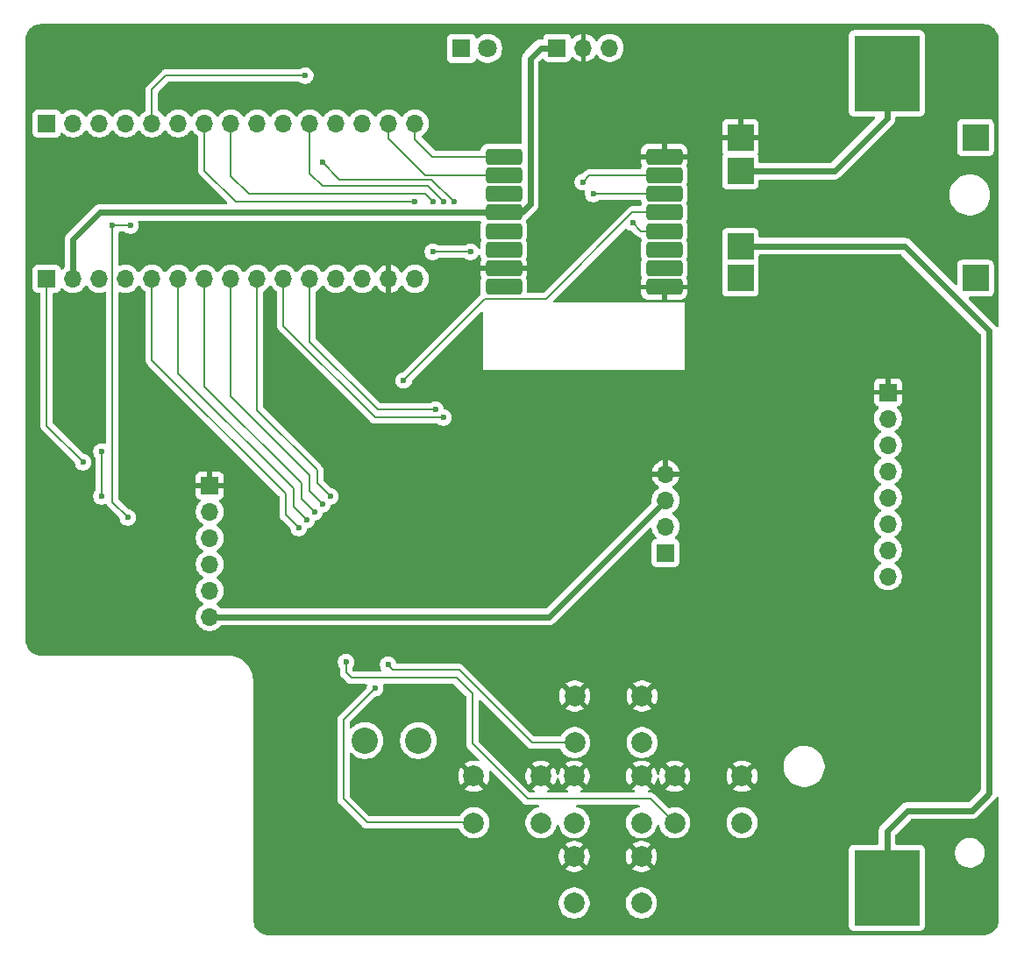
<source format=gbr>
%TF.GenerationSoftware,KiCad,Pcbnew,9.0.0*%
%TF.CreationDate,2025-06-04T20:24:47+02:00*%
%TF.ProjectId,capibarazeroPCB,63617069-6261-4726-917a-65726f504342,rev?*%
%TF.SameCoordinates,Original*%
%TF.FileFunction,Copper,L2,Bot*%
%TF.FilePolarity,Positive*%
%FSLAX46Y46*%
G04 Gerber Fmt 4.6, Leading zero omitted, Abs format (unit mm)*
G04 Created by KiCad (PCBNEW 9.0.0) date 2025-06-04 20:24:47*
%MOMM*%
%LPD*%
G01*
G04 APERTURE LIST*
G04 Aperture macros list*
%AMRoundRect*
0 Rectangle with rounded corners*
0 $1 Rounding radius*
0 $2 $3 $4 $5 $6 $7 $8 $9 X,Y pos of 4 corners*
0 Add a 4 corners polygon primitive as box body*
4,1,4,$2,$3,$4,$5,$6,$7,$8,$9,$2,$3,0*
0 Add four circle primitives for the rounded corners*
1,1,$1+$1,$2,$3*
1,1,$1+$1,$4,$5*
1,1,$1+$1,$6,$7*
1,1,$1+$1,$8,$9*
0 Add four rect primitives between the rounded corners*
20,1,$1+$1,$2,$3,$4,$5,0*
20,1,$1+$1,$4,$5,$6,$7,0*
20,1,$1+$1,$6,$7,$8,$9,0*
20,1,$1+$1,$8,$9,$2,$3,0*%
G04 Aperture macros list end*
%TA.AperFunction,SMDPad,CuDef*%
%ADD10R,6.350000X7.340000*%
%TD*%
%TA.AperFunction,ComponentPad*%
%ADD11C,2.540000*%
%TD*%
%TA.AperFunction,ComponentPad*%
%ADD12R,1.700000X1.700000*%
%TD*%
%TA.AperFunction,ComponentPad*%
%ADD13O,1.700000X1.700000*%
%TD*%
%TA.AperFunction,SMDPad,CuDef*%
%ADD14RoundRect,0.250000X-1.500000X-0.500000X1.500000X-0.500000X1.500000X0.500000X-1.500000X0.500000X0*%
%TD*%
%TA.AperFunction,ComponentPad*%
%ADD15C,2.000000*%
%TD*%
%TA.AperFunction,ComponentPad*%
%ADD16R,1.800000X1.800000*%
%TD*%
%TA.AperFunction,ComponentPad*%
%ADD17C,1.800000*%
%TD*%
%TA.AperFunction,ComponentPad*%
%ADD18R,2.540000X2.540000*%
%TD*%
%TA.AperFunction,ViaPad*%
%ADD19C,0.600000*%
%TD*%
%TA.AperFunction,Conductor*%
%ADD20C,0.600000*%
%TD*%
%TA.AperFunction,Conductor*%
%ADD21C,0.200000*%
%TD*%
G04 APERTURE END LIST*
D10*
%TO.P,BT1,1,+*%
%TO.N,tp_bat+*%
X177000000Y-146430000D03*
%TO.P,BT1,2,-*%
%TO.N,tp_bat-*%
X177000000Y-67770000D03*
%TD*%
D11*
%TO.P,SW1,1,1*%
%TO.N,VIN*%
X126600000Y-132200000D03*
%TO.P,SW1,2,2*%
%TO.N,tp_V+*%
X131750000Y-132200000D03*
%TD*%
D12*
%TO.P,J3,1*%
%TO.N,GND*%
X111600000Y-107570000D03*
D13*
%TO.P,J3,2*%
%TO.N,D12*%
X111600000Y-110110000D03*
%TO.P,J3,3*%
%TO.N,D13*%
X111600000Y-112650000D03*
%TO.P,J3,4*%
%TO.N,D11*%
X111600000Y-115190000D03*
%TO.P,J3,5*%
%TO.N,D10*%
X111600000Y-117730000D03*
%TO.P,J3,6*%
%TO.N,+3.3V*%
X111600000Y-120270000D03*
%TD*%
D12*
%TO.P,J6,1*%
%TO.N,+3.3V*%
X145150000Y-65300000D03*
D13*
%TO.P,J6,2*%
%TO.N,GND*%
X147690000Y-65300000D03*
%TO.P,J6,3*%
%TO.N,D8*%
X150230000Y-65300000D03*
%TD*%
D12*
%TO.P,J4,1*%
%TO.N,A6*%
X155619000Y-114077000D03*
D13*
%TO.P,J4,2*%
%TO.N,A7*%
X155619000Y-111537000D03*
%TO.P,J4,3*%
%TO.N,+3.3V*%
X155619000Y-108997000D03*
%TO.P,J4,4*%
%TO.N,GND*%
X155619000Y-106457000D03*
%TD*%
D12*
%TO.P,J5,1*%
%TO.N,GND*%
X177100000Y-98570000D03*
D13*
%TO.P,J5,2*%
%TO.N,+3.3V*%
X177100000Y-101110000D03*
%TO.P,J5,3*%
%TO.N,D4*%
X177100000Y-103650000D03*
%TO.P,J5,4*%
%TO.N,D2*%
X177100000Y-106190000D03*
%TO.P,J5,5*%
%TO.N,unconnected-(J5-Pad5)*%
X177100000Y-108730000D03*
%TO.P,J5,6*%
%TO.N,D5*%
X177100000Y-111270000D03*
%TO.P,J5,7*%
%TO.N,D6*%
X177100000Y-113810000D03*
%TO.P,J5,8*%
%TO.N,+3.3V*%
X177100000Y-116350000D03*
%TD*%
D12*
%TO.P,J1,1,Pin_1*%
%TO.N,D12*%
X95860000Y-72600000D03*
D13*
%TO.P,J1,2,Pin_2*%
%TO.N,D11*%
X98400000Y-72600000D03*
%TO.P,J1,3,Pin_3*%
%TO.N,D10*%
X100940000Y-72600000D03*
%TO.P,J1,4,Pin_4*%
%TO.N,D9*%
X103480000Y-72600000D03*
%TO.P,J1,5,Pin_5*%
%TO.N,D8*%
X106020000Y-72600000D03*
%TO.P,J1,6,Pin_6*%
%TO.N,D7*%
X108560000Y-72600000D03*
%TO.P,J1,7,Pin_7*%
%TO.N,D6*%
X111100000Y-72600000D03*
%TO.P,J1,8,Pin_8*%
%TO.N,D5*%
X113640000Y-72600000D03*
%TO.P,J1,9,Pin_9*%
%TO.N,D4*%
X116180000Y-72600000D03*
%TO.P,J1,10,Pin_10*%
%TO.N,D3*%
X118720000Y-72600000D03*
%TO.P,J1,11,Pin_11*%
%TO.N,D2*%
X121260000Y-72600000D03*
%TO.P,J1,12,Pin_12*%
%TO.N,unconnected-(J1-Pin_12-Pad12)*%
X123800000Y-72600000D03*
%TO.P,J1,13,Pin_13*%
%TO.N,RST*%
X126340000Y-72600000D03*
%TO.P,J1,14,Pin_14*%
%TO.N,D0*%
X128880000Y-72600000D03*
%TO.P,J1,15,Pin_15*%
%TO.N,D1*%
X131420000Y-72600000D03*
%TD*%
D12*
%TO.P,J2,1,Pin_1*%
%TO.N,D13*%
X95860000Y-87600000D03*
D13*
%TO.P,J2,2,Pin_2*%
%TO.N,+3.3V*%
X98400000Y-87600000D03*
%TO.P,J2,3,Pin_3*%
%TO.N,unconnected-(J2-Pin_3-Pad3)*%
X100940000Y-87600000D03*
%TO.P,J2,4,Pin_4*%
%TO.N,A0*%
X103480000Y-87600000D03*
%TO.P,J2,5,Pin_5*%
%TO.N,A1*%
X106020000Y-87600000D03*
%TO.P,J2,6,Pin_6*%
%TO.N,A2*%
X108560000Y-87600000D03*
%TO.P,J2,7,Pin_7*%
%TO.N,A3*%
X111100000Y-87600000D03*
%TO.P,J2,8,Pin_8*%
%TO.N,A4*%
X113640000Y-87600000D03*
%TO.P,J2,9,Pin_9*%
%TO.N,A5*%
X116180000Y-87600000D03*
%TO.P,J2,10,Pin_10*%
%TO.N,A6*%
X118720000Y-87600000D03*
%TO.P,J2,11,Pin_11*%
%TO.N,A7*%
X121260000Y-87600000D03*
%TO.P,J2,12,Pin_12*%
%TO.N,unconnected-(J2-Pin_12-Pad12)*%
X123800000Y-87600000D03*
%TO.P,J2,13,Pin_13*%
%TO.N,unconnected-(J2-Pin_13-Pad13)*%
X126340000Y-87600000D03*
%TO.P,J2,14,Pin_14*%
%TO.N,GND*%
X128880000Y-87600000D03*
%TO.P,J2,15,Pin_15*%
%TO.N,VIN*%
X131420000Y-87600000D03*
%TD*%
D14*
%TO.P,U1,1,ANT*%
%TO.N,unconnected-(U1-ANT-Pad1)*%
X139992000Y-88406000D03*
%TO.P,U1,2,GND*%
%TO.N,GND*%
X139992000Y-86606000D03*
%TO.P,U1,3,DIO3*%
%TO.N,unconnected-(U1-DIO3-Pad3)*%
X139992000Y-84806000D03*
%TO.P,U1,4,DIO4*%
%TO.N,unconnected-(U1-DIO4-Pad4)*%
X139992000Y-83006000D03*
%TO.P,U1,5,VCC*%
%TO.N,+3.3V*%
X139992000Y-81206000D03*
%TO.P,U1,6,DI0*%
%TO.N,unconnected-(U1-DI0-Pad6)*%
X139992000Y-79406000D03*
%TO.P,U1,7,DI1*%
%TO.N,D0*%
X139992000Y-77606000D03*
%TO.P,U1,8,DI2*%
%TO.N,D1*%
X139992000Y-75806000D03*
%TO.P,U1,9,GND*%
%TO.N,GND*%
X155492000Y-75806000D03*
%TO.P,U1,10,MISO*%
%TO.N,D9*%
X155492000Y-77606000D03*
%TO.P,U1,11,MOSI*%
%TO.N,D11*%
X155492000Y-79406000D03*
%TO.P,U1,12,SCK*%
%TO.N,D13*%
X155492000Y-81206000D03*
%TO.P,U1,13,NSS*%
%TO.N,D7*%
X155492000Y-83006000D03*
%TO.P,U1,14,RST*%
%TO.N,unconnected-(U1-RST-Pad14)*%
X155492000Y-84806000D03*
%TO.P,U1,15,DI5*%
%TO.N,unconnected-(U1-DI5-Pad15)*%
X155492000Y-86606000D03*
%TO.P,U1,16,GND*%
%TO.N,GND*%
X155492000Y-88406000D03*
%TD*%
D15*
%TO.P,SW5_B1,1,1*%
%TO.N,GND*%
X146800000Y-143400000D03*
X153300000Y-143400000D03*
%TO.P,SW5_B1,2,2*%
%TO.N,A2*%
X146800000Y-147900000D03*
X153300000Y-147900000D03*
%TD*%
%TO.P,SW4_T1,1,1*%
%TO.N,GND*%
X146850000Y-127900000D03*
X153350000Y-127900000D03*
%TO.P,SW4_T1,2,2*%
%TO.N,A5*%
X146850000Y-132400000D03*
X153350000Y-132400000D03*
%TD*%
%TO.P,SW3_M1,1,1*%
%TO.N,GND*%
X146800000Y-135650000D03*
X153300000Y-135650000D03*
%TO.P,SW3_M1,2,2*%
%TO.N,A3*%
X146800000Y-140150000D03*
X153300000Y-140150000D03*
%TD*%
%TO.P,SW2_L1,1,1*%
%TO.N,GND*%
X137100000Y-135650000D03*
X143600000Y-135650000D03*
%TO.P,SW2_L1,2,2*%
%TO.N,A4*%
X137100000Y-140150000D03*
X143600000Y-140150000D03*
%TD*%
%TO.P,SW1_R1,1,1*%
%TO.N,GND*%
X156500000Y-135650000D03*
X163000000Y-135650000D03*
%TO.P,SW1_R1,2,2*%
%TO.N,A1*%
X156500000Y-140150000D03*
X163000000Y-140150000D03*
%TD*%
D16*
%TO.P,D1,1,K*%
%TO.N,Net-(D1-K)*%
X135910000Y-65350000D03*
D17*
%TO.P,D1,2,A*%
%TO.N,D3*%
X138450000Y-65350000D03*
%TD*%
D18*
%TO.P,BMS1,1,OUT-*%
%TO.N,GND*%
X162850000Y-73950000D03*
%TO.P,BMS1,2,Bat-*%
%TO.N,tp_bat-*%
X162850000Y-77200000D03*
%TO.P,BMS1,3,Bat+*%
%TO.N,tp_bat+*%
X162850000Y-84450000D03*
%TO.P,BMS1,4,OUT+*%
%TO.N,tp_V+*%
X162850000Y-87550000D03*
%TO.P,BMS1,5,IN-*%
%TO.N,unconnected-(BMS1-IN--Pad5)*%
X185550000Y-73950000D03*
%TO.P,BMS1,6,IN+*%
%TO.N,unconnected-(BMS1-IN+-Pad6)*%
X185550000Y-87550000D03*
%TD*%
D19*
%TO.N,A5*%
X123234000Y-108616000D03*
%TO.N,A4*%
X122472000Y-109378000D03*
%TO.N,A3*%
X121710000Y-110140000D03*
%TO.N,A2*%
X120948000Y-110902000D03*
%TO.N,A1*%
X120186000Y-111664000D03*
%TO.N,A5*%
X128822000Y-124872000D03*
%TO.N,A4*%
X127552000Y-127158000D03*
%TO.N,A1*%
X124758000Y-124618000D03*
%TO.N,A0*%
X136788000Y-84994000D03*
X133140000Y-84994000D03*
%TO.N,D4*%
X122472000Y-76358000D03*
X135172000Y-80168000D03*
%TO.N,D2*%
X134156000Y-80168000D03*
%TO.N,D5*%
X133140000Y-80168000D03*
%TO.N,D6*%
X131362000Y-80168000D03*
%TO.N,A6*%
X134156000Y-100996000D03*
%TO.N,A7*%
X133394000Y-100234000D03*
%TO.N,D11*%
X103930000Y-82454000D03*
X148634000Y-79406000D03*
%TO.N,D13*%
X130330582Y-97424582D03*
%TO.N,D10*%
X101136000Y-104298000D03*
X101136000Y-108616000D03*
%TO.N,D11*%
X102152000Y-82454000D03*
X103676000Y-110648000D03*
%TO.N,D13*%
X99358000Y-105314000D03*
%TO.N,D9*%
X147618000Y-78263000D03*
%TO.N,D7*%
X152444000Y-82200000D03*
%TO.N,D8*%
X120821000Y-67976000D03*
%TD*%
D20*
%TO.N,+3.3V*%
X144346000Y-120270000D02*
X111600000Y-120270000D01*
X155619000Y-108997000D02*
X144346000Y-120270000D01*
D21*
%TO.N,A5*%
X116180000Y-100292000D02*
X116180000Y-87600000D01*
X121964000Y-107346000D02*
X121964000Y-106076000D01*
X123234000Y-108616000D02*
X121964000Y-107346000D01*
X121964000Y-106076000D02*
X116180000Y-100292000D01*
%TO.N,A4*%
X113582000Y-98964000D02*
X113582000Y-87658000D01*
X113582000Y-87658000D02*
X113640000Y-87600000D01*
X121202000Y-106584000D02*
X113582000Y-98964000D01*
X121202000Y-108108000D02*
X121202000Y-106584000D01*
X122472000Y-109378000D02*
X121202000Y-108108000D01*
%TO.N,A3*%
X111100000Y-98006000D02*
X111100000Y-87600000D01*
X120440000Y-108870000D02*
X120440000Y-107346000D01*
X121710000Y-110140000D02*
X120440000Y-108870000D01*
X120440000Y-107346000D02*
X111100000Y-98006000D01*
%TO.N,A2*%
X108560000Y-96736000D02*
X108560000Y-87600000D01*
X119678000Y-109632000D02*
X119678000Y-107854000D01*
X120948000Y-110902000D02*
X119678000Y-109632000D01*
X119678000Y-107854000D02*
X108560000Y-96736000D01*
%TO.N,A1*%
X142284000Y-137826000D02*
X154176000Y-137826000D01*
X136950000Y-127666000D02*
X136950000Y-132492000D01*
X125266000Y-126142000D02*
X135426000Y-126142000D01*
X124758000Y-125634000D02*
X125266000Y-126142000D01*
X135426000Y-126142000D02*
X136950000Y-127666000D01*
X136950000Y-132492000D02*
X142284000Y-137826000D01*
X154176000Y-137826000D02*
X156500000Y-140150000D01*
X124758000Y-124618000D02*
X124758000Y-125634000D01*
X106020000Y-95466000D02*
X106020000Y-87600000D01*
X118916000Y-110394000D02*
X118916000Y-108362000D01*
X120186000Y-111664000D02*
X118916000Y-110394000D01*
X118916000Y-108362000D02*
X106020000Y-95466000D01*
%TO.N,A5*%
X135680000Y-125380000D02*
X142700000Y-132400000D01*
X128822000Y-124964000D02*
X129238000Y-125380000D01*
X142700000Y-132400000D02*
X146850000Y-132400000D01*
X128822000Y-124872000D02*
X128822000Y-124964000D01*
X129238000Y-125380000D02*
X135680000Y-125380000D01*
%TO.N,A4*%
X126790000Y-140112000D02*
X124504000Y-137826000D01*
X124504000Y-130206000D02*
X127552000Y-127158000D01*
X137062000Y-140112000D02*
X126790000Y-140112000D01*
X137100000Y-140150000D02*
X137062000Y-140112000D01*
X124504000Y-137826000D02*
X124504000Y-130206000D01*
%TO.N,A0*%
X133140000Y-84994000D02*
X136788000Y-84994000D01*
%TO.N,D4*%
X124121000Y-78007000D02*
X122472000Y-76358000D01*
X133011000Y-78007000D02*
X124121000Y-78007000D01*
X135172000Y-80168000D02*
X133011000Y-78007000D01*
%TO.N,D2*%
X121260000Y-77432000D02*
X121260000Y-72600000D01*
X122472000Y-78644000D02*
X121260000Y-77432000D01*
X134156000Y-80168000D02*
X132632000Y-78644000D01*
X132632000Y-78644000D02*
X122472000Y-78644000D01*
%TO.N,D6*%
X111100000Y-77178000D02*
X111100000Y-72600000D01*
X131362000Y-80168000D02*
X114090000Y-80168000D01*
X114090000Y-80168000D02*
X111100000Y-77178000D01*
%TO.N,D5*%
X113640000Y-77686000D02*
X113640000Y-72600000D01*
X115360000Y-79406000D02*
X113640000Y-77686000D01*
X132378000Y-79406000D02*
X115360000Y-79406000D01*
X133140000Y-80168000D02*
X132378000Y-79406000D01*
%TO.N,D11*%
X148634000Y-79406000D02*
X155492000Y-79406000D01*
X103930000Y-82454000D02*
X102152000Y-82454000D01*
%TO.N,A6*%
X118720000Y-92164000D02*
X118720000Y-87600000D01*
X134156000Y-100996000D02*
X127552000Y-100996000D01*
X127552000Y-100996000D02*
X118720000Y-92164000D01*
%TO.N,A7*%
X121260000Y-93688000D02*
X121260000Y-87600000D01*
X127806000Y-100234000D02*
X121260000Y-93688000D01*
X133394000Y-100234000D02*
X127806000Y-100234000D01*
%TO.N,D13*%
X152422000Y-81206000D02*
X155492000Y-81206000D01*
X144062000Y-89566000D02*
X152422000Y-81206000D01*
X138189164Y-89566000D02*
X144062000Y-89566000D01*
X130330582Y-97424582D02*
X138189164Y-89566000D01*
%TO.N,D1*%
X133096000Y-75806000D02*
X131420000Y-74130000D01*
X139992000Y-75806000D02*
X133096000Y-75806000D01*
X131420000Y-74130000D02*
X131420000Y-72600000D01*
%TO.N,D10*%
X101136000Y-108616000D02*
X101136000Y-104298000D01*
%TO.N,D11*%
X102202800Y-82504800D02*
X102152000Y-82454000D01*
X102202800Y-109174800D02*
X102202800Y-82504800D01*
X103676000Y-110648000D02*
X102202800Y-109174800D01*
D20*
%TO.N,+3.3V*%
X143563000Y-65300000D02*
X145150000Y-65300000D01*
X142538000Y-66325000D02*
X143563000Y-65300000D01*
X142538000Y-80410000D02*
X142538000Y-66325000D01*
X141742000Y-81206000D02*
X142538000Y-80410000D01*
X139992000Y-81206000D02*
X141742000Y-81206000D01*
X98400000Y-83793000D02*
X98400000Y-87600000D01*
X100987000Y-81206000D02*
X98400000Y-83793000D01*
X139992000Y-81206000D02*
X100987000Y-81206000D01*
%TO.N,tp_bat+*%
X178697000Y-84450000D02*
X162850000Y-84450000D01*
X186861000Y-92614000D02*
X178697000Y-84450000D01*
X186861000Y-137318000D02*
X186861000Y-92614000D01*
X185210000Y-138969000D02*
X186861000Y-137318000D01*
X178987000Y-138969000D02*
X185210000Y-138969000D01*
X177000000Y-140956000D02*
X178987000Y-138969000D01*
X177000000Y-146430000D02*
X177000000Y-140956000D01*
%TO.N,tp_bat-*%
X171922000Y-77200000D02*
X162850000Y-77200000D01*
X177000000Y-72122000D02*
X171922000Y-77200000D01*
X177000000Y-67770000D02*
X177000000Y-72122000D01*
D21*
%TO.N,D9*%
X148253000Y-77628000D02*
X155492000Y-77628000D01*
X155492000Y-77628000D02*
X155492000Y-77606000D01*
X147618000Y-78263000D02*
X148253000Y-77628000D01*
%TO.N,D7*%
X153250000Y-83006000D02*
X155492000Y-83006000D01*
X152444000Y-82200000D02*
X153250000Y-83006000D01*
%TO.N,D8*%
X106020000Y-69315000D02*
X106020000Y-72600000D01*
X107359000Y-67976000D02*
X106020000Y-69315000D01*
X120821000Y-67976000D02*
X107359000Y-67976000D01*
%TO.N,D13*%
X95860000Y-101816000D02*
X95860000Y-87600000D01*
X99358000Y-105314000D02*
X95860000Y-101816000D01*
%TO.N,D0*%
X128880000Y-74066500D02*
X128880000Y-72600000D01*
X139992000Y-77606000D02*
X132419500Y-77606000D01*
X132419500Y-77606000D02*
X128880000Y-74066500D01*
%TD*%
%TA.AperFunction,Conductor*%
%TO.N,GND*%
G36*
X145236630Y-135810873D02*
G01*
X145294863Y-135849482D01*
X145322473Y-135909941D01*
X145336934Y-136001248D01*
X145409897Y-136225802D01*
X145517087Y-136436174D01*
X145577338Y-136519104D01*
X145577340Y-136519105D01*
X146276212Y-135820233D01*
X146287482Y-135862292D01*
X146359890Y-135987708D01*
X146462292Y-136090110D01*
X146587708Y-136162518D01*
X146629765Y-136173787D01*
X145930893Y-136872658D01*
X146013828Y-136932914D01*
X146127857Y-136991015D01*
X146178653Y-137038990D01*
X146195448Y-137106811D01*
X146172911Y-137172945D01*
X146118196Y-137216397D01*
X146071562Y-137225500D01*
X144328438Y-137225500D01*
X144261399Y-137205815D01*
X144215644Y-137153011D01*
X144205700Y-137083853D01*
X144234725Y-137020297D01*
X144272143Y-136991015D01*
X144386163Y-136932918D01*
X144386169Y-136932914D01*
X144469104Y-136872658D01*
X144469105Y-136872658D01*
X143770233Y-136173787D01*
X143812292Y-136162518D01*
X143937708Y-136090110D01*
X144040110Y-135987708D01*
X144112518Y-135862292D01*
X144123787Y-135820234D01*
X144822658Y-136519105D01*
X144822658Y-136519104D01*
X144882914Y-136436169D01*
X144882918Y-136436163D01*
X144990102Y-136225802D01*
X145063065Y-136001248D01*
X145077527Y-135909941D01*
X145107456Y-135846807D01*
X145166767Y-135809875D01*
X145236630Y-135810873D01*
G37*
%TD.AperFunction*%
%TA.AperFunction,Conductor*%
G36*
X186304418Y-63000816D02*
G01*
X186504561Y-63015130D01*
X186522063Y-63017647D01*
X186713797Y-63059355D01*
X186730755Y-63064334D01*
X186914609Y-63132909D01*
X186930701Y-63140259D01*
X187102904Y-63234288D01*
X187117784Y-63243849D01*
X187274867Y-63361441D01*
X187288237Y-63373027D01*
X187426972Y-63511762D01*
X187438558Y-63525132D01*
X187536679Y-63656206D01*
X187556146Y-63682210D01*
X187565711Y-63697095D01*
X187659740Y-63869298D01*
X187667090Y-63885390D01*
X187735662Y-64069236D01*
X187740646Y-64086212D01*
X187782351Y-64277931D01*
X187784869Y-64295442D01*
X187799184Y-64495580D01*
X187799500Y-64504427D01*
X187799500Y-92168928D01*
X187779815Y-92235967D01*
X187727011Y-92281722D01*
X187657853Y-92291666D01*
X187594297Y-92262641D01*
X187572398Y-92237819D01*
X187482789Y-92103711D01*
X187482786Y-92103707D01*
X184911258Y-89532180D01*
X184877773Y-89470857D01*
X184882757Y-89401165D01*
X184924629Y-89345232D01*
X184990093Y-89320815D01*
X184998939Y-89320499D01*
X186867871Y-89320499D01*
X186867872Y-89320499D01*
X186927483Y-89314091D01*
X187062331Y-89263796D01*
X187177546Y-89177546D01*
X187263796Y-89062331D01*
X187314091Y-88927483D01*
X187320500Y-88867873D01*
X187320499Y-86232128D01*
X187314091Y-86172517D01*
X187270643Y-86056028D01*
X187263797Y-86037671D01*
X187263793Y-86037664D01*
X187177547Y-85922455D01*
X187177544Y-85922452D01*
X187062335Y-85836206D01*
X187062328Y-85836202D01*
X186927482Y-85785908D01*
X186927483Y-85785908D01*
X186867883Y-85779501D01*
X186867881Y-85779500D01*
X186867873Y-85779500D01*
X186867864Y-85779500D01*
X184232129Y-85779500D01*
X184232123Y-85779501D01*
X184172516Y-85785908D01*
X184037671Y-85836202D01*
X184037664Y-85836206D01*
X183922455Y-85922452D01*
X183922452Y-85922455D01*
X183836206Y-86037664D01*
X183836202Y-86037671D01*
X183785908Y-86172517D01*
X183780317Y-86224524D01*
X183779501Y-86232123D01*
X183779500Y-86232135D01*
X183779500Y-88101059D01*
X183759815Y-88168098D01*
X183707011Y-88213853D01*
X183637853Y-88223797D01*
X183574297Y-88194772D01*
X183567819Y-88188740D01*
X179207292Y-83828213D01*
X179207288Y-83828210D01*
X179076185Y-83740609D01*
X179076172Y-83740602D01*
X178930501Y-83680264D01*
X178930489Y-83680261D01*
X178775845Y-83649500D01*
X178775842Y-83649500D01*
X164744499Y-83649500D01*
X164677460Y-83629815D01*
X164631705Y-83577011D01*
X164620499Y-83525500D01*
X164620499Y-83132129D01*
X164620498Y-83132123D01*
X164620497Y-83132116D01*
X164614091Y-83072517D01*
X164609937Y-83061380D01*
X164563797Y-82937671D01*
X164563793Y-82937664D01*
X164477547Y-82822455D01*
X164477544Y-82822452D01*
X164362335Y-82736206D01*
X164362328Y-82736202D01*
X164227482Y-82685908D01*
X164227483Y-82685908D01*
X164167883Y-82679501D01*
X164167881Y-82679500D01*
X164167873Y-82679500D01*
X164167864Y-82679500D01*
X161532129Y-82679500D01*
X161532123Y-82679501D01*
X161472516Y-82685908D01*
X161337671Y-82736202D01*
X161337664Y-82736206D01*
X161222455Y-82822452D01*
X161222452Y-82822455D01*
X161136206Y-82937664D01*
X161136202Y-82937671D01*
X161085908Y-83072517D01*
X161079501Y-83132116D01*
X161079501Y-83132123D01*
X161079500Y-83132135D01*
X161079500Y-85767870D01*
X161079501Y-85767876D01*
X161085908Y-85827483D01*
X161134091Y-85956667D01*
X161139075Y-86026359D01*
X161134091Y-86043333D01*
X161085908Y-86172517D01*
X161080317Y-86224524D01*
X161079501Y-86232123D01*
X161079500Y-86232135D01*
X161079500Y-88867870D01*
X161079501Y-88867876D01*
X161085908Y-88927483D01*
X161136202Y-89062328D01*
X161136206Y-89062335D01*
X161222452Y-89177544D01*
X161222455Y-89177547D01*
X161337664Y-89263793D01*
X161337671Y-89263797D01*
X161472517Y-89314091D01*
X161472516Y-89314091D01*
X161479444Y-89314835D01*
X161532127Y-89320500D01*
X164167872Y-89320499D01*
X164227483Y-89314091D01*
X164362331Y-89263796D01*
X164477546Y-89177546D01*
X164563796Y-89062331D01*
X164614091Y-88927483D01*
X164620500Y-88867873D01*
X164620499Y-86232128D01*
X164614091Y-86172517D01*
X164565907Y-86043330D01*
X164560924Y-85973642D01*
X164565904Y-85956677D01*
X164614091Y-85827483D01*
X164620500Y-85767873D01*
X164620500Y-85374500D01*
X164640185Y-85307461D01*
X164692989Y-85261706D01*
X164744500Y-85250500D01*
X178314060Y-85250500D01*
X178381099Y-85270185D01*
X178401741Y-85286819D01*
X186024181Y-92909259D01*
X186057666Y-92970582D01*
X186060500Y-92996940D01*
X186060500Y-136935060D01*
X186040815Y-137002099D01*
X186024181Y-137022741D01*
X184914741Y-138132181D01*
X184853418Y-138165666D01*
X184827060Y-138168500D01*
X178908154Y-138168500D01*
X178753509Y-138199261D01*
X178753497Y-138199264D01*
X178710832Y-138216936D01*
X178710833Y-138216937D01*
X178607823Y-138259604D01*
X178607814Y-138259609D01*
X178476712Y-138347209D01*
X178476711Y-138347211D01*
X178476710Y-138347212D01*
X176489711Y-140334211D01*
X176433960Y-140389962D01*
X176378209Y-140445712D01*
X176290609Y-140576814D01*
X176290602Y-140576827D01*
X176230264Y-140722498D01*
X176230261Y-140722510D01*
X176199500Y-140877153D01*
X176199500Y-142135500D01*
X176179815Y-142202539D01*
X176127011Y-142248294D01*
X176075500Y-142259500D01*
X173777129Y-142259500D01*
X173777123Y-142259501D01*
X173717516Y-142265908D01*
X173582671Y-142316202D01*
X173582664Y-142316206D01*
X173467455Y-142402452D01*
X173467452Y-142402455D01*
X173381206Y-142517664D01*
X173381202Y-142517671D01*
X173330908Y-142652517D01*
X173324501Y-142712116D01*
X173324501Y-142712123D01*
X173324500Y-142712135D01*
X173324500Y-150147870D01*
X173324501Y-150147876D01*
X173330908Y-150207483D01*
X173381202Y-150342328D01*
X173381206Y-150342335D01*
X173467452Y-150457544D01*
X173467455Y-150457547D01*
X173582664Y-150543793D01*
X173582671Y-150543797D01*
X173717517Y-150594091D01*
X173717516Y-150594091D01*
X173724444Y-150594835D01*
X173777127Y-150600500D01*
X180222872Y-150600499D01*
X180282483Y-150594091D01*
X180417331Y-150543796D01*
X180532546Y-150457546D01*
X180618796Y-150342331D01*
X180669091Y-150207483D01*
X180675500Y-150147873D01*
X180675499Y-142916231D01*
X183554500Y-142916231D01*
X183554500Y-143143768D01*
X183590093Y-143368490D01*
X183660400Y-143584876D01*
X183660401Y-143584879D01*
X183746346Y-143753554D01*
X183763697Y-143787607D01*
X183897434Y-143971680D01*
X184058320Y-144132566D01*
X184242393Y-144266303D01*
X184341825Y-144316966D01*
X184445120Y-144369598D01*
X184445123Y-144369599D01*
X184553316Y-144404752D01*
X184661511Y-144439907D01*
X184765591Y-144456391D01*
X184886232Y-144475500D01*
X184886237Y-144475500D01*
X185113768Y-144475500D01*
X185222710Y-144458244D01*
X185338489Y-144439907D01*
X185554879Y-144369598D01*
X185757607Y-144266303D01*
X185941680Y-144132566D01*
X186102566Y-143971680D01*
X186236303Y-143787607D01*
X186339598Y-143584879D01*
X186409907Y-143368489D01*
X186438540Y-143187708D01*
X186445500Y-143143768D01*
X186445500Y-142916231D01*
X186424793Y-142785499D01*
X186409907Y-142691511D01*
X186339598Y-142475121D01*
X186339598Y-142475120D01*
X186236302Y-142272392D01*
X186226936Y-142259501D01*
X186102566Y-142088320D01*
X185941680Y-141927434D01*
X185757607Y-141793697D01*
X185554879Y-141690401D01*
X185554876Y-141690400D01*
X185338490Y-141620093D01*
X185113768Y-141584500D01*
X185113763Y-141584500D01*
X184886237Y-141584500D01*
X184886232Y-141584500D01*
X184661509Y-141620093D01*
X184445123Y-141690400D01*
X184445120Y-141690401D01*
X184242392Y-141793697D01*
X184137372Y-141869998D01*
X184058320Y-141927434D01*
X184058318Y-141927436D01*
X184058317Y-141927436D01*
X183897436Y-142088317D01*
X183897436Y-142088318D01*
X183897434Y-142088320D01*
X183876536Y-142117084D01*
X183763697Y-142272392D01*
X183660401Y-142475120D01*
X183660400Y-142475123D01*
X183590093Y-142691509D01*
X183554500Y-142916231D01*
X180675499Y-142916231D01*
X180675499Y-142712128D01*
X180669091Y-142652517D01*
X180618796Y-142517669D01*
X180618795Y-142517668D01*
X180618793Y-142517664D01*
X180532547Y-142402455D01*
X180532544Y-142402452D01*
X180417335Y-142316206D01*
X180417328Y-142316202D01*
X180282482Y-142265908D01*
X180282483Y-142265908D01*
X180222883Y-142259501D01*
X180222881Y-142259500D01*
X180222873Y-142259500D01*
X180222865Y-142259500D01*
X177924500Y-142259500D01*
X177857461Y-142239815D01*
X177811706Y-142187011D01*
X177800500Y-142135500D01*
X177800500Y-141338940D01*
X177820185Y-141271901D01*
X177836819Y-141251259D01*
X179282259Y-139805819D01*
X179343582Y-139772334D01*
X179369940Y-139769500D01*
X185288844Y-139769500D01*
X185288845Y-139769499D01*
X185443497Y-139738737D01*
X185589179Y-139678394D01*
X185720289Y-139590789D01*
X187482789Y-137828289D01*
X187570394Y-137697179D01*
X187570393Y-137697179D01*
X187572398Y-137694180D01*
X187626010Y-137649375D01*
X187695335Y-137640668D01*
X187758362Y-137670822D01*
X187795082Y-137730265D01*
X187799500Y-137763071D01*
X187799500Y-149495572D01*
X187799184Y-149504418D01*
X187799184Y-149504419D01*
X187784869Y-149704557D01*
X187782351Y-149722068D01*
X187740646Y-149913787D01*
X187735662Y-149930763D01*
X187667090Y-150114609D01*
X187659740Y-150130701D01*
X187565711Y-150302904D01*
X187556146Y-150317789D01*
X187438558Y-150474867D01*
X187426972Y-150488237D01*
X187288237Y-150626972D01*
X187274867Y-150638558D01*
X187117789Y-150756146D01*
X187102904Y-150765711D01*
X186930701Y-150859740D01*
X186914609Y-150867090D01*
X186730763Y-150935662D01*
X186713787Y-150940646D01*
X186522068Y-150982351D01*
X186504557Y-150984869D01*
X186323779Y-150997799D01*
X186304417Y-150999184D01*
X186295572Y-150999500D01*
X117304428Y-150999500D01*
X117295582Y-150999184D01*
X117273622Y-150997613D01*
X117095442Y-150984869D01*
X117077931Y-150982351D01*
X116886212Y-150940646D01*
X116869236Y-150935662D01*
X116685390Y-150867090D01*
X116669298Y-150859740D01*
X116497095Y-150765711D01*
X116482210Y-150756146D01*
X116325132Y-150638558D01*
X116311762Y-150626972D01*
X116173027Y-150488237D01*
X116161441Y-150474867D01*
X116043849Y-150317784D01*
X116034288Y-150302904D01*
X115940259Y-150130701D01*
X115932909Y-150114609D01*
X115872091Y-149951551D01*
X115864334Y-149930755D01*
X115859355Y-149913797D01*
X115817647Y-149722063D01*
X115815130Y-149704556D01*
X115800816Y-149504418D01*
X115800500Y-149495572D01*
X115800500Y-147781902D01*
X145299500Y-147781902D01*
X145299500Y-148018097D01*
X145336446Y-148251368D01*
X145409433Y-148475996D01*
X145516657Y-148686433D01*
X145655483Y-148877510D01*
X145822490Y-149044517D01*
X146013567Y-149183343D01*
X146112991Y-149234002D01*
X146224003Y-149290566D01*
X146224005Y-149290566D01*
X146224008Y-149290568D01*
X146344412Y-149329689D01*
X146448631Y-149363553D01*
X146681903Y-149400500D01*
X146681908Y-149400500D01*
X146918097Y-149400500D01*
X147151368Y-149363553D01*
X147375992Y-149290568D01*
X147586433Y-149183343D01*
X147777510Y-149044517D01*
X147944517Y-148877510D01*
X148083343Y-148686433D01*
X148190568Y-148475992D01*
X148263553Y-148251368D01*
X148300500Y-148018097D01*
X148300500Y-147781902D01*
X151799500Y-147781902D01*
X151799500Y-148018097D01*
X151836446Y-148251368D01*
X151909433Y-148475996D01*
X152016657Y-148686433D01*
X152155483Y-148877510D01*
X152322490Y-149044517D01*
X152513567Y-149183343D01*
X152612991Y-149234002D01*
X152724003Y-149290566D01*
X152724005Y-149290566D01*
X152724008Y-149290568D01*
X152844412Y-149329689D01*
X152948631Y-149363553D01*
X153181903Y-149400500D01*
X153181908Y-149400500D01*
X153418097Y-149400500D01*
X153651368Y-149363553D01*
X153875992Y-149290568D01*
X154086433Y-149183343D01*
X154277510Y-149044517D01*
X154444517Y-148877510D01*
X154583343Y-148686433D01*
X154690568Y-148475992D01*
X154763553Y-148251368D01*
X154800500Y-148018097D01*
X154800500Y-147781902D01*
X154763553Y-147548631D01*
X154690566Y-147324003D01*
X154583342Y-147113566D01*
X154444517Y-146922490D01*
X154277510Y-146755483D01*
X154086433Y-146616657D01*
X153875996Y-146509433D01*
X153651368Y-146436446D01*
X153418097Y-146399500D01*
X153418092Y-146399500D01*
X153181908Y-146399500D01*
X153181903Y-146399500D01*
X152948631Y-146436446D01*
X152724003Y-146509433D01*
X152513566Y-146616657D01*
X152404550Y-146695862D01*
X152322490Y-146755483D01*
X152322488Y-146755485D01*
X152322487Y-146755485D01*
X152155485Y-146922487D01*
X152155485Y-146922488D01*
X152155483Y-146922490D01*
X152095862Y-147004550D01*
X152016657Y-147113566D01*
X151909433Y-147324003D01*
X151836446Y-147548631D01*
X151799500Y-147781902D01*
X148300500Y-147781902D01*
X148263553Y-147548631D01*
X148190566Y-147324003D01*
X148083342Y-147113566D01*
X147944517Y-146922490D01*
X147777510Y-146755483D01*
X147586433Y-146616657D01*
X147375996Y-146509433D01*
X147151368Y-146436446D01*
X146918097Y-146399500D01*
X146918092Y-146399500D01*
X146681908Y-146399500D01*
X146681903Y-146399500D01*
X146448631Y-146436446D01*
X146224003Y-146509433D01*
X146013566Y-146616657D01*
X145904550Y-146695862D01*
X145822490Y-146755483D01*
X145822488Y-146755485D01*
X145822487Y-146755485D01*
X145655485Y-146922487D01*
X145655485Y-146922488D01*
X145655483Y-146922490D01*
X145595862Y-147004550D01*
X145516657Y-147113566D01*
X145409433Y-147324003D01*
X145336446Y-147548631D01*
X145299500Y-147781902D01*
X115800500Y-147781902D01*
X115800500Y-143281947D01*
X145300000Y-143281947D01*
X145300000Y-143518052D01*
X145336934Y-143751247D01*
X145409897Y-143975802D01*
X145517087Y-144186174D01*
X145577338Y-144269104D01*
X145577340Y-144269105D01*
X146276212Y-143570233D01*
X146287482Y-143612292D01*
X146359890Y-143737708D01*
X146462292Y-143840110D01*
X146587708Y-143912518D01*
X146629765Y-143923787D01*
X145930893Y-144622658D01*
X146013828Y-144682914D01*
X146224197Y-144790102D01*
X146448752Y-144863065D01*
X146448751Y-144863065D01*
X146681948Y-144900000D01*
X146918052Y-144900000D01*
X147151247Y-144863065D01*
X147375802Y-144790102D01*
X147586163Y-144682918D01*
X147586169Y-144682914D01*
X147669104Y-144622658D01*
X147669105Y-144622658D01*
X146970233Y-143923787D01*
X147012292Y-143912518D01*
X147137708Y-143840110D01*
X147240110Y-143737708D01*
X147312518Y-143612292D01*
X147323787Y-143570234D01*
X148022658Y-144269105D01*
X148022658Y-144269104D01*
X148082914Y-144186169D01*
X148082918Y-144186163D01*
X148190102Y-143975802D01*
X148263065Y-143751247D01*
X148300000Y-143518052D01*
X148300000Y-143281947D01*
X151800000Y-143281947D01*
X151800000Y-143518052D01*
X151836934Y-143751247D01*
X151909897Y-143975802D01*
X152017087Y-144186174D01*
X152077338Y-144269104D01*
X152077340Y-144269105D01*
X152776212Y-143570233D01*
X152787482Y-143612292D01*
X152859890Y-143737708D01*
X152962292Y-143840110D01*
X153087708Y-143912518D01*
X153129765Y-143923787D01*
X152430893Y-144622658D01*
X152513828Y-144682914D01*
X152724197Y-144790102D01*
X152948752Y-144863065D01*
X152948751Y-144863065D01*
X153181948Y-144900000D01*
X153418052Y-144900000D01*
X153651247Y-144863065D01*
X153875802Y-144790102D01*
X154086163Y-144682918D01*
X154086169Y-144682914D01*
X154169104Y-144622658D01*
X154169105Y-144622658D01*
X153470233Y-143923787D01*
X153512292Y-143912518D01*
X153637708Y-143840110D01*
X153740110Y-143737708D01*
X153812518Y-143612292D01*
X153823787Y-143570234D01*
X154522658Y-144269105D01*
X154522658Y-144269104D01*
X154582914Y-144186169D01*
X154582918Y-144186163D01*
X154690102Y-143975802D01*
X154763065Y-143751247D01*
X154800000Y-143518052D01*
X154800000Y-143281947D01*
X154763065Y-143048752D01*
X154690102Y-142824197D01*
X154582914Y-142613828D01*
X154522658Y-142530894D01*
X154522658Y-142530893D01*
X153823787Y-143229765D01*
X153812518Y-143187708D01*
X153740110Y-143062292D01*
X153637708Y-142959890D01*
X153512292Y-142887482D01*
X153470234Y-142876212D01*
X154169105Y-142177340D01*
X154169104Y-142177338D01*
X154086174Y-142117087D01*
X153875802Y-142009897D01*
X153651247Y-141936934D01*
X153651248Y-141936934D01*
X153418052Y-141900000D01*
X153181948Y-141900000D01*
X152948752Y-141936934D01*
X152724197Y-142009897D01*
X152513830Y-142117084D01*
X152430894Y-142177340D01*
X153129766Y-142876212D01*
X153087708Y-142887482D01*
X152962292Y-142959890D01*
X152859890Y-143062292D01*
X152787482Y-143187708D01*
X152776212Y-143229766D01*
X152077340Y-142530894D01*
X152017084Y-142613830D01*
X151909897Y-142824197D01*
X151836934Y-143048752D01*
X151800000Y-143281947D01*
X148300000Y-143281947D01*
X148263065Y-143048752D01*
X148190102Y-142824197D01*
X148082914Y-142613828D01*
X148022658Y-142530894D01*
X148022658Y-142530893D01*
X147323787Y-143229765D01*
X147312518Y-143187708D01*
X147240110Y-143062292D01*
X147137708Y-142959890D01*
X147012292Y-142887482D01*
X146970234Y-142876212D01*
X147669105Y-142177340D01*
X147669104Y-142177339D01*
X147586174Y-142117087D01*
X147375802Y-142009897D01*
X147151247Y-141936934D01*
X147151248Y-141936934D01*
X146918052Y-141900000D01*
X146681948Y-141900000D01*
X146448752Y-141936934D01*
X146224197Y-142009897D01*
X146013830Y-142117084D01*
X145930894Y-142177340D01*
X146629766Y-142876212D01*
X146587708Y-142887482D01*
X146462292Y-142959890D01*
X146359890Y-143062292D01*
X146287482Y-143187708D01*
X146276212Y-143229766D01*
X145577340Y-142530894D01*
X145517084Y-142613830D01*
X145409897Y-142824197D01*
X145336934Y-143048752D01*
X145300000Y-143281947D01*
X115800500Y-143281947D01*
X115800500Y-137905054D01*
X123903498Y-137905054D01*
X123944423Y-138057785D01*
X123961716Y-138087737D01*
X123961715Y-138087737D01*
X123961716Y-138087738D01*
X124023475Y-138194709D01*
X124023481Y-138194717D01*
X124142349Y-138313585D01*
X124142355Y-138313590D01*
X126305139Y-140476374D01*
X126305149Y-140476385D01*
X126309479Y-140480715D01*
X126309480Y-140480716D01*
X126421284Y-140592520D01*
X126487101Y-140630519D01*
X126558215Y-140671577D01*
X126710942Y-140712500D01*
X126710943Y-140712500D01*
X135626571Y-140712500D01*
X135693610Y-140732185D01*
X135737054Y-140780204D01*
X135767231Y-140839429D01*
X135816655Y-140936431D01*
X135858365Y-140993839D01*
X135955483Y-141127510D01*
X136122490Y-141294517D01*
X136313567Y-141433343D01*
X136412991Y-141484002D01*
X136524003Y-141540566D01*
X136524005Y-141540566D01*
X136524008Y-141540568D01*
X136644412Y-141579689D01*
X136748631Y-141613553D01*
X136981903Y-141650500D01*
X136981908Y-141650500D01*
X137218097Y-141650500D01*
X137451368Y-141613553D01*
X137675992Y-141540568D01*
X137886433Y-141433343D01*
X138077510Y-141294517D01*
X138244517Y-141127510D01*
X138383343Y-140936433D01*
X138490568Y-140725992D01*
X138563553Y-140501368D01*
X138577527Y-140413141D01*
X138600500Y-140268097D01*
X138600500Y-140031902D01*
X138563553Y-139798631D01*
X138501534Y-139607758D01*
X138490568Y-139574008D01*
X138490566Y-139574005D01*
X138490566Y-139574003D01*
X138424221Y-139443795D01*
X138383343Y-139363567D01*
X138244517Y-139172490D01*
X138077510Y-139005483D01*
X137886433Y-138866657D01*
X137675996Y-138759433D01*
X137451368Y-138686446D01*
X137218097Y-138649500D01*
X137218092Y-138649500D01*
X136981908Y-138649500D01*
X136981903Y-138649500D01*
X136748631Y-138686446D01*
X136524003Y-138759433D01*
X136313566Y-138866657D01*
X136204550Y-138945862D01*
X136122490Y-139005483D01*
X136122488Y-139005485D01*
X136122487Y-139005485D01*
X135955485Y-139172487D01*
X135955485Y-139172488D01*
X135955483Y-139172490D01*
X135895862Y-139254550D01*
X135816657Y-139363566D01*
X135775779Y-139443795D01*
X135727805Y-139494591D01*
X135665294Y-139511500D01*
X127090097Y-139511500D01*
X127023058Y-139491815D01*
X127002416Y-139475181D01*
X125140819Y-137613584D01*
X125107334Y-137552261D01*
X125104500Y-137525903D01*
X125104500Y-133507729D01*
X125124185Y-133440690D01*
X125176989Y-133394935D01*
X125246147Y-133384991D01*
X125309703Y-133414016D01*
X125316181Y-133420048D01*
X125430117Y-133533984D01*
X125430124Y-133533990D01*
X125614254Y-133675278D01*
X125614256Y-133675279D01*
X125815237Y-133791314D01*
X125815240Y-133791315D01*
X125815248Y-133791320D01*
X126029670Y-133880137D01*
X126253851Y-133940206D01*
X126483955Y-133970500D01*
X126483962Y-133970500D01*
X126716038Y-133970500D01*
X126716045Y-133970500D01*
X126946149Y-133940206D01*
X127170330Y-133880137D01*
X127384752Y-133791320D01*
X127518749Y-133713957D01*
X127585743Y-133675279D01*
X127585745Y-133675278D01*
X127585748Y-133675276D01*
X127769877Y-133533989D01*
X127933989Y-133369877D01*
X128075276Y-133185748D01*
X128191320Y-132984752D01*
X128280137Y-132770330D01*
X128340206Y-132546149D01*
X128370500Y-132316045D01*
X128370500Y-132083955D01*
X128370499Y-132083947D01*
X129979500Y-132083947D01*
X129979500Y-132316052D01*
X130009794Y-132546148D01*
X130069862Y-132770328D01*
X130158677Y-132984745D01*
X130158685Y-132984762D01*
X130274720Y-133185743D01*
X130274721Y-133185745D01*
X130416009Y-133369875D01*
X130416015Y-133369882D01*
X130580117Y-133533984D01*
X130580124Y-133533990D01*
X130764254Y-133675278D01*
X130764256Y-133675279D01*
X130965237Y-133791314D01*
X130965240Y-133791315D01*
X130965248Y-133791320D01*
X131179670Y-133880137D01*
X131403851Y-133940206D01*
X131633955Y-133970500D01*
X131633962Y-133970500D01*
X131866038Y-133970500D01*
X131866045Y-133970500D01*
X132096149Y-133940206D01*
X132320330Y-133880137D01*
X132534752Y-133791320D01*
X132668749Y-133713957D01*
X132735743Y-133675279D01*
X132735745Y-133675278D01*
X132735748Y-133675276D01*
X132919877Y-133533989D01*
X133083989Y-133369877D01*
X133225276Y-133185748D01*
X133341320Y-132984752D01*
X133430137Y-132770330D01*
X133490206Y-132546149D01*
X133520500Y-132316045D01*
X133520500Y-132083955D01*
X133490206Y-131853851D01*
X133430137Y-131629670D01*
X133341320Y-131415248D01*
X133245500Y-131249281D01*
X133225279Y-131214256D01*
X133225278Y-131214254D01*
X133083990Y-131030124D01*
X133083984Y-131030117D01*
X132919882Y-130866015D01*
X132919875Y-130866009D01*
X132735745Y-130724721D01*
X132735743Y-130724720D01*
X132534762Y-130608685D01*
X132534754Y-130608681D01*
X132534752Y-130608680D01*
X132320330Y-130519863D01*
X132320331Y-130519863D01*
X132320328Y-130519862D01*
X132178203Y-130481780D01*
X132096149Y-130459794D01*
X132067386Y-130456007D01*
X131866052Y-130429500D01*
X131866045Y-130429500D01*
X131633955Y-130429500D01*
X131633947Y-130429500D01*
X131403851Y-130459794D01*
X131179671Y-130519862D01*
X130965254Y-130608677D01*
X130965237Y-130608685D01*
X130764256Y-130724720D01*
X130764254Y-130724721D01*
X130580124Y-130866009D01*
X130580117Y-130866015D01*
X130416015Y-131030117D01*
X130416009Y-131030124D01*
X130274721Y-131214254D01*
X130274720Y-131214256D01*
X130158685Y-131415237D01*
X130158677Y-131415254D01*
X130069862Y-131629671D01*
X130009794Y-131853851D01*
X129979500Y-132083947D01*
X128370499Y-132083947D01*
X128340206Y-131853851D01*
X128280137Y-131629670D01*
X128191320Y-131415248D01*
X128095500Y-131249281D01*
X128075279Y-131214256D01*
X128075278Y-131214254D01*
X127933990Y-131030124D01*
X127933984Y-131030117D01*
X127769882Y-130866015D01*
X127769875Y-130866009D01*
X127585745Y-130724721D01*
X127585743Y-130724720D01*
X127384762Y-130608685D01*
X127384754Y-130608681D01*
X127384752Y-130608680D01*
X127170330Y-130519863D01*
X127170331Y-130519863D01*
X127170328Y-130519862D01*
X127028203Y-130481780D01*
X126946149Y-130459794D01*
X126917386Y-130456007D01*
X126716052Y-130429500D01*
X126716045Y-130429500D01*
X126483955Y-130429500D01*
X126483947Y-130429500D01*
X126253851Y-130459794D01*
X126029671Y-130519862D01*
X125815254Y-130608677D01*
X125815237Y-130608685D01*
X125614256Y-130724720D01*
X125614254Y-130724721D01*
X125430124Y-130866009D01*
X125430117Y-130866015D01*
X125316181Y-130979952D01*
X125254858Y-131013437D01*
X125185166Y-131008453D01*
X125129233Y-130966581D01*
X125104816Y-130901117D01*
X125104500Y-130892271D01*
X125104500Y-130506097D01*
X125124185Y-130439058D01*
X125140819Y-130418416D01*
X126269133Y-129290102D01*
X127566662Y-127992572D01*
X127627983Y-127959089D01*
X127630150Y-127958638D01*
X127688085Y-127947113D01*
X127785497Y-127927737D01*
X127931179Y-127867394D01*
X128062289Y-127779789D01*
X128173789Y-127668289D01*
X128261394Y-127537179D01*
X128321737Y-127391497D01*
X128352500Y-127236842D01*
X128352500Y-127079158D01*
X128352500Y-127079155D01*
X128352499Y-127079153D01*
X128321738Y-126924510D01*
X128321737Y-126924503D01*
X128317367Y-126913952D01*
X128309898Y-126844482D01*
X128341174Y-126782003D01*
X128401263Y-126746352D01*
X128431928Y-126742500D01*
X135125903Y-126742500D01*
X135192942Y-126762185D01*
X135213584Y-126778819D01*
X136313181Y-127878416D01*
X136346666Y-127939739D01*
X136349500Y-127966097D01*
X136349500Y-132405330D01*
X136349499Y-132405348D01*
X136349499Y-132571056D01*
X136390421Y-132723781D01*
X136390422Y-132723783D01*
X136390423Y-132723785D01*
X136390817Y-132724468D01*
X136390827Y-132724504D01*
X136390836Y-132724500D01*
X136469477Y-132860712D01*
X136469481Y-132860717D01*
X136588349Y-132979585D01*
X136588355Y-132979590D01*
X137596267Y-133987502D01*
X137629752Y-134048825D01*
X137624768Y-134118517D01*
X137582896Y-134174450D01*
X137517432Y-134198867D01*
X137470269Y-134193115D01*
X137451244Y-134186933D01*
X137218052Y-134150000D01*
X136981948Y-134150000D01*
X136748752Y-134186934D01*
X136524197Y-134259897D01*
X136313830Y-134367084D01*
X136230894Y-134427340D01*
X136929766Y-135126212D01*
X136887708Y-135137482D01*
X136762292Y-135209890D01*
X136659890Y-135312292D01*
X136587482Y-135437708D01*
X136576212Y-135479766D01*
X135877340Y-134780894D01*
X135817084Y-134863830D01*
X135709897Y-135074197D01*
X135636934Y-135298752D01*
X135600000Y-135531947D01*
X135600000Y-135768052D01*
X135636934Y-136001247D01*
X135709897Y-136225802D01*
X135817087Y-136436174D01*
X135877338Y-136519104D01*
X135877340Y-136519105D01*
X136576212Y-135820233D01*
X136587482Y-135862292D01*
X136659890Y-135987708D01*
X136762292Y-136090110D01*
X136887708Y-136162518D01*
X136929765Y-136173787D01*
X136230893Y-136872658D01*
X136313828Y-136932914D01*
X136524197Y-137040102D01*
X136748752Y-137113065D01*
X136748751Y-137113065D01*
X136981948Y-137150000D01*
X137218052Y-137150000D01*
X137451247Y-137113065D01*
X137675802Y-137040102D01*
X137886163Y-136932918D01*
X137886169Y-136932914D01*
X137969104Y-136872658D01*
X137969105Y-136872658D01*
X137270233Y-136173787D01*
X137312292Y-136162518D01*
X137437708Y-136090110D01*
X137540110Y-135987708D01*
X137612518Y-135862292D01*
X137623787Y-135820233D01*
X138322658Y-136519105D01*
X138322658Y-136519104D01*
X138382914Y-136436169D01*
X138382918Y-136436163D01*
X138490102Y-136225802D01*
X138563065Y-136001247D01*
X138600000Y-135768052D01*
X138600000Y-135531947D01*
X138563066Y-135298756D01*
X138556885Y-135279733D01*
X138554889Y-135209891D01*
X138590969Y-135150058D01*
X138653670Y-135119229D01*
X138723084Y-135127193D01*
X138762497Y-135153732D01*
X141799139Y-138190374D01*
X141799149Y-138190385D01*
X141803479Y-138194715D01*
X141803480Y-138194716D01*
X141915284Y-138306520D01*
X141985765Y-138347211D01*
X142002095Y-138356639D01*
X142002097Y-138356641D01*
X142040151Y-138378611D01*
X142052215Y-138385577D01*
X142204943Y-138426500D01*
X142363057Y-138426500D01*
X143314304Y-138426500D01*
X143381343Y-138446185D01*
X143427098Y-138498989D01*
X143437042Y-138568147D01*
X143408017Y-138631703D01*
X143349239Y-138669477D01*
X143333702Y-138672973D01*
X143248631Y-138686446D01*
X143024003Y-138759433D01*
X142813566Y-138866657D01*
X142704550Y-138945862D01*
X142622490Y-139005483D01*
X142622488Y-139005485D01*
X142622487Y-139005485D01*
X142455485Y-139172487D01*
X142455485Y-139172488D01*
X142455483Y-139172490D01*
X142395862Y-139254550D01*
X142316657Y-139363566D01*
X142209433Y-139574003D01*
X142136446Y-139798631D01*
X142099500Y-140031902D01*
X142099500Y-140268097D01*
X142136446Y-140501368D01*
X142209433Y-140725996D01*
X142237055Y-140780206D01*
X142316657Y-140936433D01*
X142455483Y-141127510D01*
X142622490Y-141294517D01*
X142813567Y-141433343D01*
X142912991Y-141484002D01*
X143024003Y-141540566D01*
X143024005Y-141540566D01*
X143024008Y-141540568D01*
X143144412Y-141579689D01*
X143248631Y-141613553D01*
X143481903Y-141650500D01*
X143481908Y-141650500D01*
X143718097Y-141650500D01*
X143951368Y-141613553D01*
X144175992Y-141540568D01*
X144386433Y-141433343D01*
X144577510Y-141294517D01*
X144744517Y-141127510D01*
X144883343Y-140936433D01*
X144990568Y-140725992D01*
X145063553Y-140501368D01*
X145077527Y-140413141D01*
X145107456Y-140350006D01*
X145166768Y-140313075D01*
X145236630Y-140314073D01*
X145294863Y-140352683D01*
X145322473Y-140413141D01*
X145336446Y-140501368D01*
X145409433Y-140725996D01*
X145437055Y-140780206D01*
X145516657Y-140936433D01*
X145655483Y-141127510D01*
X145822490Y-141294517D01*
X146013567Y-141433343D01*
X146112991Y-141484002D01*
X146224003Y-141540566D01*
X146224005Y-141540566D01*
X146224008Y-141540568D01*
X146344412Y-141579689D01*
X146448631Y-141613553D01*
X146681903Y-141650500D01*
X146681908Y-141650500D01*
X146918097Y-141650500D01*
X147151368Y-141613553D01*
X147375992Y-141540568D01*
X147586433Y-141433343D01*
X147777510Y-141294517D01*
X147944517Y-141127510D01*
X148083343Y-140936433D01*
X148190568Y-140725992D01*
X148263553Y-140501368D01*
X148277527Y-140413141D01*
X148300500Y-140268097D01*
X148300500Y-140031902D01*
X148263553Y-139798631D01*
X148201534Y-139607758D01*
X148190568Y-139574008D01*
X148190566Y-139574005D01*
X148190566Y-139574003D01*
X148124221Y-139443795D01*
X148083343Y-139363567D01*
X147944517Y-139172490D01*
X147777510Y-139005483D01*
X147586433Y-138866657D01*
X147375996Y-138759433D01*
X147151368Y-138686446D01*
X147066298Y-138672973D01*
X147003163Y-138643044D01*
X146966232Y-138583732D01*
X146967230Y-138513870D01*
X147005840Y-138455637D01*
X147069804Y-138427523D01*
X147085696Y-138426500D01*
X153014304Y-138426500D01*
X153081343Y-138446185D01*
X153127098Y-138498989D01*
X153137042Y-138568147D01*
X153108017Y-138631703D01*
X153049239Y-138669477D01*
X153033702Y-138672973D01*
X152948631Y-138686446D01*
X152724003Y-138759433D01*
X152513566Y-138866657D01*
X152404550Y-138945862D01*
X152322490Y-139005483D01*
X152322488Y-139005485D01*
X152322487Y-139005485D01*
X152155485Y-139172487D01*
X152155485Y-139172488D01*
X152155483Y-139172490D01*
X152095862Y-139254550D01*
X152016657Y-139363566D01*
X151909433Y-139574003D01*
X151836446Y-139798631D01*
X151799500Y-140031902D01*
X151799500Y-140268097D01*
X151836446Y-140501368D01*
X151909433Y-140725996D01*
X151937055Y-140780206D01*
X152016657Y-140936433D01*
X152155483Y-141127510D01*
X152322490Y-141294517D01*
X152513567Y-141433343D01*
X152612991Y-141484002D01*
X152724003Y-141540566D01*
X152724005Y-141540566D01*
X152724008Y-141540568D01*
X152844412Y-141579689D01*
X152948631Y-141613553D01*
X153181903Y-141650500D01*
X153181908Y-141650500D01*
X153418097Y-141650500D01*
X153651368Y-141613553D01*
X153875992Y-141540568D01*
X154086433Y-141433343D01*
X154277510Y-141294517D01*
X154444517Y-141127510D01*
X154583343Y-140936433D01*
X154690568Y-140725992D01*
X154763553Y-140501368D01*
X154777527Y-140413141D01*
X154807456Y-140350006D01*
X154866768Y-140313075D01*
X154936630Y-140314073D01*
X154994863Y-140352683D01*
X155022473Y-140413141D01*
X155036446Y-140501368D01*
X155109433Y-140725996D01*
X155137055Y-140780206D01*
X155216657Y-140936433D01*
X155355483Y-141127510D01*
X155522490Y-141294517D01*
X155713567Y-141433343D01*
X155812991Y-141484002D01*
X155924003Y-141540566D01*
X155924005Y-141540566D01*
X155924008Y-141540568D01*
X156044412Y-141579689D01*
X156148631Y-141613553D01*
X156381903Y-141650500D01*
X156381908Y-141650500D01*
X156618097Y-141650500D01*
X156851368Y-141613553D01*
X157075992Y-141540568D01*
X157286433Y-141433343D01*
X157477510Y-141294517D01*
X157644517Y-141127510D01*
X157783343Y-140936433D01*
X157890568Y-140725992D01*
X157963553Y-140501368D01*
X157977527Y-140413141D01*
X158000500Y-140268097D01*
X158000500Y-140031902D01*
X161499500Y-140031902D01*
X161499500Y-140268097D01*
X161536446Y-140501368D01*
X161609433Y-140725996D01*
X161637055Y-140780206D01*
X161716657Y-140936433D01*
X161855483Y-141127510D01*
X162022490Y-141294517D01*
X162213567Y-141433343D01*
X162312991Y-141484002D01*
X162424003Y-141540566D01*
X162424005Y-141540566D01*
X162424008Y-141540568D01*
X162544412Y-141579689D01*
X162648631Y-141613553D01*
X162881903Y-141650500D01*
X162881908Y-141650500D01*
X163118097Y-141650500D01*
X163351368Y-141613553D01*
X163575992Y-141540568D01*
X163786433Y-141433343D01*
X163977510Y-141294517D01*
X164144517Y-141127510D01*
X164283343Y-140936433D01*
X164390568Y-140725992D01*
X164463553Y-140501368D01*
X164477527Y-140413141D01*
X164500500Y-140268097D01*
X164500500Y-140031902D01*
X164463553Y-139798631D01*
X164401534Y-139607758D01*
X164390568Y-139574008D01*
X164390566Y-139574005D01*
X164390566Y-139574003D01*
X164324221Y-139443795D01*
X164283343Y-139363567D01*
X164144517Y-139172490D01*
X163977510Y-139005483D01*
X163786433Y-138866657D01*
X163575996Y-138759433D01*
X163351368Y-138686446D01*
X163118097Y-138649500D01*
X163118092Y-138649500D01*
X162881908Y-138649500D01*
X162881903Y-138649500D01*
X162648631Y-138686446D01*
X162424003Y-138759433D01*
X162213566Y-138866657D01*
X162104550Y-138945862D01*
X162022490Y-139005483D01*
X162022488Y-139005485D01*
X162022487Y-139005485D01*
X161855485Y-139172487D01*
X161855485Y-139172488D01*
X161855483Y-139172490D01*
X161795862Y-139254550D01*
X161716657Y-139363566D01*
X161609433Y-139574003D01*
X161536446Y-139798631D01*
X161499500Y-140031902D01*
X158000500Y-140031902D01*
X157963553Y-139798631D01*
X157901534Y-139607758D01*
X157890568Y-139574008D01*
X157890566Y-139574005D01*
X157890566Y-139574003D01*
X157824221Y-139443795D01*
X157783343Y-139363567D01*
X157644517Y-139172490D01*
X157477510Y-139005483D01*
X157286433Y-138866657D01*
X157075996Y-138759433D01*
X156851368Y-138686446D01*
X156618097Y-138649500D01*
X156618092Y-138649500D01*
X156381908Y-138649500D01*
X156381903Y-138649500D01*
X156148628Y-138686447D01*
X156022433Y-138727450D01*
X155952592Y-138729445D01*
X155896435Y-138697200D01*
X154663590Y-137464355D01*
X154663588Y-137464352D01*
X154544717Y-137345481D01*
X154544716Y-137345480D01*
X154457904Y-137295360D01*
X154457904Y-137295359D01*
X154457900Y-137295358D01*
X154407785Y-137266423D01*
X154255057Y-137225499D01*
X154096943Y-137225499D01*
X154089347Y-137225499D01*
X154089331Y-137225500D01*
X154028438Y-137225500D01*
X153961399Y-137205815D01*
X153915644Y-137153011D01*
X153905700Y-137083853D01*
X153934725Y-137020297D01*
X153972143Y-136991015D01*
X154086163Y-136932918D01*
X154086169Y-136932914D01*
X154169104Y-136872658D01*
X154169105Y-136872658D01*
X153470233Y-136173787D01*
X153512292Y-136162518D01*
X153637708Y-136090110D01*
X153740110Y-135987708D01*
X153812518Y-135862292D01*
X153823787Y-135820234D01*
X154522658Y-136519105D01*
X154522658Y-136519104D01*
X154582914Y-136436169D01*
X154582918Y-136436163D01*
X154690102Y-136225802D01*
X154763065Y-136001248D01*
X154777527Y-135909941D01*
X154807456Y-135846807D01*
X154866767Y-135809875D01*
X154936630Y-135810873D01*
X154994863Y-135849482D01*
X155022473Y-135909941D01*
X155036934Y-136001248D01*
X155109897Y-136225802D01*
X155217087Y-136436174D01*
X155277338Y-136519104D01*
X155277340Y-136519105D01*
X155976212Y-135820233D01*
X155987482Y-135862292D01*
X156059890Y-135987708D01*
X156162292Y-136090110D01*
X156287708Y-136162518D01*
X156329765Y-136173787D01*
X155630893Y-136872658D01*
X155713828Y-136932914D01*
X155924197Y-137040102D01*
X156148752Y-137113065D01*
X156148751Y-137113065D01*
X156381948Y-137150000D01*
X156618052Y-137150000D01*
X156851247Y-137113065D01*
X157075802Y-137040102D01*
X157286163Y-136932918D01*
X157286169Y-136932914D01*
X157369104Y-136872658D01*
X157369105Y-136872658D01*
X156670233Y-136173787D01*
X156712292Y-136162518D01*
X156837708Y-136090110D01*
X156940110Y-135987708D01*
X157012518Y-135862292D01*
X157023787Y-135820234D01*
X157722658Y-136519105D01*
X157722658Y-136519104D01*
X157782914Y-136436169D01*
X157782918Y-136436163D01*
X157890102Y-136225802D01*
X157963065Y-136001247D01*
X158000000Y-135768052D01*
X158000000Y-135531947D01*
X161500000Y-135531947D01*
X161500000Y-135768052D01*
X161536934Y-136001247D01*
X161609897Y-136225802D01*
X161717087Y-136436174D01*
X161777338Y-136519104D01*
X161777340Y-136519105D01*
X162476212Y-135820233D01*
X162487482Y-135862292D01*
X162559890Y-135987708D01*
X162662292Y-136090110D01*
X162787708Y-136162518D01*
X162829765Y-136173787D01*
X162130893Y-136872658D01*
X162213828Y-136932914D01*
X162424197Y-137040102D01*
X162648752Y-137113065D01*
X162648751Y-137113065D01*
X162881948Y-137150000D01*
X163118052Y-137150000D01*
X163351247Y-137113065D01*
X163575802Y-137040102D01*
X163786163Y-136932918D01*
X163786169Y-136932914D01*
X163869104Y-136872658D01*
X163869105Y-136872658D01*
X163170233Y-136173787D01*
X163212292Y-136162518D01*
X163337708Y-136090110D01*
X163440110Y-135987708D01*
X163512518Y-135862292D01*
X163523787Y-135820234D01*
X164222658Y-136519105D01*
X164222658Y-136519104D01*
X164282914Y-136436169D01*
X164282918Y-136436163D01*
X164390102Y-136225802D01*
X164463065Y-136001247D01*
X164500000Y-135768052D01*
X164500000Y-135531947D01*
X164463065Y-135298752D01*
X164390102Y-135074197D01*
X164282914Y-134863828D01*
X164222658Y-134780894D01*
X164222658Y-134780893D01*
X163523787Y-135479765D01*
X163512518Y-135437708D01*
X163440110Y-135312292D01*
X163337708Y-135209890D01*
X163212292Y-135137482D01*
X163170234Y-135126212D01*
X163725921Y-134570525D01*
X167024500Y-134570525D01*
X167024500Y-134829474D01*
X167024501Y-134829491D01*
X167058299Y-135086217D01*
X167058300Y-135086222D01*
X167058301Y-135086228D01*
X167075404Y-135150058D01*
X167125324Y-135336364D01*
X167224423Y-135575609D01*
X167224427Y-135575619D01*
X167353906Y-135799883D01*
X167511551Y-136005331D01*
X167511557Y-136005338D01*
X167694661Y-136188442D01*
X167694668Y-136188448D01*
X167900116Y-136346093D01*
X168124380Y-136475572D01*
X168124381Y-136475572D01*
X168124384Y-136475574D01*
X168363634Y-136574675D01*
X168613772Y-136641699D01*
X168870519Y-136675500D01*
X168870526Y-136675500D01*
X169129474Y-136675500D01*
X169129481Y-136675500D01*
X169386228Y-136641699D01*
X169636366Y-136574675D01*
X169875616Y-136475574D01*
X170099884Y-136346093D01*
X170305333Y-136188447D01*
X170488447Y-136005333D01*
X170646093Y-135799884D01*
X170775574Y-135575616D01*
X170874675Y-135336366D01*
X170941699Y-135086228D01*
X170975500Y-134829481D01*
X170975500Y-134570519D01*
X170941699Y-134313772D01*
X170874675Y-134063634D01*
X170775574Y-133824384D01*
X170756050Y-133790568D01*
X170646093Y-133600116D01*
X170488448Y-133394668D01*
X170488442Y-133394661D01*
X170305338Y-133211557D01*
X170305331Y-133211551D01*
X170099883Y-133053906D01*
X169875614Y-132924425D01*
X169875609Y-132924423D01*
X169636364Y-132825324D01*
X169511297Y-132791813D01*
X169386228Y-132758301D01*
X169386222Y-132758300D01*
X169386217Y-132758299D01*
X169129491Y-132724501D01*
X169129486Y-132724500D01*
X169129481Y-132724500D01*
X168870519Y-132724500D01*
X168870513Y-132724500D01*
X168870508Y-132724501D01*
X168613782Y-132758299D01*
X168613775Y-132758300D01*
X168613772Y-132758301D01*
X168568879Y-132770330D01*
X168363635Y-132825324D01*
X168124390Y-132924423D01*
X168124386Y-132924425D01*
X167900116Y-133053906D01*
X167694668Y-133211551D01*
X167694661Y-133211557D01*
X167511557Y-133394661D01*
X167511551Y-133394668D01*
X167353906Y-133600116D01*
X167224427Y-133824380D01*
X167224423Y-133824390D01*
X167125324Y-134063635D01*
X167058302Y-134313769D01*
X167058299Y-134313782D01*
X167024501Y-134570508D01*
X167024500Y-134570525D01*
X163725921Y-134570525D01*
X163817667Y-134478779D01*
X163869105Y-134427340D01*
X163869104Y-134427338D01*
X163786174Y-134367087D01*
X163575802Y-134259897D01*
X163351247Y-134186934D01*
X163351248Y-134186934D01*
X163118052Y-134150000D01*
X162881948Y-134150000D01*
X162648752Y-134186934D01*
X162424197Y-134259897D01*
X162213830Y-134367084D01*
X162130894Y-134427340D01*
X162829766Y-135126212D01*
X162787708Y-135137482D01*
X162662292Y-135209890D01*
X162559890Y-135312292D01*
X162487482Y-135437708D01*
X162476212Y-135479765D01*
X161777340Y-134780894D01*
X161717084Y-134863830D01*
X161609897Y-135074197D01*
X161536934Y-135298752D01*
X161500000Y-135531947D01*
X158000000Y-135531947D01*
X157963065Y-135298752D01*
X157890102Y-135074197D01*
X157782914Y-134863828D01*
X157722658Y-134780894D01*
X157722658Y-134780893D01*
X157023787Y-135479765D01*
X157012518Y-135437708D01*
X156940110Y-135312292D01*
X156837708Y-135209890D01*
X156712292Y-135137482D01*
X156670234Y-135126212D01*
X157369105Y-134427340D01*
X157369104Y-134427339D01*
X157286174Y-134367087D01*
X157075802Y-134259897D01*
X156851247Y-134186934D01*
X156851248Y-134186934D01*
X156618052Y-134150000D01*
X156381948Y-134150000D01*
X156148752Y-134186934D01*
X155924197Y-134259897D01*
X155713830Y-134367084D01*
X155630894Y-134427340D01*
X156329766Y-135126212D01*
X156287708Y-135137482D01*
X156162292Y-135209890D01*
X156059890Y-135312292D01*
X155987482Y-135437708D01*
X155976212Y-135479766D01*
X155277340Y-134780894D01*
X155217084Y-134863830D01*
X155109897Y-135074197D01*
X155036934Y-135298752D01*
X155022473Y-135390058D01*
X154992544Y-135453193D01*
X154933232Y-135490124D01*
X154863370Y-135489126D01*
X154805137Y-135450516D01*
X154777527Y-135390058D01*
X154763065Y-135298752D01*
X154690102Y-135074197D01*
X154582914Y-134863828D01*
X154522658Y-134780894D01*
X154522658Y-134780893D01*
X153823787Y-135479765D01*
X153812518Y-135437708D01*
X153740110Y-135312292D01*
X153637708Y-135209890D01*
X153512292Y-135137482D01*
X153470234Y-135126212D01*
X154169105Y-134427340D01*
X154169104Y-134427339D01*
X154086174Y-134367087D01*
X153875802Y-134259897D01*
X153651247Y-134186934D01*
X153651248Y-134186934D01*
X153418052Y-134150000D01*
X153181948Y-134150000D01*
X152948752Y-134186934D01*
X152724197Y-134259897D01*
X152513830Y-134367084D01*
X152430894Y-134427340D01*
X153129766Y-135126212D01*
X153087708Y-135137482D01*
X152962292Y-135209890D01*
X152859890Y-135312292D01*
X152787482Y-135437708D01*
X152776212Y-135479766D01*
X152077340Y-134780894D01*
X152017084Y-134863830D01*
X151909897Y-135074197D01*
X151836934Y-135298752D01*
X151800000Y-135531947D01*
X151800000Y-135768052D01*
X151836934Y-136001247D01*
X151909897Y-136225802D01*
X152017087Y-136436174D01*
X152077338Y-136519104D01*
X152077340Y-136519105D01*
X152776212Y-135820233D01*
X152787482Y-135862292D01*
X152859890Y-135987708D01*
X152962292Y-136090110D01*
X153087708Y-136162518D01*
X153129765Y-136173787D01*
X152430893Y-136872658D01*
X152513828Y-136932914D01*
X152627857Y-136991015D01*
X152678653Y-137038990D01*
X152695448Y-137106811D01*
X152672911Y-137172945D01*
X152618196Y-137216397D01*
X152571562Y-137225500D01*
X147528438Y-137225500D01*
X147461399Y-137205815D01*
X147415644Y-137153011D01*
X147405700Y-137083853D01*
X147434725Y-137020297D01*
X147472143Y-136991015D01*
X147586163Y-136932918D01*
X147586169Y-136932914D01*
X147669104Y-136872658D01*
X147669105Y-136872658D01*
X146970233Y-136173787D01*
X147012292Y-136162518D01*
X147137708Y-136090110D01*
X147240110Y-135987708D01*
X147312518Y-135862292D01*
X147323787Y-135820234D01*
X148022658Y-136519105D01*
X148022658Y-136519104D01*
X148082914Y-136436169D01*
X148082918Y-136436163D01*
X148190102Y-136225802D01*
X148263065Y-136001247D01*
X148300000Y-135768052D01*
X148300000Y-135531947D01*
X148263065Y-135298752D01*
X148190102Y-135074197D01*
X148082914Y-134863828D01*
X148022658Y-134780894D01*
X148022658Y-134780893D01*
X147323787Y-135479765D01*
X147312518Y-135437708D01*
X147240110Y-135312292D01*
X147137708Y-135209890D01*
X147012292Y-135137482D01*
X146970234Y-135126212D01*
X147669105Y-134427340D01*
X147669104Y-134427339D01*
X147586174Y-134367087D01*
X147375802Y-134259897D01*
X147151247Y-134186934D01*
X147151248Y-134186934D01*
X146918052Y-134150000D01*
X146681948Y-134150000D01*
X146448752Y-134186934D01*
X146224197Y-134259897D01*
X146013830Y-134367084D01*
X145930894Y-134427340D01*
X146629766Y-135126212D01*
X146587708Y-135137482D01*
X146462292Y-135209890D01*
X146359890Y-135312292D01*
X146287482Y-135437708D01*
X146276212Y-135479766D01*
X145577340Y-134780894D01*
X145517084Y-134863830D01*
X145409897Y-135074197D01*
X145336934Y-135298752D01*
X145322473Y-135390058D01*
X145292544Y-135453193D01*
X145233232Y-135490124D01*
X145163370Y-135489126D01*
X145105137Y-135450516D01*
X145077527Y-135390058D01*
X145063065Y-135298752D01*
X144990102Y-135074197D01*
X144882914Y-134863828D01*
X144822658Y-134780894D01*
X144822658Y-134780893D01*
X144123787Y-135479765D01*
X144112518Y-135437708D01*
X144040110Y-135312292D01*
X143937708Y-135209890D01*
X143812292Y-135137482D01*
X143770234Y-135126212D01*
X144469105Y-134427340D01*
X144469104Y-134427339D01*
X144386174Y-134367087D01*
X144175802Y-134259897D01*
X143951247Y-134186934D01*
X143951248Y-134186934D01*
X143718052Y-134150000D01*
X143481948Y-134150000D01*
X143248752Y-134186934D01*
X143024197Y-134259897D01*
X142813830Y-134367084D01*
X142730894Y-134427340D01*
X143429766Y-135126212D01*
X143387708Y-135137482D01*
X143262292Y-135209890D01*
X143159890Y-135312292D01*
X143087482Y-135437708D01*
X143076212Y-135479766D01*
X142377340Y-134780894D01*
X142317084Y-134863830D01*
X142209897Y-135074197D01*
X142136934Y-135298752D01*
X142100000Y-135531947D01*
X142100000Y-135768052D01*
X142136934Y-136001247D01*
X142209897Y-136225802D01*
X142317087Y-136436174D01*
X142377338Y-136519104D01*
X142377340Y-136519105D01*
X143076212Y-135820233D01*
X143087482Y-135862292D01*
X143159890Y-135987708D01*
X143262292Y-136090110D01*
X143387708Y-136162518D01*
X143429765Y-136173787D01*
X142730893Y-136872658D01*
X142813828Y-136932914D01*
X142927857Y-136991015D01*
X142978653Y-137038990D01*
X142995448Y-137106811D01*
X142972911Y-137172945D01*
X142918196Y-137216397D01*
X142871562Y-137225500D01*
X142584097Y-137225500D01*
X142517058Y-137205815D01*
X142496416Y-137189181D01*
X137586819Y-132279584D01*
X137553334Y-132218261D01*
X137550500Y-132191903D01*
X137550500Y-128399097D01*
X137570185Y-128332058D01*
X137622989Y-128286303D01*
X137692147Y-128276359D01*
X137755703Y-128305384D01*
X137762181Y-128311416D01*
X142215139Y-132764374D01*
X142215149Y-132764385D01*
X142219479Y-132768715D01*
X142219480Y-132768716D01*
X142331284Y-132880520D01*
X142407332Y-132924426D01*
X142468215Y-132959577D01*
X142620942Y-133000500D01*
X142620943Y-133000500D01*
X145395932Y-133000500D01*
X145462971Y-133020185D01*
X145506416Y-133068203D01*
X145566657Y-133186433D01*
X145705483Y-133377510D01*
X145872490Y-133544517D01*
X146063567Y-133683343D01*
X146162991Y-133734002D01*
X146274003Y-133790566D01*
X146274005Y-133790566D01*
X146274008Y-133790568D01*
X146378070Y-133824380D01*
X146498631Y-133863553D01*
X146731903Y-133900500D01*
X146731908Y-133900500D01*
X146968097Y-133900500D01*
X147201368Y-133863553D01*
X147425992Y-133790568D01*
X147636433Y-133683343D01*
X147827510Y-133544517D01*
X147994517Y-133377510D01*
X148133343Y-133186433D01*
X148240568Y-132975992D01*
X148313553Y-132751368D01*
X148317808Y-132724501D01*
X148350500Y-132518097D01*
X148350500Y-132281902D01*
X151849500Y-132281902D01*
X151849500Y-132518097D01*
X151886446Y-132751368D01*
X151959433Y-132975996D01*
X152048459Y-133150718D01*
X152066657Y-133186433D01*
X152205483Y-133377510D01*
X152372490Y-133544517D01*
X152563567Y-133683343D01*
X152662991Y-133734002D01*
X152774003Y-133790566D01*
X152774005Y-133790566D01*
X152774008Y-133790568D01*
X152878070Y-133824380D01*
X152998631Y-133863553D01*
X153231903Y-133900500D01*
X153231908Y-133900500D01*
X153468097Y-133900500D01*
X153701368Y-133863553D01*
X153925992Y-133790568D01*
X154136433Y-133683343D01*
X154327510Y-133544517D01*
X154494517Y-133377510D01*
X154633343Y-133186433D01*
X154740568Y-132975992D01*
X154813553Y-132751368D01*
X154817808Y-132724501D01*
X154850500Y-132518097D01*
X154850500Y-132281902D01*
X154813553Y-132048631D01*
X154779689Y-131944412D01*
X154740568Y-131824008D01*
X154740566Y-131824005D01*
X154740566Y-131824003D01*
X154641548Y-131629671D01*
X154633343Y-131613567D01*
X154494517Y-131422490D01*
X154327510Y-131255483D01*
X154136433Y-131116657D01*
X153925996Y-131009433D01*
X153701368Y-130936446D01*
X153468097Y-130899500D01*
X153468092Y-130899500D01*
X153231908Y-130899500D01*
X153231903Y-130899500D01*
X152998631Y-130936446D01*
X152774003Y-131009433D01*
X152563566Y-131116657D01*
X152454550Y-131195862D01*
X152372490Y-131255483D01*
X152372488Y-131255485D01*
X152372487Y-131255485D01*
X152205485Y-131422487D01*
X152205485Y-131422488D01*
X152205483Y-131422490D01*
X152145862Y-131504550D01*
X152066657Y-131613566D01*
X151959433Y-131824003D01*
X151886446Y-132048631D01*
X151849500Y-132281902D01*
X148350500Y-132281902D01*
X148313553Y-132048631D01*
X148279689Y-131944412D01*
X148240568Y-131824008D01*
X148240566Y-131824005D01*
X148240566Y-131824003D01*
X148141548Y-131629671D01*
X148133343Y-131613567D01*
X147994517Y-131422490D01*
X147827510Y-131255483D01*
X147636433Y-131116657D01*
X147425996Y-131009433D01*
X147201368Y-130936446D01*
X146968097Y-130899500D01*
X146968092Y-130899500D01*
X146731908Y-130899500D01*
X146731903Y-130899500D01*
X146498631Y-130936446D01*
X146274003Y-131009433D01*
X146063566Y-131116657D01*
X145954550Y-131195862D01*
X145872490Y-131255483D01*
X145872488Y-131255485D01*
X145872487Y-131255485D01*
X145705485Y-131422487D01*
X145705485Y-131422488D01*
X145705483Y-131422490D01*
X145645862Y-131504550D01*
X145566657Y-131613566D01*
X145506417Y-131731795D01*
X145458442Y-131782591D01*
X145395932Y-131799500D01*
X143000097Y-131799500D01*
X142933058Y-131779815D01*
X142912416Y-131763181D01*
X138931182Y-127781947D01*
X145350000Y-127781947D01*
X145350000Y-128018052D01*
X145386934Y-128251247D01*
X145459897Y-128475802D01*
X145567087Y-128686174D01*
X145627338Y-128769104D01*
X145627340Y-128769105D01*
X146326212Y-128070233D01*
X146337482Y-128112292D01*
X146409890Y-128237708D01*
X146512292Y-128340110D01*
X146637708Y-128412518D01*
X146679765Y-128423787D01*
X145980893Y-129122658D01*
X146063828Y-129182914D01*
X146274197Y-129290102D01*
X146498752Y-129363065D01*
X146498751Y-129363065D01*
X146731948Y-129400000D01*
X146968052Y-129400000D01*
X147201247Y-129363065D01*
X147425802Y-129290102D01*
X147636163Y-129182918D01*
X147636169Y-129182914D01*
X147719104Y-129122658D01*
X147719105Y-129122658D01*
X147020233Y-128423787D01*
X147062292Y-128412518D01*
X147187708Y-128340110D01*
X147290110Y-128237708D01*
X147362518Y-128112292D01*
X147373787Y-128070233D01*
X148072658Y-128769105D01*
X148072658Y-128769104D01*
X148132914Y-128686169D01*
X148132918Y-128686163D01*
X148240102Y-128475802D01*
X148313065Y-128251247D01*
X148350000Y-128018052D01*
X148350000Y-127781947D01*
X151850000Y-127781947D01*
X151850000Y-128018052D01*
X151886934Y-128251247D01*
X151959897Y-128475802D01*
X152067087Y-128686174D01*
X152127338Y-128769104D01*
X152127340Y-128769105D01*
X152826212Y-128070233D01*
X152837482Y-128112292D01*
X152909890Y-128237708D01*
X153012292Y-128340110D01*
X153137708Y-128412518D01*
X153179765Y-128423787D01*
X152480893Y-129122658D01*
X152563828Y-129182914D01*
X152774197Y-129290102D01*
X152998752Y-129363065D01*
X152998751Y-129363065D01*
X153231948Y-129400000D01*
X153468052Y-129400000D01*
X153701247Y-129363065D01*
X153925802Y-129290102D01*
X154136163Y-129182918D01*
X154136169Y-129182914D01*
X154219104Y-129122658D01*
X154219105Y-129122658D01*
X153520233Y-128423787D01*
X153562292Y-128412518D01*
X153687708Y-128340110D01*
X153790110Y-128237708D01*
X153862518Y-128112292D01*
X153873787Y-128070234D01*
X154572658Y-128769105D01*
X154572658Y-128769104D01*
X154632914Y-128686169D01*
X154632918Y-128686163D01*
X154740102Y-128475802D01*
X154813065Y-128251247D01*
X154850000Y-128018052D01*
X154850000Y-127781947D01*
X154813065Y-127548752D01*
X154740102Y-127324197D01*
X154632914Y-127113828D01*
X154572658Y-127030894D01*
X154572658Y-127030893D01*
X153873787Y-127729765D01*
X153862518Y-127687708D01*
X153790110Y-127562292D01*
X153687708Y-127459890D01*
X153562292Y-127387482D01*
X153520234Y-127376212D01*
X154219105Y-126677340D01*
X154219104Y-126677338D01*
X154136174Y-126617087D01*
X153925802Y-126509897D01*
X153701247Y-126436934D01*
X153701248Y-126436934D01*
X153468052Y-126400000D01*
X153231948Y-126400000D01*
X152998752Y-126436934D01*
X152774197Y-126509897D01*
X152563830Y-126617084D01*
X152480894Y-126677340D01*
X153179766Y-127376212D01*
X153137708Y-127387482D01*
X153012292Y-127459890D01*
X152909890Y-127562292D01*
X152837482Y-127687708D01*
X152826212Y-127729766D01*
X152127340Y-127030894D01*
X152067084Y-127113830D01*
X151959897Y-127324197D01*
X151886934Y-127548752D01*
X151850000Y-127781947D01*
X148350000Y-127781947D01*
X148313065Y-127548752D01*
X148240102Y-127324197D01*
X148132914Y-127113828D01*
X148072658Y-127030894D01*
X148072658Y-127030893D01*
X147373787Y-127729765D01*
X147362518Y-127687708D01*
X147290110Y-127562292D01*
X147187708Y-127459890D01*
X147062292Y-127387482D01*
X147020234Y-127376212D01*
X147719105Y-126677340D01*
X147719104Y-126677339D01*
X147636174Y-126617087D01*
X147425802Y-126509897D01*
X147201247Y-126436934D01*
X147201248Y-126436934D01*
X146968052Y-126400000D01*
X146731948Y-126400000D01*
X146498752Y-126436934D01*
X146274197Y-126509897D01*
X146063830Y-126617084D01*
X145980894Y-126677340D01*
X146679766Y-127376212D01*
X146637708Y-127387482D01*
X146512292Y-127459890D01*
X146409890Y-127562292D01*
X146337482Y-127687708D01*
X146326212Y-127729766D01*
X145627340Y-127030894D01*
X145567084Y-127113830D01*
X145459897Y-127324197D01*
X145386934Y-127548752D01*
X145350000Y-127781947D01*
X138931182Y-127781947D01*
X136167590Y-125018355D01*
X136167588Y-125018352D01*
X136048717Y-124899481D01*
X136048716Y-124899480D01*
X135961904Y-124849360D01*
X135961904Y-124849359D01*
X135961900Y-124849358D01*
X135911785Y-124820423D01*
X135759057Y-124779499D01*
X135600943Y-124779499D01*
X135593347Y-124779499D01*
X135593331Y-124779500D01*
X129721547Y-124779500D01*
X129654508Y-124759815D01*
X129608753Y-124707011D01*
X129599930Y-124679694D01*
X129591737Y-124638503D01*
X129576651Y-124602082D01*
X129531397Y-124492827D01*
X129531390Y-124492814D01*
X129443789Y-124361711D01*
X129443786Y-124361707D01*
X129332292Y-124250213D01*
X129332288Y-124250210D01*
X129201185Y-124162609D01*
X129201172Y-124162602D01*
X129055501Y-124102264D01*
X129055489Y-124102261D01*
X128900845Y-124071500D01*
X128900842Y-124071500D01*
X128743158Y-124071500D01*
X128743155Y-124071500D01*
X128588510Y-124102261D01*
X128588498Y-124102264D01*
X128442827Y-124162602D01*
X128442814Y-124162609D01*
X128311711Y-124250210D01*
X128311707Y-124250213D01*
X128200213Y-124361707D01*
X128200210Y-124361711D01*
X128112609Y-124492814D01*
X128112602Y-124492827D01*
X128052264Y-124638498D01*
X128052261Y-124638510D01*
X128021500Y-124793153D01*
X128021500Y-124950846D01*
X128052261Y-125105489D01*
X128052264Y-125105501D01*
X128112602Y-125251172D01*
X128112609Y-125251185D01*
X128177706Y-125348609D01*
X128198584Y-125415287D01*
X128180099Y-125482667D01*
X128128121Y-125529357D01*
X128074604Y-125541500D01*
X125566097Y-125541500D01*
X125536656Y-125532855D01*
X125506670Y-125526332D01*
X125501654Y-125522577D01*
X125499058Y-125521815D01*
X125478416Y-125505181D01*
X125394819Y-125421584D01*
X125361334Y-125360261D01*
X125358500Y-125333903D01*
X125358500Y-125197765D01*
X125378185Y-125130726D01*
X125379398Y-125128874D01*
X125467390Y-124997185D01*
X125467390Y-124997184D01*
X125467394Y-124997179D01*
X125527737Y-124851497D01*
X125558500Y-124696842D01*
X125558500Y-124539158D01*
X125558500Y-124539155D01*
X125558499Y-124539153D01*
X125549283Y-124492821D01*
X125527737Y-124384503D01*
X125472112Y-124250211D01*
X125467397Y-124238827D01*
X125467390Y-124238814D01*
X125379789Y-124107711D01*
X125379786Y-124107707D01*
X125268292Y-123996213D01*
X125268288Y-123996210D01*
X125137185Y-123908609D01*
X125137172Y-123908602D01*
X124991501Y-123848264D01*
X124991489Y-123848261D01*
X124836845Y-123817500D01*
X124836842Y-123817500D01*
X124679158Y-123817500D01*
X124679155Y-123817500D01*
X124524510Y-123848261D01*
X124524498Y-123848264D01*
X124378827Y-123908602D01*
X124378814Y-123908609D01*
X124247711Y-123996210D01*
X124247707Y-123996213D01*
X124136213Y-124107707D01*
X124136210Y-124107711D01*
X124048609Y-124238814D01*
X124048602Y-124238827D01*
X123988264Y-124384498D01*
X123988261Y-124384510D01*
X123957500Y-124539153D01*
X123957500Y-124696846D01*
X123988261Y-124851489D01*
X123988264Y-124851501D01*
X124048602Y-124997172D01*
X124048609Y-124997185D01*
X124136602Y-125128874D01*
X124157480Y-125195551D01*
X124157500Y-125197765D01*
X124157500Y-125547330D01*
X124157499Y-125547348D01*
X124157499Y-125713054D01*
X124157498Y-125713054D01*
X124198423Y-125865785D01*
X124224074Y-125910214D01*
X124224076Y-125910216D01*
X124277479Y-126002714D01*
X124277481Y-126002717D01*
X124396349Y-126121585D01*
X124396355Y-126121590D01*
X124781139Y-126506374D01*
X124781149Y-126506385D01*
X124785479Y-126510715D01*
X124785480Y-126510716D01*
X124897284Y-126622520D01*
X124897286Y-126622521D01*
X124897290Y-126622524D01*
X124992232Y-126677338D01*
X125034216Y-126701577D01*
X125146019Y-126731534D01*
X125186942Y-126742500D01*
X125186943Y-126742500D01*
X126672072Y-126742500D01*
X126739111Y-126762185D01*
X126784866Y-126814989D01*
X126794810Y-126884147D01*
X126793079Y-126893578D01*
X126790736Y-126904045D01*
X126782263Y-126924503D01*
X126751500Y-127079158D01*
X126751500Y-127079388D01*
X126750751Y-127082736D01*
X126734520Y-127112044D01*
X126718976Y-127141761D01*
X126717425Y-127143339D01*
X124023481Y-129837282D01*
X124023479Y-129837285D01*
X123973361Y-129924094D01*
X123973359Y-129924096D01*
X123944425Y-129974209D01*
X123944424Y-129974210D01*
X123944423Y-129974215D01*
X123903499Y-130126943D01*
X123903499Y-130285057D01*
X123903499Y-130285059D01*
X123903500Y-130295053D01*
X123903500Y-137739330D01*
X123903499Y-137739348D01*
X123903499Y-137905054D01*
X123903498Y-137905054D01*
X115800500Y-137905054D01*
X115800500Y-126348745D01*
X115792235Y-126280680D01*
X115764037Y-126048449D01*
X115691643Y-125754734D01*
X115691642Y-125754731D01*
X115691641Y-125754727D01*
X115584371Y-125471882D01*
X115443793Y-125204035D01*
X115443787Y-125204026D01*
X115439465Y-125197765D01*
X115375772Y-125105489D01*
X115271952Y-124955078D01*
X115271947Y-124955072D01*
X115071353Y-124728648D01*
X115071351Y-124728646D01*
X114844927Y-124528052D01*
X114844921Y-124528047D01*
X114595973Y-124356212D01*
X114595964Y-124356206D01*
X114328117Y-124215628D01*
X114045272Y-124108358D01*
X113929820Y-124079902D01*
X113751551Y-124035963D01*
X113571371Y-124014085D01*
X113451254Y-123999500D01*
X113451252Y-123999500D01*
X113365892Y-123999500D01*
X95304428Y-123999500D01*
X95295582Y-123999184D01*
X95254001Y-123996210D01*
X95095442Y-123984869D01*
X95077931Y-123982351D01*
X94886212Y-123940646D01*
X94869236Y-123935662D01*
X94685390Y-123867090D01*
X94669298Y-123859740D01*
X94497095Y-123765711D01*
X94482210Y-123756146D01*
X94325132Y-123638558D01*
X94311762Y-123626972D01*
X94173027Y-123488237D01*
X94161441Y-123474867D01*
X94043849Y-123317784D01*
X94034288Y-123302904D01*
X93940259Y-123130701D01*
X93932909Y-123114609D01*
X93872091Y-122951551D01*
X93864334Y-122930755D01*
X93859355Y-122913797D01*
X93817647Y-122722063D01*
X93815130Y-122704556D01*
X93800816Y-122504418D01*
X93800500Y-122495572D01*
X93800500Y-71702135D01*
X94509500Y-71702135D01*
X94509500Y-73497870D01*
X94509501Y-73497876D01*
X94515908Y-73557483D01*
X94566202Y-73692328D01*
X94566206Y-73692335D01*
X94652452Y-73807544D01*
X94652455Y-73807547D01*
X94767664Y-73893793D01*
X94767671Y-73893797D01*
X94902517Y-73944091D01*
X94902516Y-73944091D01*
X94909444Y-73944835D01*
X94962127Y-73950500D01*
X96757872Y-73950499D01*
X96817483Y-73944091D01*
X96952331Y-73893796D01*
X97067546Y-73807546D01*
X97153796Y-73692331D01*
X97202810Y-73560916D01*
X97244681Y-73504984D01*
X97310145Y-73480566D01*
X97378418Y-73495417D01*
X97406673Y-73516569D01*
X97520213Y-73630109D01*
X97692179Y-73755048D01*
X97692181Y-73755049D01*
X97692184Y-73755051D01*
X97881588Y-73851557D01*
X98083757Y-73917246D01*
X98293713Y-73950500D01*
X98293714Y-73950500D01*
X98506286Y-73950500D01*
X98506287Y-73950500D01*
X98716243Y-73917246D01*
X98918412Y-73851557D01*
X99107816Y-73755051D01*
X99194138Y-73692335D01*
X99279786Y-73630109D01*
X99279788Y-73630106D01*
X99279792Y-73630104D01*
X99430104Y-73479792D01*
X99430106Y-73479788D01*
X99430109Y-73479786D01*
X99555048Y-73307820D01*
X99555047Y-73307820D01*
X99555051Y-73307816D01*
X99559514Y-73299054D01*
X99607488Y-73248259D01*
X99675308Y-73231463D01*
X99741444Y-73253999D01*
X99780486Y-73299056D01*
X99784951Y-73307820D01*
X99909890Y-73479786D01*
X100060213Y-73630109D01*
X100232179Y-73755048D01*
X100232181Y-73755049D01*
X100232184Y-73755051D01*
X100421588Y-73851557D01*
X100623757Y-73917246D01*
X100833713Y-73950500D01*
X100833714Y-73950500D01*
X101046286Y-73950500D01*
X101046287Y-73950500D01*
X101256243Y-73917246D01*
X101458412Y-73851557D01*
X101647816Y-73755051D01*
X101734138Y-73692335D01*
X101819786Y-73630109D01*
X101819788Y-73630106D01*
X101819792Y-73630104D01*
X101970104Y-73479792D01*
X101970106Y-73479788D01*
X101970109Y-73479786D01*
X102095048Y-73307820D01*
X102095047Y-73307820D01*
X102095051Y-73307816D01*
X102099514Y-73299054D01*
X102147488Y-73248259D01*
X102215308Y-73231463D01*
X102281444Y-73253999D01*
X102320486Y-73299056D01*
X102324951Y-73307820D01*
X102449890Y-73479786D01*
X102600213Y-73630109D01*
X102772179Y-73755048D01*
X102772181Y-73755049D01*
X102772184Y-73755051D01*
X102961588Y-73851557D01*
X103163757Y-73917246D01*
X103373713Y-73950500D01*
X103373714Y-73950500D01*
X103586286Y-73950500D01*
X103586287Y-73950500D01*
X103796243Y-73917246D01*
X103998412Y-73851557D01*
X104187816Y-73755051D01*
X104274138Y-73692335D01*
X104359786Y-73630109D01*
X104359788Y-73630106D01*
X104359792Y-73630104D01*
X104510104Y-73479792D01*
X104510106Y-73479788D01*
X104510109Y-73479786D01*
X104635048Y-73307820D01*
X104635047Y-73307820D01*
X104635051Y-73307816D01*
X104639514Y-73299054D01*
X104687488Y-73248259D01*
X104755308Y-73231463D01*
X104821444Y-73253999D01*
X104860486Y-73299056D01*
X104864951Y-73307820D01*
X104989890Y-73479786D01*
X105140213Y-73630109D01*
X105312179Y-73755048D01*
X105312181Y-73755049D01*
X105312184Y-73755051D01*
X105501588Y-73851557D01*
X105703757Y-73917246D01*
X105913713Y-73950500D01*
X105913714Y-73950500D01*
X106126286Y-73950500D01*
X106126287Y-73950500D01*
X106336243Y-73917246D01*
X106538412Y-73851557D01*
X106727816Y-73755051D01*
X106814138Y-73692335D01*
X106899786Y-73630109D01*
X106899788Y-73630106D01*
X106899792Y-73630104D01*
X107050104Y-73479792D01*
X107050106Y-73479788D01*
X107050109Y-73479786D01*
X107175048Y-73307820D01*
X107175047Y-73307820D01*
X107175051Y-73307816D01*
X107179514Y-73299054D01*
X107227488Y-73248259D01*
X107295308Y-73231463D01*
X107361444Y-73253999D01*
X107400486Y-73299056D01*
X107404951Y-73307820D01*
X107529890Y-73479786D01*
X107680213Y-73630109D01*
X107852179Y-73755048D01*
X107852181Y-73755049D01*
X107852184Y-73755051D01*
X108041588Y-73851557D01*
X108243757Y-73917246D01*
X108453713Y-73950500D01*
X108453714Y-73950500D01*
X108666286Y-73950500D01*
X108666287Y-73950500D01*
X108876243Y-73917246D01*
X109078412Y-73851557D01*
X109267816Y-73755051D01*
X109354138Y-73692335D01*
X109439786Y-73630109D01*
X109439788Y-73630106D01*
X109439792Y-73630104D01*
X109590104Y-73479792D01*
X109590106Y-73479788D01*
X109590109Y-73479786D01*
X109715048Y-73307820D01*
X109715047Y-73307820D01*
X109715051Y-73307816D01*
X109719514Y-73299054D01*
X109767488Y-73248259D01*
X109835308Y-73231463D01*
X109901444Y-73253999D01*
X109940486Y-73299056D01*
X109944951Y-73307820D01*
X110069890Y-73479786D01*
X110220213Y-73630109D01*
X110392184Y-73755051D01*
X110392184Y-73755052D01*
X110431793Y-73775233D01*
X110482590Y-73823206D01*
X110499500Y-73885718D01*
X110499500Y-77091330D01*
X110499499Y-77091348D01*
X110499499Y-77257054D01*
X110499498Y-77257054D01*
X110540423Y-77409785D01*
X110562152Y-77447419D01*
X110562153Y-77447423D01*
X110562154Y-77447423D01*
X110619479Y-77546714D01*
X110619481Y-77546717D01*
X110738349Y-77665585D01*
X110738355Y-77665590D01*
X113266583Y-80193819D01*
X113300068Y-80255142D01*
X113295084Y-80324834D01*
X113253212Y-80380767D01*
X113187748Y-80405184D01*
X113178902Y-80405500D01*
X100908154Y-80405500D01*
X100753509Y-80436261D01*
X100753497Y-80436264D01*
X100710832Y-80453936D01*
X100710833Y-80453937D01*
X100607823Y-80496604D01*
X100607820Y-80496606D01*
X100572055Y-80520504D01*
X100479019Y-80582669D01*
X100479012Y-80582674D01*
X100476710Y-80584211D01*
X100476703Y-80584217D01*
X98528080Y-82532842D01*
X97889711Y-83171211D01*
X97837187Y-83223735D01*
X97778209Y-83282712D01*
X97690609Y-83413814D01*
X97690602Y-83413827D01*
X97630264Y-83559498D01*
X97630261Y-83559510D01*
X97599500Y-83714153D01*
X97599500Y-86449106D01*
X97590310Y-86480403D01*
X97582342Y-86512041D01*
X97580388Y-86514191D01*
X97579815Y-86516145D01*
X97560283Y-86539593D01*
X97554642Y-86544877D01*
X97520208Y-86569896D01*
X97405250Y-86684853D01*
X97403775Y-86686236D01*
X97374318Y-86701097D01*
X97345350Y-86716915D01*
X97343262Y-86716765D01*
X97341395Y-86717708D01*
X97308580Y-86714285D01*
X97275658Y-86711931D01*
X97273982Y-86710676D01*
X97271903Y-86710460D01*
X97246143Y-86689836D01*
X97219725Y-86670059D01*
X97218391Y-86667617D01*
X97217361Y-86666792D01*
X97216430Y-86664025D01*
X97202810Y-86639082D01*
X97153797Y-86507671D01*
X97153793Y-86507664D01*
X97067547Y-86392455D01*
X97067544Y-86392452D01*
X96952335Y-86306206D01*
X96952328Y-86306202D01*
X96817482Y-86255908D01*
X96817483Y-86255908D01*
X96757883Y-86249501D01*
X96757881Y-86249500D01*
X96757873Y-86249500D01*
X96757864Y-86249500D01*
X94962129Y-86249500D01*
X94962123Y-86249501D01*
X94902516Y-86255908D01*
X94767671Y-86306202D01*
X94767664Y-86306206D01*
X94652455Y-86392452D01*
X94652452Y-86392455D01*
X94566206Y-86507664D01*
X94566202Y-86507671D01*
X94515908Y-86642517D01*
X94509501Y-86702116D01*
X94509500Y-86702135D01*
X94509500Y-88497870D01*
X94509501Y-88497876D01*
X94515908Y-88557483D01*
X94566202Y-88692328D01*
X94566206Y-88692335D01*
X94652452Y-88807544D01*
X94652455Y-88807547D01*
X94767664Y-88893793D01*
X94767671Y-88893797D01*
X94812618Y-88910561D01*
X94902517Y-88944091D01*
X94962127Y-88950500D01*
X95135500Y-88950499D01*
X95202539Y-88970183D01*
X95248294Y-89022987D01*
X95259500Y-89074499D01*
X95259500Y-101729330D01*
X95259499Y-101729348D01*
X95259499Y-101895054D01*
X95259498Y-101895054D01*
X95300424Y-102047787D01*
X95314432Y-102072049D01*
X95314433Y-102072051D01*
X95379477Y-102184712D01*
X95379481Y-102184717D01*
X95498349Y-102303585D01*
X95498355Y-102303590D01*
X98523425Y-105328660D01*
X98556910Y-105389983D01*
X98557361Y-105392149D01*
X98588261Y-105547491D01*
X98588264Y-105547501D01*
X98648602Y-105693172D01*
X98648609Y-105693185D01*
X98736210Y-105824288D01*
X98736213Y-105824292D01*
X98847707Y-105935786D01*
X98847711Y-105935789D01*
X98978814Y-106023390D01*
X98978827Y-106023397D01*
X99124445Y-106083713D01*
X99124503Y-106083737D01*
X99279153Y-106114499D01*
X99279156Y-106114500D01*
X99279158Y-106114500D01*
X99436844Y-106114500D01*
X99436845Y-106114499D01*
X99591497Y-106083737D01*
X99737179Y-106023394D01*
X99868289Y-105935789D01*
X99979789Y-105824289D01*
X100067394Y-105693179D01*
X100127737Y-105547497D01*
X100158500Y-105392842D01*
X100158500Y-105235158D01*
X100158500Y-105235155D01*
X100158499Y-105235153D01*
X100143528Y-105159890D01*
X100127737Y-105080503D01*
X100108868Y-105034949D01*
X100067397Y-104934827D01*
X100067390Y-104934814D01*
X99979789Y-104803711D01*
X99979786Y-104803707D01*
X99868292Y-104692213D01*
X99868288Y-104692210D01*
X99737185Y-104604609D01*
X99737172Y-104604602D01*
X99591501Y-104544264D01*
X99591491Y-104544261D01*
X99436149Y-104513361D01*
X99374238Y-104480976D01*
X99372660Y-104479425D01*
X96496819Y-101603584D01*
X96463334Y-101542261D01*
X96460500Y-101515903D01*
X96460500Y-89074499D01*
X96480185Y-89007460D01*
X96532989Y-88961705D01*
X96584500Y-88950499D01*
X96757871Y-88950499D01*
X96757872Y-88950499D01*
X96817483Y-88944091D01*
X96952331Y-88893796D01*
X97067546Y-88807546D01*
X97153796Y-88692331D01*
X97202810Y-88560916D01*
X97244681Y-88504984D01*
X97310145Y-88480566D01*
X97378418Y-88495417D01*
X97406673Y-88516569D01*
X97520213Y-88630109D01*
X97692179Y-88755048D01*
X97692181Y-88755049D01*
X97692184Y-88755051D01*
X97881588Y-88851557D01*
X98083757Y-88917246D01*
X98293713Y-88950500D01*
X98293714Y-88950500D01*
X98506286Y-88950500D01*
X98506287Y-88950500D01*
X98716243Y-88917246D01*
X98918412Y-88851557D01*
X99107816Y-88755051D01*
X99194138Y-88692335D01*
X99279786Y-88630109D01*
X99279788Y-88630106D01*
X99279792Y-88630104D01*
X99430104Y-88479792D01*
X99430106Y-88479788D01*
X99430109Y-88479786D01*
X99555048Y-88307820D01*
X99555047Y-88307820D01*
X99555051Y-88307816D01*
X99559514Y-88299054D01*
X99607488Y-88248259D01*
X99675308Y-88231463D01*
X99741444Y-88253999D01*
X99780486Y-88299056D01*
X99784951Y-88307820D01*
X99909890Y-88479786D01*
X100060213Y-88630109D01*
X100232179Y-88755048D01*
X100232181Y-88755049D01*
X100232184Y-88755051D01*
X100421588Y-88851557D01*
X100623757Y-88917246D01*
X100833713Y-88950500D01*
X100833714Y-88950500D01*
X101046286Y-88950500D01*
X101046287Y-88950500D01*
X101256243Y-88917246D01*
X101439986Y-88857543D01*
X101509822Y-88855549D01*
X101569655Y-88891629D01*
X101600484Y-88954330D01*
X101602300Y-88975475D01*
X101602300Y-103439114D01*
X101582615Y-103506153D01*
X101529811Y-103551908D01*
X101460653Y-103561852D01*
X101430848Y-103553675D01*
X101369501Y-103528264D01*
X101369489Y-103528261D01*
X101214845Y-103497500D01*
X101214842Y-103497500D01*
X101057158Y-103497500D01*
X101057155Y-103497500D01*
X100902510Y-103528261D01*
X100902498Y-103528264D01*
X100756827Y-103588602D01*
X100756814Y-103588609D01*
X100625711Y-103676210D01*
X100625707Y-103676213D01*
X100514213Y-103787707D01*
X100514210Y-103787711D01*
X100426609Y-103918814D01*
X100426602Y-103918827D01*
X100366264Y-104064498D01*
X100366261Y-104064510D01*
X100335500Y-104219153D01*
X100335500Y-104376846D01*
X100366261Y-104531489D01*
X100366264Y-104531501D01*
X100426602Y-104677172D01*
X100426609Y-104677185D01*
X100436651Y-104692213D01*
X100512047Y-104805051D01*
X100514602Y-104808874D01*
X100535480Y-104875551D01*
X100535500Y-104877765D01*
X100535500Y-108036234D01*
X100515815Y-108103273D01*
X100514602Y-108105125D01*
X100426609Y-108236814D01*
X100426602Y-108236827D01*
X100366264Y-108382498D01*
X100366261Y-108382510D01*
X100335500Y-108537153D01*
X100335500Y-108694846D01*
X100366261Y-108849489D01*
X100366264Y-108849501D01*
X100426602Y-108995172D01*
X100426609Y-108995185D01*
X100514210Y-109126288D01*
X100514213Y-109126292D01*
X100625707Y-109237786D01*
X100625711Y-109237789D01*
X100756814Y-109325390D01*
X100756827Y-109325397D01*
X100902498Y-109385735D01*
X100902503Y-109385737D01*
X101057153Y-109416499D01*
X101057156Y-109416500D01*
X101057158Y-109416500D01*
X101214844Y-109416500D01*
X101214845Y-109416499D01*
X101369497Y-109385737D01*
X101481206Y-109339465D01*
X101483153Y-109339256D01*
X101484716Y-109338074D01*
X101517737Y-109335538D01*
X101550673Y-109331997D01*
X101552425Y-109332874D01*
X101554381Y-109332724D01*
X101583542Y-109348450D01*
X101613153Y-109363272D01*
X101614700Y-109365252D01*
X101615878Y-109365888D01*
X101620078Y-109372138D01*
X101637177Y-109394031D01*
X101642381Y-109403445D01*
X101643223Y-109406585D01*
X101663710Y-109442069D01*
X101722279Y-109543514D01*
X101722281Y-109543517D01*
X101841149Y-109662385D01*
X101841155Y-109662390D01*
X102841425Y-110662660D01*
X102874910Y-110723983D01*
X102875361Y-110726149D01*
X102906261Y-110881491D01*
X102906264Y-110881501D01*
X102966602Y-111027172D01*
X102966609Y-111027185D01*
X103054210Y-111158288D01*
X103054213Y-111158292D01*
X103165707Y-111269786D01*
X103165711Y-111269789D01*
X103296814Y-111357390D01*
X103296827Y-111357397D01*
X103442498Y-111417735D01*
X103442503Y-111417737D01*
X103597153Y-111448499D01*
X103597156Y-111448500D01*
X103597158Y-111448500D01*
X103754844Y-111448500D01*
X103754845Y-111448499D01*
X103909497Y-111417737D01*
X104055179Y-111357394D01*
X104186289Y-111269789D01*
X104297789Y-111158289D01*
X104385394Y-111027179D01*
X104388953Y-111018588D01*
X104421297Y-110940500D01*
X104445737Y-110881497D01*
X104476500Y-110726842D01*
X104476500Y-110569158D01*
X104476500Y-110569155D01*
X104476499Y-110569153D01*
X104457384Y-110473057D01*
X104445737Y-110414503D01*
X104410533Y-110329512D01*
X104385397Y-110268827D01*
X104385390Y-110268814D01*
X104297789Y-110137711D01*
X104297786Y-110137707D01*
X104186292Y-110026213D01*
X104186288Y-110026210D01*
X104152619Y-110003713D01*
X110249500Y-110003713D01*
X110249500Y-110216287D01*
X110257446Y-110266455D01*
X110280895Y-110414510D01*
X110282754Y-110426243D01*
X110347589Y-110625785D01*
X110348444Y-110628414D01*
X110444951Y-110817820D01*
X110569890Y-110989786D01*
X110720213Y-111140109D01*
X110892182Y-111265050D01*
X110900946Y-111269516D01*
X110951742Y-111317491D01*
X110968536Y-111385312D01*
X110945998Y-111451447D01*
X110900946Y-111490484D01*
X110892182Y-111494949D01*
X110720213Y-111619890D01*
X110569890Y-111770213D01*
X110444951Y-111942179D01*
X110348444Y-112131585D01*
X110282753Y-112333760D01*
X110249500Y-112543713D01*
X110249500Y-112756286D01*
X110277046Y-112930208D01*
X110282754Y-112966243D01*
X110326922Y-113102179D01*
X110348444Y-113168414D01*
X110444951Y-113357820D01*
X110569890Y-113529786D01*
X110720213Y-113680109D01*
X110892182Y-113805050D01*
X110900946Y-113809516D01*
X110951742Y-113857491D01*
X110968536Y-113925312D01*
X110945998Y-113991447D01*
X110900946Y-114030484D01*
X110892182Y-114034949D01*
X110720213Y-114159890D01*
X110569890Y-114310213D01*
X110444951Y-114482179D01*
X110348444Y-114671585D01*
X110282753Y-114873760D01*
X110249500Y-115083713D01*
X110249500Y-115296286D01*
X110277046Y-115470208D01*
X110282754Y-115506243D01*
X110326922Y-115642179D01*
X110348444Y-115708414D01*
X110444951Y-115897820D01*
X110569890Y-116069786D01*
X110720213Y-116220109D01*
X110892182Y-116345050D01*
X110900946Y-116349516D01*
X110951742Y-116397491D01*
X110968536Y-116465312D01*
X110945998Y-116531447D01*
X110900946Y-116570484D01*
X110892182Y-116574949D01*
X110720213Y-116699890D01*
X110569890Y-116850213D01*
X110444951Y-117022179D01*
X110348444Y-117211585D01*
X110282753Y-117413760D01*
X110249500Y-117623713D01*
X110249500Y-117836286D01*
X110282753Y-118046239D01*
X110348444Y-118248414D01*
X110444951Y-118437820D01*
X110569890Y-118609786D01*
X110720213Y-118760109D01*
X110892182Y-118885050D01*
X110900946Y-118889516D01*
X110951742Y-118937491D01*
X110968536Y-119005312D01*
X110945998Y-119071447D01*
X110900946Y-119110484D01*
X110892182Y-119114949D01*
X110720213Y-119239890D01*
X110569890Y-119390213D01*
X110444951Y-119562179D01*
X110348444Y-119751585D01*
X110282753Y-119953760D01*
X110249500Y-120163713D01*
X110249500Y-120376286D01*
X110282753Y-120586239D01*
X110348444Y-120788414D01*
X110444951Y-120977820D01*
X110569890Y-121149786D01*
X110720213Y-121300109D01*
X110892179Y-121425048D01*
X110892181Y-121425049D01*
X110892184Y-121425051D01*
X111081588Y-121521557D01*
X111283757Y-121587246D01*
X111493713Y-121620500D01*
X111493714Y-121620500D01*
X111706286Y-121620500D01*
X111706287Y-121620500D01*
X111916243Y-121587246D01*
X112118412Y-121521557D01*
X112307816Y-121425051D01*
X112329789Y-121409086D01*
X112479786Y-121300109D01*
X112479788Y-121300106D01*
X112479792Y-121300104D01*
X112630104Y-121149792D01*
X112650577Y-121121613D01*
X112705906Y-121078949D01*
X112750894Y-121070500D01*
X144424844Y-121070500D01*
X144424845Y-121070499D01*
X144579497Y-121039737D01*
X144725179Y-120979394D01*
X144856289Y-120891789D01*
X154074034Y-111674043D01*
X154135355Y-111640560D01*
X154205047Y-111645544D01*
X154260980Y-111687416D01*
X154284186Y-111742327D01*
X154301753Y-111853240D01*
X154301754Y-111853243D01*
X154363470Y-112043185D01*
X154367444Y-112055414D01*
X154463951Y-112244820D01*
X154588890Y-112416786D01*
X154702430Y-112530326D01*
X154735915Y-112591649D01*
X154730931Y-112661341D01*
X154689059Y-112717274D01*
X154658083Y-112734189D01*
X154526669Y-112783203D01*
X154526664Y-112783206D01*
X154411455Y-112869452D01*
X154411452Y-112869455D01*
X154325206Y-112984664D01*
X154325202Y-112984671D01*
X154274908Y-113119517D01*
X154268501Y-113179116D01*
X154268501Y-113179123D01*
X154268500Y-113179135D01*
X154268500Y-114974870D01*
X154268501Y-114974876D01*
X154274908Y-115034483D01*
X154325202Y-115169328D01*
X154325206Y-115169335D01*
X154411452Y-115284544D01*
X154411455Y-115284547D01*
X154526664Y-115370793D01*
X154526671Y-115370797D01*
X154661517Y-115421091D01*
X154661516Y-115421091D01*
X154668444Y-115421835D01*
X154721127Y-115427500D01*
X156516872Y-115427499D01*
X156576483Y-115421091D01*
X156711331Y-115370796D01*
X156826546Y-115284546D01*
X156912796Y-115169331D01*
X156963091Y-115034483D01*
X156969500Y-114974873D01*
X156969499Y-113179128D01*
X156963091Y-113119517D01*
X156956626Y-113102184D01*
X156912797Y-112984671D01*
X156912793Y-112984664D01*
X156826547Y-112869455D01*
X156826544Y-112869452D01*
X156711335Y-112783206D01*
X156711328Y-112783202D01*
X156579917Y-112734189D01*
X156523983Y-112692318D01*
X156499566Y-112626853D01*
X156514418Y-112558580D01*
X156535563Y-112530332D01*
X156649104Y-112416792D01*
X156774051Y-112244816D01*
X156870557Y-112055412D01*
X156936246Y-111853243D01*
X156969500Y-111643287D01*
X156969500Y-111430713D01*
X156936246Y-111220757D01*
X156870557Y-111018588D01*
X156774051Y-110829184D01*
X156774049Y-110829181D01*
X156774048Y-110829179D01*
X156649109Y-110657213D01*
X156498786Y-110506890D01*
X156326820Y-110381951D01*
X156326115Y-110381591D01*
X156318054Y-110377485D01*
X156267259Y-110329512D01*
X156250463Y-110261692D01*
X156272999Y-110195556D01*
X156318054Y-110156515D01*
X156326816Y-110152051D01*
X156384026Y-110110486D01*
X156498786Y-110027109D01*
X156498788Y-110027106D01*
X156498792Y-110027104D01*
X156649104Y-109876792D01*
X156649106Y-109876788D01*
X156649109Y-109876786D01*
X156774048Y-109704820D01*
X156774047Y-109704820D01*
X156774051Y-109704816D01*
X156870557Y-109515412D01*
X156936246Y-109313243D01*
X156969500Y-109103287D01*
X156969500Y-108890713D01*
X156936246Y-108680757D01*
X156870557Y-108478588D01*
X156774051Y-108289184D01*
X156774049Y-108289181D01*
X156774048Y-108289179D01*
X156649109Y-108117213D01*
X156498786Y-107966890D01*
X156326817Y-107841949D01*
X156317504Y-107837204D01*
X156266707Y-107789230D01*
X156249912Y-107721409D01*
X156272449Y-107655274D01*
X156317507Y-107616232D01*
X156326558Y-107611620D01*
X156498459Y-107486727D01*
X156498464Y-107486723D01*
X156648723Y-107336464D01*
X156648727Y-107336459D01*
X156773620Y-107164557D01*
X156870095Y-106975217D01*
X156935757Y-106773129D01*
X156935757Y-106773126D01*
X156946231Y-106707000D01*
X156052012Y-106707000D01*
X156084925Y-106649993D01*
X156119000Y-106522826D01*
X156119000Y-106391174D01*
X156084925Y-106264007D01*
X156052012Y-106207000D01*
X156946231Y-106207000D01*
X156935757Y-106140873D01*
X156935757Y-106140870D01*
X156870095Y-105938782D01*
X156773620Y-105749442D01*
X156648727Y-105577540D01*
X156648723Y-105577535D01*
X156498464Y-105427276D01*
X156498459Y-105427272D01*
X156326557Y-105302379D01*
X156137215Y-105205903D01*
X155935124Y-105140241D01*
X155869000Y-105129768D01*
X155869000Y-106023988D01*
X155811993Y-105991075D01*
X155684826Y-105957000D01*
X155553174Y-105957000D01*
X155426007Y-105991075D01*
X155369000Y-106023988D01*
X155369000Y-105129768D01*
X155368999Y-105129768D01*
X155302875Y-105140241D01*
X155100784Y-105205903D01*
X154911442Y-105302379D01*
X154739540Y-105427272D01*
X154739535Y-105427276D01*
X154589276Y-105577535D01*
X154589272Y-105577540D01*
X154464379Y-105749442D01*
X154367904Y-105938782D01*
X154302242Y-106140870D01*
X154302242Y-106140873D01*
X154291769Y-106207000D01*
X155185988Y-106207000D01*
X155153075Y-106264007D01*
X155119000Y-106391174D01*
X155119000Y-106522826D01*
X155153075Y-106649993D01*
X155185988Y-106707000D01*
X154291769Y-106707000D01*
X154302242Y-106773126D01*
X154302242Y-106773129D01*
X154367904Y-106975217D01*
X154464379Y-107164557D01*
X154589272Y-107336459D01*
X154589276Y-107336464D01*
X154739535Y-107486723D01*
X154739540Y-107486727D01*
X154911444Y-107611622D01*
X154920495Y-107616234D01*
X154971292Y-107664208D01*
X154988087Y-107732029D01*
X154965550Y-107798164D01*
X154920499Y-107837202D01*
X154911182Y-107841949D01*
X154739213Y-107966890D01*
X154588890Y-108117213D01*
X154463951Y-108289179D01*
X154367444Y-108478585D01*
X154301753Y-108680760D01*
X154268500Y-108890713D01*
X154268500Y-109103287D01*
X154268499Y-109103287D01*
X154273948Y-109137686D01*
X154264993Y-109206979D01*
X154239156Y-109244764D01*
X144050741Y-119433181D01*
X143989418Y-119466666D01*
X143963060Y-119469500D01*
X112750894Y-119469500D01*
X112683855Y-119449815D01*
X112650577Y-119418387D01*
X112630104Y-119390208D01*
X112479792Y-119239896D01*
X112479786Y-119239890D01*
X112307820Y-119114951D01*
X112307115Y-119114591D01*
X112299054Y-119110485D01*
X112248259Y-119062512D01*
X112231463Y-118994692D01*
X112253999Y-118928556D01*
X112299054Y-118889515D01*
X112307816Y-118885051D01*
X112329789Y-118869086D01*
X112479786Y-118760109D01*
X112479788Y-118760106D01*
X112479792Y-118760104D01*
X112630104Y-118609792D01*
X112630106Y-118609788D01*
X112630109Y-118609786D01*
X112755048Y-118437820D01*
X112755047Y-118437820D01*
X112755051Y-118437816D01*
X112851557Y-118248412D01*
X112917246Y-118046243D01*
X112950500Y-117836287D01*
X112950500Y-117623713D01*
X112917246Y-117413757D01*
X112851557Y-117211588D01*
X112755051Y-117022184D01*
X112755049Y-117022181D01*
X112755048Y-117022179D01*
X112630109Y-116850213D01*
X112479786Y-116699890D01*
X112307820Y-116574951D01*
X112307115Y-116574591D01*
X112299054Y-116570485D01*
X112248259Y-116522512D01*
X112231463Y-116454692D01*
X112253999Y-116388556D01*
X112299054Y-116349515D01*
X112307816Y-116345051D01*
X112447297Y-116243713D01*
X112479786Y-116220109D01*
X112479788Y-116220106D01*
X112479792Y-116220104D01*
X112630104Y-116069792D01*
X112630106Y-116069788D01*
X112630109Y-116069786D01*
X112755048Y-115897820D01*
X112755047Y-115897820D01*
X112755051Y-115897816D01*
X112851557Y-115708412D01*
X112917246Y-115506243D01*
X112950500Y-115296287D01*
X112950500Y-115083713D01*
X112917246Y-114873757D01*
X112851557Y-114671588D01*
X112755051Y-114482184D01*
X112755049Y-114482181D01*
X112755048Y-114482179D01*
X112630109Y-114310213D01*
X112479786Y-114159890D01*
X112307820Y-114034951D01*
X112307115Y-114034591D01*
X112299054Y-114030485D01*
X112248259Y-113982512D01*
X112231463Y-113914692D01*
X112253999Y-113848556D01*
X112299054Y-113809515D01*
X112307816Y-113805051D01*
X112447297Y-113703713D01*
X112479786Y-113680109D01*
X112479788Y-113680106D01*
X112479792Y-113680104D01*
X112630104Y-113529792D01*
X112630106Y-113529788D01*
X112630109Y-113529786D01*
X112755048Y-113357820D01*
X112755047Y-113357820D01*
X112755051Y-113357816D01*
X112851557Y-113168412D01*
X112917246Y-112966243D01*
X112950500Y-112756287D01*
X112950500Y-112543713D01*
X112917246Y-112333757D01*
X112851557Y-112131588D01*
X112755051Y-111942184D01*
X112755049Y-111942181D01*
X112755048Y-111942179D01*
X112630109Y-111770213D01*
X112479786Y-111619890D01*
X112307820Y-111494951D01*
X112307115Y-111494591D01*
X112299054Y-111490485D01*
X112248259Y-111442512D01*
X112231463Y-111374692D01*
X112253999Y-111308556D01*
X112299054Y-111269515D01*
X112307816Y-111265051D01*
X112447297Y-111163713D01*
X112479786Y-111140109D01*
X112479788Y-111140106D01*
X112479792Y-111140104D01*
X112630104Y-110989792D01*
X112630106Y-110989788D01*
X112630109Y-110989786D01*
X112755048Y-110817820D01*
X112755047Y-110817820D01*
X112755051Y-110817816D01*
X112851557Y-110628412D01*
X112917246Y-110426243D01*
X112950500Y-110216287D01*
X112950500Y-110003713D01*
X112917246Y-109793757D01*
X112851557Y-109591588D01*
X112755051Y-109402184D01*
X112755049Y-109402181D01*
X112755048Y-109402179D01*
X112630109Y-109230213D01*
X112516181Y-109116285D01*
X112482696Y-109054962D01*
X112487680Y-108985270D01*
X112529552Y-108929337D01*
X112560529Y-108912422D01*
X112692086Y-108863354D01*
X112692093Y-108863350D01*
X112807187Y-108777190D01*
X112807190Y-108777187D01*
X112893350Y-108662093D01*
X112893354Y-108662086D01*
X112943596Y-108527379D01*
X112943598Y-108527372D01*
X112949999Y-108467844D01*
X112950000Y-108467827D01*
X112950000Y-107820000D01*
X112033012Y-107820000D01*
X112065925Y-107762993D01*
X112100000Y-107635826D01*
X112100000Y-107504174D01*
X112065925Y-107377007D01*
X112033012Y-107320000D01*
X112950000Y-107320000D01*
X112950000Y-106672172D01*
X112949999Y-106672155D01*
X112943598Y-106612627D01*
X112943596Y-106612620D01*
X112893354Y-106477913D01*
X112893350Y-106477906D01*
X112807190Y-106362812D01*
X112807187Y-106362809D01*
X112692093Y-106276649D01*
X112692086Y-106276645D01*
X112557379Y-106226403D01*
X112557372Y-106226401D01*
X112497844Y-106220000D01*
X111850000Y-106220000D01*
X111850000Y-107136988D01*
X111792993Y-107104075D01*
X111665826Y-107070000D01*
X111534174Y-107070000D01*
X111407007Y-107104075D01*
X111350000Y-107136988D01*
X111350000Y-106220000D01*
X110702155Y-106220000D01*
X110642627Y-106226401D01*
X110642620Y-106226403D01*
X110507913Y-106276645D01*
X110507906Y-106276649D01*
X110392812Y-106362809D01*
X110392809Y-106362812D01*
X110306649Y-106477906D01*
X110306645Y-106477913D01*
X110256403Y-106612620D01*
X110256401Y-106612627D01*
X110250000Y-106672155D01*
X110250000Y-107320000D01*
X111166988Y-107320000D01*
X111134075Y-107377007D01*
X111100000Y-107504174D01*
X111100000Y-107635826D01*
X111134075Y-107762993D01*
X111166988Y-107820000D01*
X110250000Y-107820000D01*
X110250000Y-108467844D01*
X110256401Y-108527372D01*
X110256403Y-108527379D01*
X110306645Y-108662086D01*
X110306649Y-108662093D01*
X110392809Y-108777187D01*
X110392812Y-108777190D01*
X110507906Y-108863350D01*
X110507913Y-108863354D01*
X110639470Y-108912422D01*
X110695404Y-108954293D01*
X110719821Y-109019758D01*
X110704969Y-109088031D01*
X110683819Y-109116285D01*
X110569889Y-109230215D01*
X110444951Y-109402179D01*
X110348444Y-109591585D01*
X110282753Y-109793760D01*
X110250088Y-110000000D01*
X110249500Y-110003713D01*
X104152619Y-110003713D01*
X104055185Y-109938609D01*
X104055172Y-109938602D01*
X103909501Y-109878264D01*
X103909491Y-109878261D01*
X103754149Y-109847361D01*
X103692238Y-109814976D01*
X103690660Y-109813425D01*
X102839619Y-108962384D01*
X102806134Y-108901061D01*
X102803300Y-108874703D01*
X102803300Y-88970797D01*
X102822985Y-88903758D01*
X102875789Y-88858003D01*
X102944947Y-88848059D01*
X102965613Y-88852864D01*
X103163757Y-88917246D01*
X103373713Y-88950500D01*
X103373714Y-88950500D01*
X103586286Y-88950500D01*
X103586287Y-88950500D01*
X103796243Y-88917246D01*
X103998412Y-88851557D01*
X104187816Y-88755051D01*
X104274138Y-88692335D01*
X104359786Y-88630109D01*
X104359788Y-88630106D01*
X104359792Y-88630104D01*
X104510104Y-88479792D01*
X104510106Y-88479788D01*
X104510109Y-88479786D01*
X104635048Y-88307820D01*
X104635047Y-88307820D01*
X104635051Y-88307816D01*
X104639514Y-88299054D01*
X104687488Y-88248259D01*
X104755308Y-88231463D01*
X104821444Y-88253999D01*
X104860486Y-88299056D01*
X104864951Y-88307820D01*
X104989890Y-88479786D01*
X105140213Y-88630109D01*
X105312184Y-88755051D01*
X105312184Y-88755052D01*
X105351793Y-88775233D01*
X105402590Y-88823206D01*
X105419500Y-88885718D01*
X105419500Y-95379330D01*
X105419499Y-95379348D01*
X105419499Y-95545054D01*
X105419498Y-95545054D01*
X105460423Y-95697785D01*
X105489358Y-95747900D01*
X105489359Y-95747904D01*
X105489360Y-95747904D01*
X105539479Y-95834714D01*
X105539481Y-95834717D01*
X105658349Y-95953585D01*
X105658355Y-95953590D01*
X118279181Y-108574416D01*
X118312666Y-108635739D01*
X118315500Y-108662097D01*
X118315500Y-110307330D01*
X118315499Y-110307348D01*
X118315499Y-110473054D01*
X118315498Y-110473054D01*
X118339381Y-110562184D01*
X118356423Y-110625785D01*
X118370571Y-110650289D01*
X118413118Y-110723983D01*
X118435479Y-110762715D01*
X118554349Y-110881585D01*
X118554355Y-110881590D01*
X119351425Y-111678660D01*
X119384910Y-111739983D01*
X119385361Y-111742149D01*
X119416261Y-111897491D01*
X119416264Y-111897501D01*
X119476602Y-112043172D01*
X119476609Y-112043185D01*
X119564210Y-112174288D01*
X119564213Y-112174292D01*
X119675707Y-112285786D01*
X119675711Y-112285789D01*
X119806814Y-112373390D01*
X119806827Y-112373397D01*
X119952498Y-112433735D01*
X119952503Y-112433737D01*
X120107153Y-112464499D01*
X120107156Y-112464500D01*
X120107158Y-112464500D01*
X120264844Y-112464500D01*
X120264845Y-112464499D01*
X120419497Y-112433737D01*
X120565179Y-112373394D01*
X120696289Y-112285789D01*
X120807789Y-112174289D01*
X120895394Y-112043179D01*
X120955737Y-111897497D01*
X120977029Y-111790454D01*
X121009413Y-111728544D01*
X121070129Y-111693970D01*
X121074448Y-111693030D01*
X121181497Y-111671737D01*
X121327179Y-111611394D01*
X121458289Y-111523789D01*
X121569789Y-111412289D01*
X121657394Y-111281179D01*
X121717737Y-111135497D01*
X121739029Y-111028454D01*
X121771413Y-110966544D01*
X121832129Y-110931970D01*
X121836448Y-110931030D01*
X121943497Y-110909737D01*
X122089179Y-110849394D01*
X122220289Y-110761789D01*
X122258095Y-110723983D01*
X122331788Y-110650291D01*
X122331789Y-110650289D01*
X122419394Y-110519179D01*
X122479737Y-110373497D01*
X122501029Y-110266454D01*
X122533413Y-110204544D01*
X122594129Y-110169970D01*
X122598448Y-110169030D01*
X122705497Y-110147737D01*
X122851179Y-110087394D01*
X122982289Y-109999789D01*
X123093789Y-109888289D01*
X123181394Y-109757179D01*
X123241737Y-109611497D01*
X123263029Y-109504454D01*
X123295413Y-109442544D01*
X123356129Y-109407970D01*
X123360448Y-109407030D01*
X123467497Y-109385737D01*
X123613179Y-109325394D01*
X123744289Y-109237789D01*
X123855789Y-109126289D01*
X123943394Y-108995179D01*
X124003737Y-108849497D01*
X124034500Y-108694842D01*
X124034500Y-108537158D01*
X124034500Y-108537155D01*
X124034499Y-108537153D01*
X124032553Y-108527372D01*
X124003737Y-108382503D01*
X124003735Y-108382498D01*
X123943397Y-108236827D01*
X123943390Y-108236814D01*
X123855789Y-108105711D01*
X123855786Y-108105707D01*
X123744292Y-107994213D01*
X123744288Y-107994210D01*
X123613185Y-107906609D01*
X123613172Y-107906602D01*
X123467501Y-107846264D01*
X123467491Y-107846261D01*
X123312149Y-107815361D01*
X123250238Y-107782976D01*
X123248660Y-107781425D01*
X122600819Y-107133584D01*
X122567334Y-107072261D01*
X122564500Y-107045903D01*
X122564500Y-105996946D01*
X122564499Y-105996939D01*
X122549109Y-105939501D01*
X122523577Y-105844215D01*
X122494639Y-105794095D01*
X122444520Y-105707284D01*
X122332716Y-105595480D01*
X122332715Y-105595479D01*
X122328385Y-105591149D01*
X122328374Y-105591139D01*
X116816819Y-100079584D01*
X116783334Y-100018261D01*
X116780500Y-99991903D01*
X116780500Y-88885718D01*
X116800185Y-88818679D01*
X116848207Y-88775233D01*
X116887815Y-88755052D01*
X116887815Y-88755051D01*
X116887816Y-88755051D01*
X117024149Y-88656000D01*
X117059786Y-88630109D01*
X117059788Y-88630106D01*
X117059792Y-88630104D01*
X117210104Y-88479792D01*
X117210106Y-88479788D01*
X117210109Y-88479786D01*
X117335048Y-88307820D01*
X117335047Y-88307820D01*
X117335051Y-88307816D01*
X117339514Y-88299054D01*
X117387488Y-88248259D01*
X117455308Y-88231463D01*
X117521444Y-88253999D01*
X117560486Y-88299056D01*
X117564951Y-88307820D01*
X117689890Y-88479786D01*
X117840213Y-88630109D01*
X118012184Y-88755051D01*
X118012184Y-88755052D01*
X118051793Y-88775233D01*
X118102590Y-88823206D01*
X118119500Y-88885718D01*
X118119500Y-92077330D01*
X118119499Y-92077348D01*
X118119499Y-92243054D01*
X118119498Y-92243054D01*
X118160423Y-92395785D01*
X118189358Y-92445900D01*
X118189359Y-92445904D01*
X118189360Y-92445904D01*
X118239479Y-92532714D01*
X118239481Y-92532717D01*
X118358349Y-92651585D01*
X118358355Y-92651590D01*
X127067139Y-101360374D01*
X127067149Y-101360385D01*
X127071479Y-101364715D01*
X127071480Y-101364716D01*
X127183284Y-101476520D01*
X127234845Y-101506288D01*
X127270095Y-101526639D01*
X127270097Y-101526641D01*
X127297152Y-101542261D01*
X127320215Y-101555577D01*
X127472943Y-101596500D01*
X127631057Y-101596500D01*
X133576234Y-101596500D01*
X133643273Y-101616185D01*
X133645125Y-101617398D01*
X133776814Y-101705390D01*
X133776827Y-101705397D01*
X133922498Y-101765735D01*
X133922503Y-101765737D01*
X134077153Y-101796499D01*
X134077156Y-101796500D01*
X134077158Y-101796500D01*
X134234844Y-101796500D01*
X134234845Y-101796499D01*
X134389497Y-101765737D01*
X134535179Y-101705394D01*
X134666289Y-101617789D01*
X134777789Y-101506289D01*
X134865394Y-101375179D01*
X134925737Y-101229497D01*
X134956500Y-101074842D01*
X134956500Y-101003713D01*
X175749500Y-101003713D01*
X175749500Y-101216286D01*
X175773008Y-101364713D01*
X175782754Y-101426243D01*
X175844991Y-101617789D01*
X175848444Y-101628414D01*
X175944951Y-101817820D01*
X176069890Y-101989786D01*
X176220213Y-102140109D01*
X176392182Y-102265050D01*
X176400946Y-102269516D01*
X176451742Y-102317491D01*
X176468536Y-102385312D01*
X176445998Y-102451447D01*
X176400946Y-102490484D01*
X176392182Y-102494949D01*
X176220213Y-102619890D01*
X176069890Y-102770213D01*
X175944951Y-102942179D01*
X175848444Y-103131585D01*
X175782753Y-103333760D01*
X175766067Y-103439114D01*
X175749500Y-103543713D01*
X175749500Y-103756287D01*
X175754477Y-103787711D01*
X175782753Y-103966239D01*
X175848444Y-104168414D01*
X175944951Y-104357820D01*
X176069890Y-104529786D01*
X176220213Y-104680109D01*
X176392182Y-104805050D01*
X176400946Y-104809516D01*
X176451742Y-104857491D01*
X176468536Y-104925312D01*
X176445998Y-104991447D01*
X176400946Y-105030484D01*
X176392182Y-105034949D01*
X176220213Y-105159890D01*
X176069890Y-105310213D01*
X175944951Y-105482179D01*
X175848444Y-105671585D01*
X175782753Y-105873760D01*
X175759054Y-106023390D01*
X175749500Y-106083713D01*
X175749500Y-106296287D01*
X175782754Y-106506243D01*
X175847984Y-106707000D01*
X175848444Y-106708414D01*
X175944951Y-106897820D01*
X176069890Y-107069786D01*
X176220213Y-107220109D01*
X176392182Y-107345050D01*
X176400946Y-107349516D01*
X176451742Y-107397491D01*
X176468536Y-107465312D01*
X176445998Y-107531447D01*
X176400946Y-107570484D01*
X176392182Y-107574949D01*
X176220213Y-107699890D01*
X176069890Y-107850213D01*
X175944951Y-108022179D01*
X175848444Y-108211585D01*
X175782753Y-108413760D01*
X175749500Y-108623713D01*
X175749500Y-108836286D01*
X175763719Y-108926065D01*
X175782754Y-109046243D01*
X175844991Y-109237789D01*
X175848444Y-109248414D01*
X175944951Y-109437820D01*
X176069890Y-109609786D01*
X176220213Y-109760109D01*
X176392182Y-109885050D01*
X176400946Y-109889516D01*
X176451742Y-109937491D01*
X176468536Y-110005312D01*
X176445998Y-110071447D01*
X176400946Y-110110484D01*
X176392182Y-110114949D01*
X176220213Y-110239890D01*
X176069890Y-110390213D01*
X175944951Y-110562179D01*
X175848444Y-110751585D01*
X175848443Y-110751587D01*
X175848443Y-110751588D01*
X175844828Y-110762715D01*
X175782753Y-110953760D01*
X175750359Y-111158288D01*
X175749500Y-111163713D01*
X175749500Y-111376287D01*
X175782754Y-111586243D01*
X175833636Y-111742842D01*
X175848444Y-111788414D01*
X175944951Y-111977820D01*
X176069890Y-112149786D01*
X176220213Y-112300109D01*
X176392182Y-112425050D01*
X176400946Y-112429516D01*
X176451742Y-112477491D01*
X176468536Y-112545312D01*
X176445998Y-112611447D01*
X176400946Y-112650484D01*
X176392182Y-112654949D01*
X176220213Y-112779890D01*
X176069890Y-112930213D01*
X175944951Y-113102179D01*
X175848444Y-113291585D01*
X175782753Y-113493760D01*
X175749500Y-113703713D01*
X175749500Y-113916287D01*
X175753009Y-113938443D01*
X175782753Y-114126239D01*
X175848444Y-114328414D01*
X175944951Y-114517820D01*
X176069890Y-114689786D01*
X176220213Y-114840109D01*
X176392182Y-114965050D01*
X176400946Y-114969516D01*
X176451742Y-115017491D01*
X176468536Y-115085312D01*
X176445998Y-115151447D01*
X176400946Y-115190484D01*
X176392182Y-115194949D01*
X176220213Y-115319890D01*
X176069890Y-115470213D01*
X175944951Y-115642179D01*
X175848444Y-115831585D01*
X175782753Y-116033760D01*
X175749500Y-116243713D01*
X175749500Y-116456287D01*
X175753009Y-116478443D01*
X175782753Y-116666239D01*
X175848444Y-116868414D01*
X175944951Y-117057820D01*
X176069890Y-117229786D01*
X176220213Y-117380109D01*
X176392179Y-117505048D01*
X176392181Y-117505049D01*
X176392184Y-117505051D01*
X176581588Y-117601557D01*
X176783757Y-117667246D01*
X176993713Y-117700500D01*
X176993714Y-117700500D01*
X177206286Y-117700500D01*
X177206287Y-117700500D01*
X177416243Y-117667246D01*
X177618412Y-117601557D01*
X177807816Y-117505051D01*
X177829789Y-117489086D01*
X177979786Y-117380109D01*
X177979788Y-117380106D01*
X177979792Y-117380104D01*
X178130104Y-117229792D01*
X178130106Y-117229788D01*
X178130109Y-117229786D01*
X178255048Y-117057820D01*
X178255047Y-117057820D01*
X178255051Y-117057816D01*
X178351557Y-116868412D01*
X178417246Y-116666243D01*
X178450500Y-116456287D01*
X178450500Y-116243713D01*
X178417246Y-116033757D01*
X178351557Y-115831588D01*
X178255051Y-115642184D01*
X178255049Y-115642181D01*
X178255048Y-115642179D01*
X178130109Y-115470213D01*
X177979786Y-115319890D01*
X177807820Y-115194951D01*
X177807115Y-115194591D01*
X177799054Y-115190485D01*
X177748259Y-115142512D01*
X177731463Y-115074692D01*
X177753999Y-115008556D01*
X177799054Y-114969515D01*
X177807816Y-114965051D01*
X177829789Y-114949086D01*
X177979786Y-114840109D01*
X177979788Y-114840106D01*
X177979792Y-114840104D01*
X178130104Y-114689792D01*
X178130106Y-114689788D01*
X178130109Y-114689786D01*
X178255048Y-114517820D01*
X178255047Y-114517820D01*
X178255051Y-114517816D01*
X178351557Y-114328412D01*
X178417246Y-114126243D01*
X178450500Y-113916287D01*
X178450500Y-113703713D01*
X178417246Y-113493757D01*
X178351557Y-113291588D01*
X178255051Y-113102184D01*
X178255049Y-113102181D01*
X178255048Y-113102179D01*
X178130109Y-112930213D01*
X177979786Y-112779890D01*
X177807820Y-112654951D01*
X177807115Y-112654591D01*
X177799054Y-112650485D01*
X177748259Y-112602512D01*
X177731463Y-112534692D01*
X177753999Y-112468556D01*
X177799054Y-112429515D01*
X177807816Y-112425051D01*
X177878912Y-112373397D01*
X177979786Y-112300109D01*
X177979788Y-112300106D01*
X177979792Y-112300104D01*
X178130104Y-112149792D01*
X178130106Y-112149788D01*
X178130109Y-112149786D01*
X178255048Y-111977820D01*
X178255047Y-111977820D01*
X178255051Y-111977816D01*
X178351557Y-111788412D01*
X178417246Y-111586243D01*
X178450500Y-111376287D01*
X178450500Y-111163713D01*
X178417246Y-110953757D01*
X178351557Y-110751588D01*
X178255051Y-110562184D01*
X178255049Y-110562181D01*
X178255048Y-110562179D01*
X178130109Y-110390213D01*
X177979786Y-110239890D01*
X177807820Y-110114951D01*
X177807115Y-110114591D01*
X177799054Y-110110485D01*
X177748259Y-110062512D01*
X177731463Y-109994692D01*
X177753999Y-109928556D01*
X177799054Y-109889515D01*
X177807816Y-109885051D01*
X177904267Y-109814976D01*
X177979786Y-109760109D01*
X177979788Y-109760106D01*
X177979792Y-109760104D01*
X178130104Y-109609792D01*
X178130106Y-109609788D01*
X178130109Y-109609786D01*
X178255048Y-109437820D01*
X178255047Y-109437820D01*
X178255051Y-109437816D01*
X178351557Y-109248412D01*
X178417246Y-109046243D01*
X178450500Y-108836287D01*
X178450500Y-108623713D01*
X178417246Y-108413757D01*
X178351557Y-108211588D01*
X178255051Y-108022184D01*
X178255049Y-108022181D01*
X178255048Y-108022179D01*
X178130109Y-107850213D01*
X177979786Y-107699890D01*
X177807820Y-107574951D01*
X177807115Y-107574591D01*
X177799054Y-107570485D01*
X177748259Y-107522512D01*
X177731463Y-107454692D01*
X177753999Y-107388556D01*
X177799054Y-107349515D01*
X177807816Y-107345051D01*
X177920760Y-107262993D01*
X177979786Y-107220109D01*
X177979788Y-107220106D01*
X177979792Y-107220104D01*
X178130104Y-107069792D01*
X178130106Y-107069788D01*
X178130109Y-107069786D01*
X178255048Y-106897820D01*
X178255047Y-106897820D01*
X178255051Y-106897816D01*
X178351557Y-106708412D01*
X178417246Y-106506243D01*
X178450500Y-106296287D01*
X178450500Y-106083713D01*
X178417246Y-105873757D01*
X178351557Y-105671588D01*
X178255051Y-105482184D01*
X178255049Y-105482181D01*
X178255048Y-105482179D01*
X178130109Y-105310213D01*
X177979786Y-105159890D01*
X177807820Y-105034951D01*
X177807115Y-105034591D01*
X177799054Y-105030485D01*
X177748259Y-104982512D01*
X177731463Y-104914692D01*
X177753999Y-104848556D01*
X177799054Y-104809515D01*
X177807816Y-104805051D01*
X177829789Y-104789086D01*
X177979786Y-104680109D01*
X177979788Y-104680106D01*
X177979792Y-104680104D01*
X178130104Y-104529792D01*
X178130106Y-104529788D01*
X178130109Y-104529786D01*
X178255048Y-104357820D01*
X178255047Y-104357820D01*
X178255051Y-104357816D01*
X178351557Y-104168412D01*
X178417246Y-103966243D01*
X178450500Y-103756287D01*
X178450500Y-103543713D01*
X178417246Y-103333757D01*
X178351557Y-103131588D01*
X178255051Y-102942184D01*
X178255049Y-102942181D01*
X178255048Y-102942179D01*
X178130109Y-102770213D01*
X177979786Y-102619890D01*
X177807820Y-102494951D01*
X177807115Y-102494591D01*
X177799054Y-102490485D01*
X177748259Y-102442512D01*
X177731463Y-102374692D01*
X177753999Y-102308556D01*
X177799054Y-102269515D01*
X177807816Y-102265051D01*
X177829789Y-102249086D01*
X177979786Y-102140109D01*
X177979788Y-102140106D01*
X177979792Y-102140104D01*
X178130104Y-101989792D01*
X178130106Y-101989788D01*
X178130109Y-101989786D01*
X178255048Y-101817820D01*
X178255047Y-101817820D01*
X178255051Y-101817816D01*
X178351557Y-101628412D01*
X178417246Y-101426243D01*
X178450500Y-101216287D01*
X178450500Y-101003713D01*
X178417246Y-100793757D01*
X178351557Y-100591588D01*
X178255051Y-100402184D01*
X178255049Y-100402181D01*
X178255048Y-100402179D01*
X178130109Y-100230213D01*
X178016181Y-100116285D01*
X177982696Y-100054962D01*
X177987680Y-99985270D01*
X178029552Y-99929337D01*
X178060529Y-99912422D01*
X178192086Y-99863354D01*
X178192093Y-99863350D01*
X178307187Y-99777190D01*
X178307190Y-99777187D01*
X178393350Y-99662093D01*
X178393354Y-99662086D01*
X178443596Y-99527379D01*
X178443598Y-99527372D01*
X178449999Y-99467844D01*
X178450000Y-99467827D01*
X178450000Y-98820000D01*
X177533012Y-98820000D01*
X177565925Y-98762993D01*
X177600000Y-98635826D01*
X177600000Y-98504174D01*
X177565925Y-98377007D01*
X177533012Y-98320000D01*
X178450000Y-98320000D01*
X178450000Y-97672172D01*
X178449999Y-97672155D01*
X178443598Y-97612627D01*
X178443596Y-97612620D01*
X178393354Y-97477913D01*
X178393350Y-97477906D01*
X178307190Y-97362812D01*
X178307187Y-97362809D01*
X178192093Y-97276649D01*
X178192086Y-97276645D01*
X178057379Y-97226403D01*
X178057372Y-97226401D01*
X177997844Y-97220000D01*
X177350000Y-97220000D01*
X177350000Y-98136988D01*
X177292993Y-98104075D01*
X177165826Y-98070000D01*
X177034174Y-98070000D01*
X176907007Y-98104075D01*
X176850000Y-98136988D01*
X176850000Y-97220000D01*
X176202155Y-97220000D01*
X176142627Y-97226401D01*
X176142620Y-97226403D01*
X176007913Y-97276645D01*
X176007906Y-97276649D01*
X175892812Y-97362809D01*
X175892809Y-97362812D01*
X175806649Y-97477906D01*
X175806645Y-97477913D01*
X175756403Y-97612620D01*
X175756401Y-97612627D01*
X175750000Y-97672155D01*
X175750000Y-98320000D01*
X176666988Y-98320000D01*
X176634075Y-98377007D01*
X176600000Y-98504174D01*
X176600000Y-98635826D01*
X176634075Y-98762993D01*
X176666988Y-98820000D01*
X175750000Y-98820000D01*
X175750000Y-99467844D01*
X175756401Y-99527372D01*
X175756403Y-99527379D01*
X175806645Y-99662086D01*
X175806649Y-99662093D01*
X175892809Y-99777187D01*
X175892812Y-99777190D01*
X176007906Y-99863350D01*
X176007913Y-99863354D01*
X176139470Y-99912422D01*
X176195404Y-99954293D01*
X176219821Y-100019758D01*
X176204969Y-100088031D01*
X176183819Y-100116285D01*
X176069889Y-100230215D01*
X175944951Y-100402179D01*
X175848444Y-100591585D01*
X175782753Y-100793760D01*
X175749500Y-101003713D01*
X134956500Y-101003713D01*
X134956500Y-100917158D01*
X134956500Y-100917155D01*
X134956499Y-100917153D01*
X134925738Y-100762510D01*
X134925737Y-100762503D01*
X134925735Y-100762498D01*
X134865397Y-100616827D01*
X134865390Y-100616814D01*
X134777789Y-100485711D01*
X134777786Y-100485707D01*
X134666292Y-100374213D01*
X134666288Y-100374210D01*
X134535185Y-100286609D01*
X134535172Y-100286602D01*
X134389501Y-100226264D01*
X134389491Y-100226261D01*
X134282454Y-100204970D01*
X134220543Y-100172585D01*
X134185969Y-100111869D01*
X134185029Y-100107544D01*
X134179467Y-100079584D01*
X134163737Y-100000503D01*
X134144868Y-99954949D01*
X134103397Y-99854827D01*
X134103390Y-99854814D01*
X134015789Y-99723711D01*
X134015786Y-99723707D01*
X133904292Y-99612213D01*
X133904288Y-99612210D01*
X133773185Y-99524609D01*
X133773172Y-99524602D01*
X133627501Y-99464264D01*
X133627489Y-99464261D01*
X133472845Y-99433500D01*
X133472842Y-99433500D01*
X133315158Y-99433500D01*
X133315155Y-99433500D01*
X133160510Y-99464261D01*
X133160498Y-99464264D01*
X133014827Y-99524602D01*
X133014814Y-99524609D01*
X132883125Y-99612602D01*
X132816447Y-99633480D01*
X132814234Y-99633500D01*
X128106097Y-99633500D01*
X128039058Y-99613815D01*
X128018416Y-99597181D01*
X125766970Y-97345735D01*
X129530082Y-97345735D01*
X129530082Y-97503428D01*
X129560843Y-97658071D01*
X129560846Y-97658083D01*
X129621184Y-97803754D01*
X129621191Y-97803767D01*
X129708792Y-97934870D01*
X129708795Y-97934874D01*
X129820289Y-98046368D01*
X129820293Y-98046371D01*
X129951396Y-98133972D01*
X129951409Y-98133979D01*
X130038134Y-98169901D01*
X130097085Y-98194319D01*
X130251735Y-98225081D01*
X130251738Y-98225082D01*
X130251740Y-98225082D01*
X130409426Y-98225082D01*
X130409427Y-98225081D01*
X130564079Y-98194319D01*
X130709761Y-98133976D01*
X130840871Y-98046371D01*
X130952371Y-97934871D01*
X131039976Y-97803761D01*
X131100319Y-97658079D01*
X131100321Y-97658071D01*
X131102989Y-97644658D01*
X131131220Y-97502732D01*
X131163605Y-97440821D01*
X131165100Y-97439298D01*
X137780319Y-90824080D01*
X137841642Y-90790595D01*
X137911334Y-90795579D01*
X137967267Y-90837451D01*
X137991684Y-90902915D01*
X137992000Y-90911761D01*
X137992000Y-96406000D01*
X157492000Y-96406000D01*
X157492000Y-89906000D01*
X144870597Y-89906000D01*
X144803558Y-89886315D01*
X144757803Y-89833511D01*
X144747859Y-89764353D01*
X144776884Y-89700797D01*
X144782916Y-89694319D01*
X145521249Y-88955986D01*
X153242001Y-88955986D01*
X153252494Y-89058697D01*
X153307641Y-89225119D01*
X153307643Y-89225124D01*
X153399684Y-89374345D01*
X153523654Y-89498315D01*
X153672875Y-89590356D01*
X153672880Y-89590358D01*
X153839302Y-89645505D01*
X153839309Y-89645506D01*
X153942019Y-89655999D01*
X155241999Y-89655999D01*
X155742000Y-89655999D01*
X157041972Y-89655999D01*
X157041986Y-89655998D01*
X157144697Y-89645505D01*
X157311119Y-89590358D01*
X157311124Y-89590356D01*
X157460345Y-89498315D01*
X157584315Y-89374345D01*
X157676356Y-89225124D01*
X157676358Y-89225119D01*
X157731505Y-89058697D01*
X157731506Y-89058690D01*
X157741999Y-88955986D01*
X157742000Y-88955973D01*
X157742000Y-88656000D01*
X155742000Y-88656000D01*
X155742000Y-89655999D01*
X155241999Y-89655999D01*
X155242000Y-89655998D01*
X155242000Y-88656000D01*
X153242001Y-88656000D01*
X153242001Y-88955986D01*
X145521249Y-88955986D01*
X145960278Y-88516957D01*
X147395650Y-87081585D01*
X151706898Y-82770335D01*
X151768219Y-82736852D01*
X151837911Y-82741836D01*
X151882258Y-82770337D01*
X151933707Y-82821786D01*
X151933711Y-82821789D01*
X152064814Y-82909390D01*
X152064827Y-82909397D01*
X152210498Y-82969735D01*
X152210503Y-82969737D01*
X152275147Y-82982595D01*
X152365849Y-83000638D01*
X152427760Y-83033023D01*
X152429339Y-83034574D01*
X152765139Y-83370374D01*
X152765149Y-83370385D01*
X152769479Y-83374715D01*
X152769480Y-83374716D01*
X152881284Y-83486520D01*
X152948801Y-83525500D01*
X152968095Y-83536639D01*
X152968097Y-83536641D01*
X153001661Y-83556019D01*
X153018215Y-83565577D01*
X153170943Y-83606500D01*
X153170946Y-83606500D01*
X153176298Y-83607934D01*
X153181337Y-83611005D01*
X153187226Y-83611411D01*
X153210831Y-83628983D01*
X153235959Y-83644299D01*
X153239761Y-83650518D01*
X153243272Y-83653132D01*
X153254741Y-83675020D01*
X153260270Y-83684064D01*
X153261142Y-83686384D01*
X153307186Y-83825334D01*
X153323089Y-83851118D01*
X153327315Y-83862355D01*
X153329048Y-83885709D01*
X153335229Y-83908300D01*
X153331634Y-83920542D01*
X153332487Y-83932033D01*
X153323274Y-83949011D01*
X153316791Y-83971093D01*
X153307186Y-83986665D01*
X153307186Y-83986666D01*
X153252001Y-84153203D01*
X153252001Y-84153204D01*
X153252000Y-84153204D01*
X153241500Y-84255983D01*
X153241500Y-85356001D01*
X153241501Y-85356019D01*
X153252000Y-85458796D01*
X153252001Y-85458799D01*
X153288791Y-85569821D01*
X153307185Y-85625332D01*
X153307186Y-85625333D01*
X153307186Y-85625334D01*
X153316791Y-85640907D01*
X153335229Y-85708300D01*
X153316791Y-85771093D01*
X153307186Y-85786665D01*
X153290771Y-85836202D01*
X153252001Y-85953203D01*
X153252001Y-85953204D01*
X153252000Y-85953204D01*
X153241500Y-86055983D01*
X153241500Y-87156001D01*
X153241501Y-87156019D01*
X153252000Y-87258796D01*
X153252001Y-87258799D01*
X153301113Y-87407007D01*
X153307186Y-87425334D01*
X153314449Y-87437109D01*
X153317083Y-87441380D01*
X153335522Y-87508773D01*
X153317086Y-87571565D01*
X153307643Y-87586876D01*
X153307642Y-87586877D01*
X153252494Y-87753302D01*
X153252493Y-87753309D01*
X153242000Y-87856013D01*
X153242000Y-88156000D01*
X157741999Y-88156000D01*
X157741999Y-87856028D01*
X157741998Y-87856013D01*
X157731505Y-87753302D01*
X157676358Y-87586880D01*
X157676353Y-87586871D01*
X157666917Y-87571571D01*
X157648477Y-87504178D01*
X157666919Y-87441375D01*
X157676814Y-87425334D01*
X157731999Y-87258797D01*
X157742500Y-87156009D01*
X157742499Y-86055992D01*
X157740627Y-86037671D01*
X157731999Y-85953203D01*
X157731998Y-85953200D01*
X157713942Y-85898712D01*
X157676814Y-85786666D01*
X157667210Y-85771096D01*
X157648770Y-85703706D01*
X157667210Y-85640903D01*
X157676814Y-85625334D01*
X157731999Y-85458797D01*
X157742500Y-85356009D01*
X157742499Y-84255992D01*
X157731999Y-84153203D01*
X157676814Y-83986666D01*
X157667210Y-83971096D01*
X157648770Y-83903706D01*
X157667210Y-83840903D01*
X157676814Y-83825334D01*
X157731999Y-83658797D01*
X157742500Y-83556009D01*
X157742499Y-82455992D01*
X157731999Y-82353203D01*
X157676814Y-82186666D01*
X157667210Y-82171096D01*
X157648770Y-82103706D01*
X157667210Y-82040903D01*
X157676814Y-82025334D01*
X157731999Y-81858797D01*
X157742500Y-81756009D01*
X157742499Y-80655992D01*
X157736767Y-80599883D01*
X157731999Y-80553203D01*
X157731998Y-80553200D01*
X157676814Y-80386666D01*
X157667210Y-80371096D01*
X157648770Y-80303706D01*
X157667210Y-80240903D01*
X157676814Y-80225334D01*
X157731999Y-80058797D01*
X157742500Y-79956009D01*
X157742499Y-79370525D01*
X183024500Y-79370525D01*
X183024500Y-79629474D01*
X183024501Y-79629491D01*
X183058299Y-79886217D01*
X183058300Y-79886222D01*
X183058301Y-79886228D01*
X183090528Y-80006500D01*
X183125324Y-80136364D01*
X183224423Y-80375609D01*
X183224427Y-80375619D01*
X183353906Y-80599883D01*
X183511551Y-80805331D01*
X183511557Y-80805338D01*
X183694661Y-80988442D01*
X183694668Y-80988448D01*
X183900116Y-81146093D01*
X184124380Y-81275572D01*
X184124381Y-81275572D01*
X184124384Y-81275574D01*
X184363634Y-81374675D01*
X184613772Y-81441699D01*
X184870519Y-81475500D01*
X184870526Y-81475500D01*
X185129474Y-81475500D01*
X185129481Y-81475500D01*
X185386228Y-81441699D01*
X185636366Y-81374675D01*
X185875616Y-81275574D01*
X186099884Y-81146093D01*
X186305333Y-80988447D01*
X186488447Y-80805333D01*
X186646093Y-80599884D01*
X186775574Y-80375616D01*
X186874675Y-80136366D01*
X186941699Y-79886228D01*
X186975500Y-79629481D01*
X186975500Y-79370519D01*
X186941699Y-79113772D01*
X186874675Y-78863634D01*
X186775574Y-78624384D01*
X186766380Y-78608460D01*
X186646093Y-78400116D01*
X186488448Y-78194668D01*
X186488442Y-78194661D01*
X186305338Y-78011557D01*
X186305331Y-78011551D01*
X186099883Y-77853906D01*
X185875619Y-77724427D01*
X185875609Y-77724423D01*
X185636364Y-77625324D01*
X185511297Y-77591813D01*
X185386228Y-77558301D01*
X185386222Y-77558300D01*
X185386217Y-77558299D01*
X185129491Y-77524501D01*
X185129486Y-77524500D01*
X185129481Y-77524500D01*
X184870519Y-77524500D01*
X184870513Y-77524500D01*
X184870508Y-77524501D01*
X184613782Y-77558299D01*
X184613775Y-77558300D01*
X184613772Y-77558301D01*
X184560908Y-77572465D01*
X184363635Y-77625324D01*
X184124390Y-77724423D01*
X184124380Y-77724427D01*
X183900116Y-77853906D01*
X183694668Y-78011551D01*
X183694661Y-78011557D01*
X183511557Y-78194661D01*
X183511551Y-78194668D01*
X183353906Y-78400116D01*
X183224427Y-78624380D01*
X183224423Y-78624390D01*
X183125324Y-78863635D01*
X183058302Y-79113769D01*
X183058299Y-79113782D01*
X183024501Y-79370508D01*
X183024500Y-79370525D01*
X157742499Y-79370525D01*
X157742499Y-78855992D01*
X157735206Y-78784602D01*
X157731999Y-78753203D01*
X157731998Y-78753200D01*
X157722598Y-78724834D01*
X157676814Y-78586666D01*
X157667210Y-78571096D01*
X157648770Y-78503706D01*
X157667210Y-78440903D01*
X157676814Y-78425334D01*
X157731999Y-78258797D01*
X157742500Y-78156009D01*
X157742499Y-77055992D01*
X157741893Y-77050063D01*
X157731999Y-76953203D01*
X157731998Y-76953200D01*
X157724066Y-76929264D01*
X157676814Y-76786666D01*
X157666916Y-76770620D01*
X157648476Y-76703232D01*
X157666919Y-76640423D01*
X157676355Y-76625125D01*
X157676358Y-76625119D01*
X157731505Y-76458697D01*
X157731506Y-76458690D01*
X157741999Y-76355986D01*
X157742000Y-76355973D01*
X157742000Y-76056000D01*
X153242001Y-76056000D01*
X153242001Y-76355986D01*
X153252494Y-76458697D01*
X153307641Y-76625119D01*
X153307644Y-76625126D01*
X153317082Y-76640426D01*
X153335523Y-76707818D01*
X153327752Y-76748786D01*
X153323491Y-76760230D01*
X153307186Y-76786666D01*
X153254834Y-76944651D01*
X153254049Y-76946762D01*
X153234436Y-76972995D01*
X153215775Y-76999949D01*
X153213613Y-77000847D01*
X153212212Y-77002722D01*
X153181514Y-77014193D01*
X153151259Y-77026772D01*
X153147273Y-77026988D01*
X153146763Y-77027179D01*
X153146161Y-77027048D01*
X153137841Y-77027500D01*
X148339670Y-77027500D01*
X148339654Y-77027499D01*
X148332058Y-77027499D01*
X148173943Y-77027499D01*
X148108152Y-77045128D01*
X148021214Y-77068423D01*
X148021209Y-77068426D01*
X147884290Y-77147475D01*
X147884282Y-77147481D01*
X147603337Y-77428426D01*
X147542014Y-77461911D01*
X147539848Y-77462362D01*
X147384508Y-77493261D01*
X147384498Y-77493264D01*
X147238827Y-77553602D01*
X147238814Y-77553609D01*
X147107711Y-77641210D01*
X147107707Y-77641213D01*
X146996213Y-77752707D01*
X146996210Y-77752711D01*
X146908609Y-77883814D01*
X146908602Y-77883827D01*
X146848264Y-78029498D01*
X146848261Y-78029510D01*
X146817500Y-78184153D01*
X146817500Y-78341846D01*
X146848261Y-78496489D01*
X146848264Y-78496501D01*
X146908602Y-78642172D01*
X146908609Y-78642185D01*
X146996210Y-78773288D01*
X146996213Y-78773292D01*
X147107707Y-78884786D01*
X147107711Y-78884789D01*
X147238814Y-78972390D01*
X147238827Y-78972397D01*
X147370220Y-79026821D01*
X147384503Y-79032737D01*
X147524282Y-79060541D01*
X147539153Y-79063499D01*
X147539156Y-79063500D01*
X147539158Y-79063500D01*
X147696844Y-79063500D01*
X147707478Y-79061384D01*
X147711717Y-79060541D01*
X147781309Y-79066765D01*
X147836488Y-79109626D01*
X147859735Y-79175515D01*
X147857530Y-79206348D01*
X147833500Y-79327153D01*
X147833500Y-79484846D01*
X147864261Y-79639489D01*
X147864264Y-79639501D01*
X147924602Y-79785172D01*
X147924609Y-79785185D01*
X148012210Y-79916288D01*
X148012213Y-79916292D01*
X148123707Y-80027786D01*
X148123711Y-80027789D01*
X148254814Y-80115390D01*
X148254827Y-80115397D01*
X148400498Y-80175735D01*
X148400503Y-80175737D01*
X148555153Y-80206499D01*
X148555156Y-80206500D01*
X148555158Y-80206500D01*
X148712844Y-80206500D01*
X148712845Y-80206499D01*
X148867497Y-80175737D01*
X149013179Y-80115394D01*
X149052444Y-80089158D01*
X149144875Y-80027398D01*
X149211553Y-80006520D01*
X149213766Y-80006500D01*
X153145130Y-80006500D01*
X153166186Y-80012682D01*
X153188079Y-80014176D01*
X153199051Y-80022333D01*
X153212169Y-80026185D01*
X153226538Y-80042768D01*
X153244151Y-80055862D01*
X153253755Y-80074178D01*
X153257924Y-80078989D01*
X153261168Y-80086782D01*
X153262050Y-80089124D01*
X153307186Y-80225334D01*
X153323070Y-80251087D01*
X153327288Y-80262282D01*
X153329038Y-80285674D01*
X153335229Y-80308300D01*
X153331645Y-80320503D01*
X153332503Y-80331957D01*
X153323287Y-80348966D01*
X153316791Y-80371093D01*
X153307186Y-80386665D01*
X153307186Y-80386666D01*
X153262835Y-80520505D01*
X153223064Y-80577949D01*
X153158549Y-80604772D01*
X153145131Y-80605500D01*
X152342940Y-80605500D01*
X152302019Y-80616464D01*
X152302019Y-80616465D01*
X152264751Y-80626451D01*
X152190214Y-80646423D01*
X152190209Y-80646426D01*
X152053290Y-80725475D01*
X152053282Y-80725481D01*
X151941478Y-80837286D01*
X143849584Y-88929181D01*
X143788261Y-88962666D01*
X143761903Y-88965500D01*
X142366500Y-88965500D01*
X142299461Y-88945815D01*
X142253706Y-88893011D01*
X142242500Y-88841500D01*
X142242499Y-87855998D01*
X142242498Y-87855980D01*
X142231999Y-87753203D01*
X142231998Y-87753200D01*
X142176814Y-87586666D01*
X142166916Y-87570618D01*
X142148476Y-87503232D01*
X142166919Y-87440423D01*
X142176355Y-87425125D01*
X142176358Y-87425119D01*
X142231505Y-87258697D01*
X142231506Y-87258690D01*
X142241999Y-87155986D01*
X142242000Y-87155973D01*
X142242000Y-86856000D01*
X137742001Y-86856000D01*
X137742001Y-87155986D01*
X137752494Y-87258697D01*
X137807641Y-87425119D01*
X137807644Y-87425126D01*
X137817082Y-87440426D01*
X137835523Y-87507818D01*
X137817084Y-87570618D01*
X137807187Y-87586663D01*
X137807186Y-87586665D01*
X137807186Y-87586666D01*
X137752001Y-87753203D01*
X137752001Y-87753204D01*
X137752000Y-87753204D01*
X137741500Y-87855983D01*
X137741500Y-88956001D01*
X137741501Y-88956019D01*
X137752001Y-89058801D01*
X137753418Y-89065420D01*
X137751900Y-89065744D01*
X137752156Y-89073214D01*
X137757596Y-89087795D01*
X137753328Y-89107418D01*
X137754017Y-89127488D01*
X137745851Y-89141804D01*
X137742750Y-89156069D01*
X137721598Y-89184329D01*
X137708647Y-89197281D01*
X137708646Y-89197280D01*
X137708645Y-89197280D01*
X137708642Y-89197286D01*
X130315921Y-96590007D01*
X130254598Y-96623492D01*
X130252432Y-96623943D01*
X130097090Y-96654843D01*
X130097080Y-96654846D01*
X129951409Y-96715184D01*
X129951396Y-96715191D01*
X129820293Y-96802792D01*
X129820289Y-96802795D01*
X129708795Y-96914289D01*
X129708792Y-96914293D01*
X129621191Y-97045396D01*
X129621184Y-97045409D01*
X129560846Y-97191080D01*
X129560843Y-97191092D01*
X129530082Y-97345735D01*
X125766970Y-97345735D01*
X121896819Y-93475584D01*
X121863334Y-93414261D01*
X121860500Y-93387903D01*
X121860500Y-88885718D01*
X121880185Y-88818679D01*
X121928207Y-88775233D01*
X121967815Y-88755052D01*
X121967815Y-88755051D01*
X121967816Y-88755051D01*
X122104149Y-88656000D01*
X122139786Y-88630109D01*
X122139788Y-88630106D01*
X122139792Y-88630104D01*
X122290104Y-88479792D01*
X122290106Y-88479788D01*
X122290109Y-88479786D01*
X122415048Y-88307820D01*
X122415047Y-88307820D01*
X122415051Y-88307816D01*
X122419514Y-88299054D01*
X122467488Y-88248259D01*
X122535308Y-88231463D01*
X122601444Y-88253999D01*
X122640486Y-88299056D01*
X122644951Y-88307820D01*
X122769890Y-88479786D01*
X122920213Y-88630109D01*
X123092179Y-88755048D01*
X123092181Y-88755049D01*
X123092184Y-88755051D01*
X123281588Y-88851557D01*
X123483757Y-88917246D01*
X123693713Y-88950500D01*
X123693714Y-88950500D01*
X123906286Y-88950500D01*
X123906287Y-88950500D01*
X124116243Y-88917246D01*
X124318412Y-88851557D01*
X124507816Y-88755051D01*
X124594138Y-88692335D01*
X124679786Y-88630109D01*
X124679788Y-88630106D01*
X124679792Y-88630104D01*
X124830104Y-88479792D01*
X124830106Y-88479788D01*
X124830109Y-88479786D01*
X124955048Y-88307820D01*
X124955047Y-88307820D01*
X124955051Y-88307816D01*
X124959514Y-88299054D01*
X125007488Y-88248259D01*
X125075308Y-88231463D01*
X125141444Y-88253999D01*
X125180486Y-88299056D01*
X125184951Y-88307820D01*
X125309890Y-88479786D01*
X125460213Y-88630109D01*
X125632179Y-88755048D01*
X125632181Y-88755049D01*
X125632184Y-88755051D01*
X125821588Y-88851557D01*
X126023757Y-88917246D01*
X126233713Y-88950500D01*
X126233714Y-88950500D01*
X126446286Y-88950500D01*
X126446287Y-88950500D01*
X126656243Y-88917246D01*
X126858412Y-88851557D01*
X127047816Y-88755051D01*
X127134138Y-88692335D01*
X127219786Y-88630109D01*
X127219788Y-88630106D01*
X127219792Y-88630104D01*
X127370104Y-88479792D01*
X127370106Y-88479788D01*
X127370109Y-88479786D01*
X127495048Y-88307820D01*
X127495051Y-88307816D01*
X127499793Y-88298508D01*
X127547763Y-88247711D01*
X127615583Y-88230911D01*
X127681719Y-88253445D01*
X127720763Y-88298500D01*
X127725377Y-88307555D01*
X127850272Y-88479459D01*
X127850276Y-88479464D01*
X128000535Y-88629723D01*
X128000540Y-88629727D01*
X128172442Y-88754620D01*
X128361782Y-88851095D01*
X128563871Y-88916757D01*
X128630000Y-88927231D01*
X128630000Y-88033012D01*
X128687007Y-88065925D01*
X128814174Y-88100000D01*
X128945826Y-88100000D01*
X129072993Y-88065925D01*
X129130000Y-88033012D01*
X129130000Y-88927230D01*
X129196126Y-88916757D01*
X129196129Y-88916757D01*
X129398217Y-88851095D01*
X129587557Y-88754620D01*
X129759459Y-88629727D01*
X129759464Y-88629723D01*
X129909723Y-88479464D01*
X129909727Y-88479459D01*
X130034620Y-88307558D01*
X130039232Y-88298507D01*
X130087205Y-88247709D01*
X130155025Y-88230912D01*
X130221161Y-88253447D01*
X130260204Y-88298504D01*
X130264949Y-88307817D01*
X130389890Y-88479786D01*
X130540213Y-88630109D01*
X130712179Y-88755048D01*
X130712181Y-88755049D01*
X130712184Y-88755051D01*
X130901588Y-88851557D01*
X131103757Y-88917246D01*
X131313713Y-88950500D01*
X131313714Y-88950500D01*
X131526286Y-88950500D01*
X131526287Y-88950500D01*
X131736243Y-88917246D01*
X131938412Y-88851557D01*
X132127816Y-88755051D01*
X132214138Y-88692335D01*
X132299786Y-88630109D01*
X132299788Y-88630106D01*
X132299792Y-88630104D01*
X132450104Y-88479792D01*
X132450106Y-88479788D01*
X132450109Y-88479786D01*
X132575048Y-88307820D01*
X132575047Y-88307820D01*
X132575051Y-88307816D01*
X132671557Y-88118412D01*
X132737246Y-87916243D01*
X132770500Y-87706287D01*
X132770500Y-87493713D01*
X132737246Y-87283757D01*
X132671557Y-87081588D01*
X132575051Y-86892184D01*
X132575049Y-86892181D01*
X132575048Y-86892179D01*
X132450109Y-86720213D01*
X132299786Y-86569890D01*
X132127820Y-86444951D01*
X131938414Y-86348444D01*
X131938413Y-86348443D01*
X131938412Y-86348443D01*
X131736243Y-86282754D01*
X131736241Y-86282753D01*
X131736240Y-86282753D01*
X131574957Y-86257208D01*
X131526287Y-86249500D01*
X131313713Y-86249500D01*
X131265042Y-86257208D01*
X131103760Y-86282753D01*
X130901585Y-86348444D01*
X130712179Y-86444951D01*
X130540213Y-86569890D01*
X130389890Y-86720213D01*
X130264949Y-86892182D01*
X130260202Y-86901499D01*
X130212227Y-86952293D01*
X130144405Y-86969087D01*
X130078271Y-86946548D01*
X130039234Y-86901495D01*
X130034622Y-86892444D01*
X129909727Y-86720540D01*
X129909723Y-86720535D01*
X129759464Y-86570276D01*
X129759459Y-86570272D01*
X129587557Y-86445379D01*
X129398215Y-86348903D01*
X129196124Y-86283241D01*
X129130000Y-86272768D01*
X129130000Y-87166988D01*
X129072993Y-87134075D01*
X128945826Y-87100000D01*
X128814174Y-87100000D01*
X128687007Y-87134075D01*
X128630000Y-87166988D01*
X128630000Y-86272768D01*
X128629999Y-86272768D01*
X128563875Y-86283241D01*
X128361784Y-86348903D01*
X128172442Y-86445379D01*
X128000540Y-86570272D01*
X128000535Y-86570276D01*
X127850276Y-86720535D01*
X127850272Y-86720540D01*
X127725378Y-86892443D01*
X127720762Y-86901502D01*
X127672784Y-86952295D01*
X127604963Y-86969087D01*
X127538829Y-86946546D01*
X127499794Y-86901493D01*
X127495051Y-86892184D01*
X127495049Y-86892181D01*
X127495048Y-86892179D01*
X127370109Y-86720213D01*
X127219786Y-86569890D01*
X127047820Y-86444951D01*
X126858414Y-86348444D01*
X126858413Y-86348443D01*
X126858412Y-86348443D01*
X126656243Y-86282754D01*
X126656241Y-86282753D01*
X126656240Y-86282753D01*
X126494957Y-86257208D01*
X126446287Y-86249500D01*
X126233713Y-86249500D01*
X126185042Y-86257208D01*
X126023760Y-86282753D01*
X125821585Y-86348444D01*
X125632179Y-86444951D01*
X125460213Y-86569890D01*
X125309890Y-86720213D01*
X125184949Y-86892182D01*
X125180484Y-86900946D01*
X125132509Y-86951742D01*
X125064688Y-86968536D01*
X124998553Y-86945998D01*
X124959516Y-86900946D01*
X124955050Y-86892182D01*
X124830109Y-86720213D01*
X124679786Y-86569890D01*
X124507820Y-86444951D01*
X124318414Y-86348444D01*
X124318413Y-86348443D01*
X124318412Y-86348443D01*
X124116243Y-86282754D01*
X124116241Y-86282753D01*
X124116240Y-86282753D01*
X123954957Y-86257208D01*
X123906287Y-86249500D01*
X123693713Y-86249500D01*
X123645042Y-86257208D01*
X123483760Y-86282753D01*
X123281585Y-86348444D01*
X123092179Y-86444951D01*
X122920213Y-86569890D01*
X122769890Y-86720213D01*
X122644949Y-86892182D01*
X122640484Y-86900946D01*
X122592509Y-86951742D01*
X122524688Y-86968536D01*
X122458553Y-86945998D01*
X122419516Y-86900946D01*
X122415050Y-86892182D01*
X122290109Y-86720213D01*
X122139786Y-86569890D01*
X121967820Y-86444951D01*
X121778414Y-86348444D01*
X121778413Y-86348443D01*
X121778412Y-86348443D01*
X121576243Y-86282754D01*
X121576241Y-86282753D01*
X121576240Y-86282753D01*
X121414957Y-86257208D01*
X121366287Y-86249500D01*
X121153713Y-86249500D01*
X121105042Y-86257208D01*
X120943760Y-86282753D01*
X120741585Y-86348444D01*
X120552179Y-86444951D01*
X120380213Y-86569890D01*
X120229890Y-86720213D01*
X120104949Y-86892182D01*
X120100484Y-86900946D01*
X120052509Y-86951742D01*
X119984688Y-86968536D01*
X119918553Y-86945998D01*
X119879516Y-86900946D01*
X119875050Y-86892182D01*
X119750109Y-86720213D01*
X119599786Y-86569890D01*
X119427820Y-86444951D01*
X119238414Y-86348444D01*
X119238413Y-86348443D01*
X119238412Y-86348443D01*
X119036243Y-86282754D01*
X119036241Y-86282753D01*
X119036240Y-86282753D01*
X118874957Y-86257208D01*
X118826287Y-86249500D01*
X118613713Y-86249500D01*
X118565042Y-86257208D01*
X118403760Y-86282753D01*
X118201585Y-86348444D01*
X118012179Y-86444951D01*
X117840213Y-86569890D01*
X117689890Y-86720213D01*
X117564949Y-86892182D01*
X117560484Y-86900946D01*
X117512509Y-86951742D01*
X117444688Y-86968536D01*
X117378553Y-86945998D01*
X117339516Y-86900946D01*
X117335050Y-86892182D01*
X117210109Y-86720213D01*
X117059786Y-86569890D01*
X116887820Y-86444951D01*
X116698414Y-86348444D01*
X116698413Y-86348443D01*
X116698412Y-86348443D01*
X116496243Y-86282754D01*
X116496241Y-86282753D01*
X116496240Y-86282753D01*
X116334957Y-86257208D01*
X116286287Y-86249500D01*
X116073713Y-86249500D01*
X116025042Y-86257208D01*
X115863760Y-86282753D01*
X115661585Y-86348444D01*
X115472179Y-86444951D01*
X115300213Y-86569890D01*
X115149890Y-86720213D01*
X115024949Y-86892182D01*
X115020484Y-86900946D01*
X114972509Y-86951742D01*
X114904688Y-86968536D01*
X114838553Y-86945998D01*
X114799516Y-86900946D01*
X114795050Y-86892182D01*
X114670109Y-86720213D01*
X114519786Y-86569890D01*
X114347820Y-86444951D01*
X114158414Y-86348444D01*
X114158413Y-86348443D01*
X114158412Y-86348443D01*
X113956243Y-86282754D01*
X113956241Y-86282753D01*
X113956240Y-86282753D01*
X113794957Y-86257208D01*
X113746287Y-86249500D01*
X113533713Y-86249500D01*
X113485042Y-86257208D01*
X113323760Y-86282753D01*
X113121585Y-86348444D01*
X112932179Y-86444951D01*
X112760213Y-86569890D01*
X112609890Y-86720213D01*
X112484949Y-86892182D01*
X112480484Y-86900946D01*
X112432509Y-86951742D01*
X112364688Y-86968536D01*
X112298553Y-86945998D01*
X112259516Y-86900946D01*
X112255050Y-86892182D01*
X112130109Y-86720213D01*
X111979786Y-86569890D01*
X111807820Y-86444951D01*
X111618414Y-86348444D01*
X111618413Y-86348443D01*
X111618412Y-86348443D01*
X111416243Y-86282754D01*
X111416241Y-86282753D01*
X111416240Y-86282753D01*
X111254957Y-86257208D01*
X111206287Y-86249500D01*
X110993713Y-86249500D01*
X110945042Y-86257208D01*
X110783760Y-86282753D01*
X110581585Y-86348444D01*
X110392179Y-86444951D01*
X110220213Y-86569890D01*
X110069890Y-86720213D01*
X109944949Y-86892182D01*
X109940484Y-86900946D01*
X109892509Y-86951742D01*
X109824688Y-86968536D01*
X109758553Y-86945998D01*
X109719516Y-86900946D01*
X109715050Y-86892182D01*
X109590109Y-86720213D01*
X109439786Y-86569890D01*
X109267820Y-86444951D01*
X109078414Y-86348444D01*
X109078413Y-86348443D01*
X109078412Y-86348443D01*
X108876243Y-86282754D01*
X108876241Y-86282753D01*
X108876240Y-86282753D01*
X108714957Y-86257208D01*
X108666287Y-86249500D01*
X108453713Y-86249500D01*
X108405042Y-86257208D01*
X108243760Y-86282753D01*
X108041585Y-86348444D01*
X107852179Y-86444951D01*
X107680213Y-86569890D01*
X107529890Y-86720213D01*
X107404949Y-86892182D01*
X107400484Y-86900946D01*
X107352509Y-86951742D01*
X107284688Y-86968536D01*
X107218553Y-86945998D01*
X107179516Y-86900946D01*
X107175050Y-86892182D01*
X107050109Y-86720213D01*
X106899786Y-86569890D01*
X106727820Y-86444951D01*
X106538414Y-86348444D01*
X106538413Y-86348443D01*
X106538412Y-86348443D01*
X106336243Y-86282754D01*
X106336241Y-86282753D01*
X106336240Y-86282753D01*
X106174957Y-86257208D01*
X106126287Y-86249500D01*
X105913713Y-86249500D01*
X105865042Y-86257208D01*
X105703760Y-86282753D01*
X105501585Y-86348444D01*
X105312179Y-86444951D01*
X105140213Y-86569890D01*
X104989890Y-86720213D01*
X104864949Y-86892182D01*
X104860484Y-86900946D01*
X104812509Y-86951742D01*
X104744688Y-86968536D01*
X104678553Y-86945998D01*
X104639516Y-86900946D01*
X104635050Y-86892182D01*
X104510109Y-86720213D01*
X104359786Y-86569890D01*
X104187820Y-86444951D01*
X103998414Y-86348444D01*
X103998413Y-86348443D01*
X103998412Y-86348443D01*
X103796243Y-86282754D01*
X103796241Y-86282753D01*
X103796240Y-86282753D01*
X103634957Y-86257208D01*
X103586287Y-86249500D01*
X103373713Y-86249500D01*
X103368372Y-86250346D01*
X103163759Y-86282753D01*
X102965618Y-86347133D01*
X102895777Y-86349128D01*
X102835944Y-86313047D01*
X102805116Y-86250346D01*
X102803300Y-86229202D01*
X102803300Y-83178500D01*
X102822985Y-83111461D01*
X102875789Y-83065706D01*
X102927300Y-83054500D01*
X103350234Y-83054500D01*
X103417273Y-83074185D01*
X103419125Y-83075398D01*
X103550814Y-83163390D01*
X103550827Y-83163397D01*
X103696498Y-83223735D01*
X103696503Y-83223737D01*
X103851153Y-83254499D01*
X103851156Y-83254500D01*
X103851158Y-83254500D01*
X104008844Y-83254500D01*
X104008845Y-83254499D01*
X104163497Y-83223737D01*
X104309179Y-83163394D01*
X104440289Y-83075789D01*
X104551789Y-82964289D01*
X104639394Y-82833179D01*
X104699737Y-82687497D01*
X104730500Y-82532842D01*
X104730500Y-82375158D01*
X104730500Y-82375155D01*
X104730499Y-82375153D01*
X104699738Y-82220510D01*
X104699737Y-82220503D01*
X104682111Y-82177951D01*
X104674643Y-82108483D01*
X104705918Y-82046004D01*
X104766007Y-82010352D01*
X104796673Y-82006500D01*
X137696558Y-82006500D01*
X137763597Y-82026185D01*
X137809352Y-82078989D01*
X137819296Y-82148147D01*
X137808941Y-82182903D01*
X137807186Y-82186665D01*
X137779593Y-82269934D01*
X137752001Y-82353203D01*
X137752001Y-82353204D01*
X137752000Y-82353204D01*
X137741500Y-82455983D01*
X137741500Y-83556001D01*
X137741501Y-83556019D01*
X137752000Y-83658796D01*
X137752001Y-83658799D01*
X137807186Y-83825333D01*
X137807186Y-83825334D01*
X137816791Y-83840907D01*
X137835229Y-83908300D01*
X137816791Y-83971093D01*
X137807186Y-83986665D01*
X137807186Y-83986666D01*
X137752001Y-84153203D01*
X137752001Y-84153204D01*
X137752000Y-84153204D01*
X137741500Y-84255983D01*
X137741500Y-84580755D01*
X137721815Y-84647794D01*
X137669011Y-84693549D01*
X137599853Y-84703493D01*
X137536297Y-84674468D01*
X137502938Y-84628206D01*
X137497394Y-84614821D01*
X137497390Y-84614814D01*
X137409789Y-84483711D01*
X137409786Y-84483707D01*
X137298292Y-84372213D01*
X137298288Y-84372210D01*
X137167185Y-84284609D01*
X137167172Y-84284602D01*
X137021501Y-84224264D01*
X137021489Y-84224261D01*
X136866845Y-84193500D01*
X136866842Y-84193500D01*
X136709158Y-84193500D01*
X136709155Y-84193500D01*
X136554510Y-84224261D01*
X136554498Y-84224264D01*
X136408827Y-84284602D01*
X136408814Y-84284609D01*
X136277125Y-84372602D01*
X136210447Y-84393480D01*
X136208234Y-84393500D01*
X133719766Y-84393500D01*
X133652727Y-84373815D01*
X133650875Y-84372602D01*
X133519185Y-84284609D01*
X133519172Y-84284602D01*
X133373501Y-84224264D01*
X133373489Y-84224261D01*
X133218845Y-84193500D01*
X133218842Y-84193500D01*
X133061158Y-84193500D01*
X133061155Y-84193500D01*
X132906510Y-84224261D01*
X132906498Y-84224264D01*
X132760827Y-84284602D01*
X132760814Y-84284609D01*
X132629711Y-84372210D01*
X132629707Y-84372213D01*
X132518213Y-84483707D01*
X132518210Y-84483711D01*
X132430609Y-84614814D01*
X132430602Y-84614827D01*
X132370264Y-84760498D01*
X132370261Y-84760510D01*
X132339500Y-84915153D01*
X132339500Y-85072846D01*
X132370261Y-85227489D01*
X132370264Y-85227501D01*
X132430602Y-85373172D01*
X132430609Y-85373185D01*
X132518210Y-85504288D01*
X132518213Y-85504292D01*
X132629707Y-85615786D01*
X132629711Y-85615789D01*
X132760814Y-85703390D01*
X132760827Y-85703397D01*
X132906498Y-85763735D01*
X132906503Y-85763737D01*
X133022805Y-85786871D01*
X133061153Y-85794499D01*
X133061156Y-85794500D01*
X133061158Y-85794500D01*
X133218844Y-85794500D01*
X133218845Y-85794499D01*
X133373497Y-85763737D01*
X133519179Y-85703394D01*
X133519185Y-85703390D01*
X133650875Y-85615398D01*
X133717553Y-85594520D01*
X133719766Y-85594500D01*
X136208234Y-85594500D01*
X136275273Y-85614185D01*
X136277125Y-85615398D01*
X136408814Y-85703390D01*
X136408827Y-85703397D01*
X136554498Y-85763735D01*
X136554503Y-85763737D01*
X136670805Y-85786871D01*
X136709153Y-85794499D01*
X136709156Y-85794500D01*
X136709158Y-85794500D01*
X136866844Y-85794500D01*
X136866845Y-85794499D01*
X137021497Y-85763737D01*
X137167179Y-85703394D01*
X137298289Y-85615789D01*
X137409789Y-85504289D01*
X137497394Y-85373179D01*
X137506619Y-85350906D01*
X137550458Y-85296503D01*
X137616752Y-85274436D01*
X137684452Y-85291714D01*
X137732064Y-85342850D01*
X137744539Y-85385755D01*
X137752001Y-85458797D01*
X137752001Y-85458799D01*
X137804022Y-85615786D01*
X137807186Y-85625334D01*
X137814449Y-85637109D01*
X137817083Y-85641380D01*
X137835522Y-85708773D01*
X137817086Y-85771565D01*
X137807643Y-85786876D01*
X137807642Y-85786877D01*
X137752494Y-85953302D01*
X137752493Y-85953309D01*
X137742000Y-86056013D01*
X137742000Y-86356000D01*
X142241999Y-86356000D01*
X142241999Y-86056028D01*
X142241998Y-86056013D01*
X142231505Y-85953302D01*
X142176358Y-85786880D01*
X142176353Y-85786871D01*
X142166917Y-85771571D01*
X142148477Y-85704178D01*
X142166919Y-85641375D01*
X142176814Y-85625334D01*
X142231999Y-85458797D01*
X142242500Y-85356009D01*
X142242499Y-84255992D01*
X142231999Y-84153203D01*
X142176814Y-83986666D01*
X142167210Y-83971096D01*
X142148770Y-83903706D01*
X142167210Y-83840903D01*
X142176814Y-83825334D01*
X142231999Y-83658797D01*
X142242500Y-83556009D01*
X142242499Y-82455992D01*
X142231999Y-82353203D01*
X142176814Y-82186666D01*
X142167210Y-82171096D01*
X142148770Y-82103706D01*
X142156528Y-82062773D01*
X142160790Y-82051311D01*
X142176814Y-82025334D01*
X142228771Y-81868535D01*
X142229551Y-81866441D01*
X142235970Y-81857849D01*
X142258091Y-81821987D01*
X143159786Y-80920292D01*
X143159789Y-80920289D01*
X143247394Y-80789179D01*
X143307737Y-80643497D01*
X143338500Y-80488842D01*
X143338500Y-80331158D01*
X143338500Y-75882135D01*
X161079500Y-75882135D01*
X161079500Y-78517870D01*
X161079501Y-78517876D01*
X161085908Y-78577483D01*
X161136202Y-78712328D01*
X161136206Y-78712335D01*
X161222452Y-78827544D01*
X161222455Y-78827547D01*
X161337664Y-78913793D01*
X161337671Y-78913797D01*
X161472517Y-78964091D01*
X161472516Y-78964091D01*
X161479444Y-78964835D01*
X161532127Y-78970500D01*
X164167872Y-78970499D01*
X164227483Y-78964091D01*
X164362331Y-78913796D01*
X164477546Y-78827546D01*
X164563796Y-78712331D01*
X164614091Y-78577483D01*
X164620500Y-78517873D01*
X164620500Y-78124500D01*
X164640185Y-78057461D01*
X164692989Y-78011706D01*
X164744500Y-78000500D01*
X172000844Y-78000500D01*
X172000845Y-78000499D01*
X172155497Y-77969737D01*
X172268166Y-77923067D01*
X172301172Y-77909397D01*
X172301172Y-77909396D01*
X172301179Y-77909394D01*
X172432289Y-77821789D01*
X177621788Y-72632290D01*
X177621789Y-72632289D01*
X177621892Y-72632135D01*
X183779500Y-72632135D01*
X183779500Y-75267870D01*
X183779501Y-75267876D01*
X183785908Y-75327483D01*
X183836202Y-75462328D01*
X183836206Y-75462335D01*
X183922452Y-75577544D01*
X183922455Y-75577547D01*
X184037664Y-75663793D01*
X184037671Y-75663797D01*
X184172517Y-75714091D01*
X184172516Y-75714091D01*
X184179444Y-75714835D01*
X184232127Y-75720500D01*
X186867872Y-75720499D01*
X186927483Y-75714091D01*
X187062331Y-75663796D01*
X187177546Y-75577546D01*
X187263796Y-75462331D01*
X187314091Y-75327483D01*
X187320500Y-75267873D01*
X187320499Y-72632128D01*
X187314091Y-72572517D01*
X187263884Y-72437906D01*
X187263797Y-72437671D01*
X187263793Y-72437664D01*
X187177547Y-72322455D01*
X187177544Y-72322452D01*
X187062335Y-72236206D01*
X187062328Y-72236202D01*
X186927482Y-72185908D01*
X186927483Y-72185908D01*
X186867883Y-72179501D01*
X186867881Y-72179500D01*
X186867873Y-72179500D01*
X186867864Y-72179500D01*
X184232129Y-72179500D01*
X184232123Y-72179501D01*
X184172516Y-72185908D01*
X184037671Y-72236202D01*
X184037664Y-72236206D01*
X183922455Y-72322452D01*
X183922452Y-72322455D01*
X183836206Y-72437664D01*
X183836202Y-72437671D01*
X183785908Y-72572517D01*
X183779501Y-72632116D01*
X183779501Y-72632123D01*
X183779500Y-72632135D01*
X177621892Y-72632135D01*
X177709394Y-72501179D01*
X177712487Y-72493713D01*
X177735700Y-72437671D01*
X177769737Y-72355497D01*
X177800500Y-72200842D01*
X177800500Y-72064499D01*
X177820185Y-71997460D01*
X177872989Y-71951705D01*
X177924500Y-71940499D01*
X180222871Y-71940499D01*
X180222872Y-71940499D01*
X180282483Y-71934091D01*
X180417331Y-71883796D01*
X180532546Y-71797546D01*
X180618796Y-71682331D01*
X180669091Y-71547483D01*
X180675500Y-71487873D01*
X180675499Y-64052128D01*
X180669091Y-63992517D01*
X180665631Y-63983241D01*
X180618797Y-63857671D01*
X180618793Y-63857664D01*
X180532547Y-63742455D01*
X180532544Y-63742452D01*
X180417335Y-63656206D01*
X180417328Y-63656202D01*
X180282482Y-63605908D01*
X180282483Y-63605908D01*
X180222883Y-63599501D01*
X180222881Y-63599500D01*
X180222873Y-63599500D01*
X180222864Y-63599500D01*
X173777129Y-63599500D01*
X173777123Y-63599501D01*
X173717516Y-63605908D01*
X173582671Y-63656202D01*
X173582664Y-63656206D01*
X173467455Y-63742452D01*
X173467452Y-63742455D01*
X173381206Y-63857664D01*
X173381202Y-63857671D01*
X173330908Y-63992517D01*
X173324502Y-64052104D01*
X173324501Y-64052123D01*
X173324500Y-64052135D01*
X173324500Y-71487870D01*
X173324501Y-71487876D01*
X173330908Y-71547483D01*
X173381202Y-71682328D01*
X173381206Y-71682335D01*
X173467452Y-71797544D01*
X173467455Y-71797547D01*
X173582664Y-71883793D01*
X173582671Y-71883797D01*
X173717517Y-71934091D01*
X173717516Y-71934091D01*
X173724444Y-71934835D01*
X173777127Y-71940500D01*
X175750059Y-71940499D01*
X175817098Y-71960184D01*
X175862853Y-72012987D01*
X175872797Y-72082146D01*
X175843772Y-72145702D01*
X175837740Y-72152180D01*
X171626741Y-76363181D01*
X171565418Y-76396666D01*
X171539060Y-76399500D01*
X164744499Y-76399500D01*
X164677460Y-76379815D01*
X164631705Y-76327011D01*
X164620499Y-76275500D01*
X164620499Y-75882129D01*
X164620498Y-75882123D01*
X164620497Y-75882116D01*
X164614091Y-75822517D01*
X164563796Y-75687669D01*
X164534766Y-75648891D01*
X164510351Y-75583430D01*
X164525202Y-75515157D01*
X164534769Y-75500271D01*
X164563351Y-75462090D01*
X164613597Y-75327376D01*
X164613598Y-75327372D01*
X164619999Y-75267844D01*
X164620000Y-75267827D01*
X164620000Y-74200000D01*
X163450001Y-74200000D01*
X163475021Y-74139598D01*
X163500000Y-74014019D01*
X163500000Y-73885981D01*
X163475021Y-73760402D01*
X163450001Y-73700000D01*
X164620000Y-73700000D01*
X164620000Y-72632172D01*
X164619999Y-72632155D01*
X164613598Y-72572627D01*
X164613596Y-72572620D01*
X164563354Y-72437913D01*
X164563350Y-72437906D01*
X164477190Y-72322812D01*
X164477187Y-72322809D01*
X164362093Y-72236649D01*
X164362086Y-72236645D01*
X164227379Y-72186403D01*
X164227372Y-72186401D01*
X164167844Y-72180000D01*
X163100000Y-72180000D01*
X163100000Y-73349998D01*
X163039598Y-73324979D01*
X162914019Y-73300000D01*
X162785981Y-73300000D01*
X162660402Y-73324979D01*
X162600000Y-73349998D01*
X162600000Y-72180000D01*
X161532155Y-72180000D01*
X161472627Y-72186401D01*
X161472620Y-72186403D01*
X161337913Y-72236645D01*
X161337906Y-72236649D01*
X161222812Y-72322809D01*
X161222809Y-72322812D01*
X161136649Y-72437906D01*
X161136645Y-72437913D01*
X161086403Y-72572620D01*
X161086401Y-72572627D01*
X161080000Y-72632155D01*
X161080000Y-73700000D01*
X162249999Y-73700000D01*
X162224979Y-73760402D01*
X162200000Y-73885981D01*
X162200000Y-74014019D01*
X162224979Y-74139598D01*
X162249999Y-74200000D01*
X161080000Y-74200000D01*
X161080000Y-75267844D01*
X161086401Y-75327372D01*
X161086403Y-75327379D01*
X161136645Y-75462086D01*
X161136646Y-75462088D01*
X161165231Y-75500273D01*
X161189647Y-75565738D01*
X161174795Y-75634011D01*
X161165231Y-75648893D01*
X161136203Y-75687669D01*
X161136202Y-75687671D01*
X161085908Y-75822517D01*
X161083200Y-75847711D01*
X161079501Y-75882123D01*
X161079500Y-75882135D01*
X143338500Y-75882135D01*
X143338500Y-75256013D01*
X153242000Y-75256013D01*
X153242000Y-75556000D01*
X155242000Y-75556000D01*
X155742000Y-75556000D01*
X157741999Y-75556000D01*
X157741999Y-75256028D01*
X157741998Y-75256013D01*
X157731505Y-75153302D01*
X157676358Y-74986880D01*
X157676356Y-74986875D01*
X157584315Y-74837654D01*
X157460345Y-74713684D01*
X157311124Y-74621643D01*
X157311119Y-74621641D01*
X157144697Y-74566494D01*
X157144690Y-74566493D01*
X157041986Y-74556000D01*
X155742000Y-74556000D01*
X155742000Y-75556000D01*
X155242000Y-75556000D01*
X155242000Y-74556000D01*
X153942028Y-74556000D01*
X153942012Y-74556001D01*
X153839302Y-74566494D01*
X153672880Y-74621641D01*
X153672875Y-74621643D01*
X153523654Y-74713684D01*
X153399684Y-74837654D01*
X153307643Y-74986875D01*
X153307641Y-74986880D01*
X153252494Y-75153302D01*
X153252493Y-75153309D01*
X153242000Y-75256013D01*
X143338500Y-75256013D01*
X143338500Y-66707939D01*
X143358185Y-66640900D01*
X143374815Y-66620262D01*
X143650917Y-66344159D01*
X143712238Y-66310676D01*
X143781929Y-66315660D01*
X143837863Y-66357531D01*
X143854778Y-66388508D01*
X143856203Y-66392330D01*
X143856206Y-66392335D01*
X143942452Y-66507544D01*
X143942455Y-66507547D01*
X144057664Y-66593793D01*
X144057671Y-66593797D01*
X144192517Y-66644091D01*
X144192516Y-66644091D01*
X144199444Y-66644835D01*
X144252127Y-66650500D01*
X146047872Y-66650499D01*
X146107483Y-66644091D01*
X146242331Y-66593796D01*
X146357546Y-66507546D01*
X146443796Y-66392331D01*
X146493002Y-66260401D01*
X146534872Y-66204468D01*
X146600337Y-66180050D01*
X146668610Y-66194901D01*
X146696865Y-66216053D01*
X146810535Y-66329723D01*
X146810540Y-66329727D01*
X146982442Y-66454620D01*
X147171782Y-66551095D01*
X147373871Y-66616757D01*
X147440000Y-66627231D01*
X147440000Y-65733012D01*
X147497007Y-65765925D01*
X147624174Y-65800000D01*
X147755826Y-65800000D01*
X147882993Y-65765925D01*
X147940000Y-65733012D01*
X147940000Y-66627230D01*
X148006126Y-66616757D01*
X148006129Y-66616757D01*
X148208217Y-66551095D01*
X148397557Y-66454620D01*
X148569459Y-66329727D01*
X148569464Y-66329723D01*
X148719723Y-66179464D01*
X148719727Y-66179459D01*
X148844620Y-66007558D01*
X148849232Y-65998507D01*
X148897205Y-65947709D01*
X148965025Y-65930912D01*
X149031161Y-65953447D01*
X149070204Y-65998504D01*
X149074949Y-66007817D01*
X149199890Y-66179786D01*
X149350213Y-66330109D01*
X149522179Y-66455048D01*
X149522181Y-66455049D01*
X149522184Y-66455051D01*
X149711588Y-66551557D01*
X149913757Y-66617246D01*
X150123713Y-66650500D01*
X150123714Y-66650500D01*
X150336286Y-66650500D01*
X150336287Y-66650500D01*
X150546243Y-66617246D01*
X150748412Y-66551557D01*
X150937816Y-66455051D01*
X151024138Y-66392335D01*
X151109786Y-66330109D01*
X151109788Y-66330106D01*
X151109792Y-66330104D01*
X151260104Y-66179792D01*
X151260106Y-66179788D01*
X151260109Y-66179786D01*
X151385048Y-66007820D01*
X151385050Y-66007817D01*
X151385051Y-66007816D01*
X151481557Y-65818412D01*
X151547246Y-65616243D01*
X151580500Y-65406287D01*
X151580500Y-65193713D01*
X151547246Y-64983757D01*
X151481557Y-64781588D01*
X151385051Y-64592184D01*
X151385049Y-64592181D01*
X151385048Y-64592179D01*
X151260109Y-64420213D01*
X151109786Y-64269890D01*
X150937820Y-64144951D01*
X150748414Y-64048444D01*
X150748413Y-64048443D01*
X150748412Y-64048443D01*
X150546243Y-63982754D01*
X150546241Y-63982753D01*
X150546240Y-63982753D01*
X150384957Y-63957208D01*
X150336287Y-63949500D01*
X150123713Y-63949500D01*
X150075042Y-63957208D01*
X149913760Y-63982753D01*
X149711585Y-64048444D01*
X149522179Y-64144951D01*
X149350213Y-64269890D01*
X149199890Y-64420213D01*
X149074949Y-64592182D01*
X149070202Y-64601499D01*
X149022227Y-64652293D01*
X148954405Y-64669087D01*
X148888271Y-64646548D01*
X148849234Y-64601495D01*
X148844622Y-64592444D01*
X148719727Y-64420540D01*
X148719723Y-64420535D01*
X148569464Y-64270276D01*
X148569459Y-64270272D01*
X148397557Y-64145379D01*
X148208215Y-64048903D01*
X148006124Y-63983241D01*
X147940000Y-63972768D01*
X147940000Y-64866988D01*
X147882993Y-64834075D01*
X147755826Y-64800000D01*
X147624174Y-64800000D01*
X147497007Y-64834075D01*
X147440000Y-64866988D01*
X147440000Y-63972768D01*
X147439999Y-63972768D01*
X147373875Y-63983241D01*
X147171784Y-64048903D01*
X146982442Y-64145379D01*
X146810541Y-64270271D01*
X146696865Y-64383947D01*
X146635542Y-64417431D01*
X146565850Y-64412447D01*
X146509917Y-64370575D01*
X146493002Y-64339598D01*
X146485154Y-64318557D01*
X146443796Y-64207669D01*
X146443795Y-64207668D01*
X146443793Y-64207664D01*
X146357547Y-64092455D01*
X146357544Y-64092452D01*
X146242335Y-64006206D01*
X146242328Y-64006202D01*
X146107482Y-63955908D01*
X146107483Y-63955908D01*
X146047883Y-63949501D01*
X146047881Y-63949500D01*
X146047873Y-63949500D01*
X146047864Y-63949500D01*
X144252129Y-63949500D01*
X144252123Y-63949501D01*
X144192516Y-63955908D01*
X144057671Y-64006202D01*
X144057664Y-64006206D01*
X143942455Y-64092452D01*
X143942452Y-64092455D01*
X143856206Y-64207664D01*
X143856202Y-64207671D01*
X143805910Y-64342513D01*
X143805909Y-64342517D01*
X143800937Y-64388757D01*
X143774201Y-64453306D01*
X143716809Y-64493154D01*
X143677649Y-64499500D01*
X143484155Y-64499500D01*
X143329510Y-64530261D01*
X143329498Y-64530264D01*
X143183827Y-64590602D01*
X143183814Y-64590609D01*
X143052711Y-64678210D01*
X143052707Y-64678213D01*
X142270701Y-65460221D01*
X142027711Y-65703211D01*
X141971960Y-65758962D01*
X141916209Y-65814712D01*
X141828609Y-65945814D01*
X141828602Y-65945827D01*
X141768264Y-66091498D01*
X141768261Y-66091510D01*
X141737500Y-66246153D01*
X141737500Y-74438158D01*
X141717815Y-74505197D01*
X141665011Y-74550952D01*
X141600898Y-74561516D01*
X141542011Y-74555500D01*
X138441998Y-74555500D01*
X138441981Y-74555501D01*
X138339203Y-74566000D01*
X138339200Y-74566001D01*
X138172668Y-74621185D01*
X138172663Y-74621187D01*
X138023342Y-74713289D01*
X137899289Y-74837342D01*
X137807187Y-74986663D01*
X137807185Y-74986668D01*
X137807115Y-74986880D01*
X137762835Y-75120505D01*
X137723064Y-75177949D01*
X137658549Y-75204772D01*
X137645131Y-75205500D01*
X133396097Y-75205500D01*
X133329058Y-75185815D01*
X133308416Y-75169181D01*
X132093794Y-73954559D01*
X132060309Y-73893236D01*
X132065293Y-73823544D01*
X132107165Y-73767611D01*
X132125183Y-73756392D01*
X132127816Y-73755051D01*
X132127822Y-73755047D01*
X132299786Y-73630109D01*
X132299788Y-73630106D01*
X132299792Y-73630104D01*
X132450104Y-73479792D01*
X132450106Y-73479788D01*
X132450109Y-73479786D01*
X132575048Y-73307820D01*
X132575047Y-73307820D01*
X132575051Y-73307816D01*
X132671557Y-73118412D01*
X132737246Y-72916243D01*
X132770500Y-72706287D01*
X132770500Y-72493713D01*
X132737246Y-72283757D01*
X132671557Y-72081588D01*
X132575051Y-71892184D01*
X132575049Y-71892181D01*
X132575048Y-71892179D01*
X132450109Y-71720213D01*
X132299786Y-71569890D01*
X132127820Y-71444951D01*
X131938414Y-71348444D01*
X131938413Y-71348443D01*
X131938412Y-71348443D01*
X131736243Y-71282754D01*
X131736241Y-71282753D01*
X131736240Y-71282753D01*
X131574957Y-71257208D01*
X131526287Y-71249500D01*
X131313713Y-71249500D01*
X131265042Y-71257208D01*
X131103760Y-71282753D01*
X130901585Y-71348444D01*
X130712179Y-71444951D01*
X130540213Y-71569890D01*
X130389890Y-71720213D01*
X130264949Y-71892182D01*
X130260484Y-71900946D01*
X130212509Y-71951742D01*
X130144688Y-71968536D01*
X130078553Y-71945998D01*
X130039516Y-71900946D01*
X130035050Y-71892182D01*
X129910109Y-71720213D01*
X129759786Y-71569890D01*
X129587820Y-71444951D01*
X129398414Y-71348444D01*
X129398413Y-71348443D01*
X129398412Y-71348443D01*
X129196243Y-71282754D01*
X129196241Y-71282753D01*
X129196240Y-71282753D01*
X129034957Y-71257208D01*
X128986287Y-71249500D01*
X128773713Y-71249500D01*
X128725042Y-71257208D01*
X128563760Y-71282753D01*
X128361585Y-71348444D01*
X128172179Y-71444951D01*
X128000213Y-71569890D01*
X127849890Y-71720213D01*
X127724949Y-71892182D01*
X127720484Y-71900946D01*
X127672509Y-71951742D01*
X127604688Y-71968536D01*
X127538553Y-71945998D01*
X127499516Y-71900946D01*
X127495050Y-71892182D01*
X127370109Y-71720213D01*
X127219786Y-71569890D01*
X127047820Y-71444951D01*
X126858414Y-71348444D01*
X126858413Y-71348443D01*
X126858412Y-71348443D01*
X126656243Y-71282754D01*
X126656241Y-71282753D01*
X126656240Y-71282753D01*
X126494957Y-71257208D01*
X126446287Y-71249500D01*
X126233713Y-71249500D01*
X126185042Y-71257208D01*
X126023760Y-71282753D01*
X125821585Y-71348444D01*
X125632179Y-71444951D01*
X125460213Y-71569890D01*
X125309890Y-71720213D01*
X125184949Y-71892182D01*
X125180484Y-71900946D01*
X125132509Y-71951742D01*
X125064688Y-71968536D01*
X124998553Y-71945998D01*
X124959516Y-71900946D01*
X124955050Y-71892182D01*
X124830109Y-71720213D01*
X124679786Y-71569890D01*
X124507820Y-71444951D01*
X124318414Y-71348444D01*
X124318413Y-71348443D01*
X124318412Y-71348443D01*
X124116243Y-71282754D01*
X124116241Y-71282753D01*
X124116240Y-71282753D01*
X123954957Y-71257208D01*
X123906287Y-71249500D01*
X123693713Y-71249500D01*
X123645042Y-71257208D01*
X123483760Y-71282753D01*
X123281585Y-71348444D01*
X123092179Y-71444951D01*
X122920213Y-71569890D01*
X122769890Y-71720213D01*
X122644949Y-71892182D01*
X122640484Y-71900946D01*
X122592509Y-71951742D01*
X122524688Y-71968536D01*
X122458553Y-71945998D01*
X122419516Y-71900946D01*
X122415050Y-71892182D01*
X122290109Y-71720213D01*
X122139786Y-71569890D01*
X121967820Y-71444951D01*
X121778414Y-71348444D01*
X121778413Y-71348443D01*
X121778412Y-71348443D01*
X121576243Y-71282754D01*
X121576241Y-71282753D01*
X121576240Y-71282753D01*
X121414957Y-71257208D01*
X121366287Y-71249500D01*
X121153713Y-71249500D01*
X121105042Y-71257208D01*
X120943760Y-71282753D01*
X120741585Y-71348444D01*
X120552179Y-71444951D01*
X120380213Y-71569890D01*
X120229890Y-71720213D01*
X120104949Y-71892182D01*
X120100484Y-71900946D01*
X120052509Y-71951742D01*
X119984688Y-71968536D01*
X119918553Y-71945998D01*
X119879516Y-71900946D01*
X119875050Y-71892182D01*
X119750109Y-71720213D01*
X119599786Y-71569890D01*
X119427820Y-71444951D01*
X119238414Y-71348444D01*
X119238413Y-71348443D01*
X119238412Y-71348443D01*
X119036243Y-71282754D01*
X119036241Y-71282753D01*
X119036240Y-71282753D01*
X118874957Y-71257208D01*
X118826287Y-71249500D01*
X118613713Y-71249500D01*
X118565042Y-71257208D01*
X118403760Y-71282753D01*
X118201585Y-71348444D01*
X118012179Y-71444951D01*
X117840213Y-71569890D01*
X117689890Y-71720213D01*
X117564949Y-71892182D01*
X117560484Y-71900946D01*
X117512509Y-71951742D01*
X117444688Y-71968536D01*
X117378553Y-71945998D01*
X117339516Y-71900946D01*
X117335050Y-71892182D01*
X117210109Y-71720213D01*
X117059786Y-71569890D01*
X116887820Y-71444951D01*
X116698414Y-71348444D01*
X116698413Y-71348443D01*
X116698412Y-71348443D01*
X116496243Y-71282754D01*
X116496241Y-71282753D01*
X116496240Y-71282753D01*
X116334957Y-71257208D01*
X116286287Y-71249500D01*
X116073713Y-71249500D01*
X116025042Y-71257208D01*
X115863760Y-71282753D01*
X115661585Y-71348444D01*
X115472179Y-71444951D01*
X115300213Y-71569890D01*
X115149890Y-71720213D01*
X115024949Y-71892182D01*
X115020484Y-71900946D01*
X114972509Y-71951742D01*
X114904688Y-71968536D01*
X114838553Y-71945998D01*
X114799516Y-71900946D01*
X114795050Y-71892182D01*
X114670109Y-71720213D01*
X114519786Y-71569890D01*
X114347820Y-71444951D01*
X114158414Y-71348444D01*
X114158413Y-71348443D01*
X114158412Y-71348443D01*
X113956243Y-71282754D01*
X113956241Y-71282753D01*
X113956240Y-71282753D01*
X113794957Y-71257208D01*
X113746287Y-71249500D01*
X113533713Y-71249500D01*
X113485042Y-71257208D01*
X113323760Y-71282753D01*
X113121585Y-71348444D01*
X112932179Y-71444951D01*
X112760213Y-71569890D01*
X112609890Y-71720213D01*
X112484949Y-71892182D01*
X112480484Y-71900946D01*
X112432509Y-71951742D01*
X112364688Y-71968536D01*
X112298553Y-71945998D01*
X112259516Y-71900946D01*
X112255050Y-71892182D01*
X112130109Y-71720213D01*
X111979786Y-71569890D01*
X111807820Y-71444951D01*
X111618414Y-71348444D01*
X111618413Y-71348443D01*
X111618412Y-71348443D01*
X111416243Y-71282754D01*
X111416241Y-71282753D01*
X111416240Y-71282753D01*
X111254957Y-71257208D01*
X111206287Y-71249500D01*
X110993713Y-71249500D01*
X110945042Y-71257208D01*
X110783760Y-71282753D01*
X110581585Y-71348444D01*
X110392179Y-71444951D01*
X110220213Y-71569890D01*
X110069890Y-71720213D01*
X109944949Y-71892182D01*
X109940484Y-71900946D01*
X109892509Y-71951742D01*
X109824688Y-71968536D01*
X109758553Y-71945998D01*
X109719516Y-71900946D01*
X109715050Y-71892182D01*
X109590109Y-71720213D01*
X109439786Y-71569890D01*
X109267820Y-71444951D01*
X109078414Y-71348444D01*
X109078413Y-71348443D01*
X109078412Y-71348443D01*
X108876243Y-71282754D01*
X108876241Y-71282753D01*
X108876240Y-71282753D01*
X108714957Y-71257208D01*
X108666287Y-71249500D01*
X108453713Y-71249500D01*
X108405042Y-71257208D01*
X108243760Y-71282753D01*
X108041585Y-71348444D01*
X107852179Y-71444951D01*
X107680213Y-71569890D01*
X107529890Y-71720213D01*
X107404949Y-71892182D01*
X107400484Y-71900946D01*
X107352509Y-71951742D01*
X107284688Y-71968536D01*
X107218553Y-71945998D01*
X107179516Y-71900946D01*
X107175050Y-71892182D01*
X107050109Y-71720213D01*
X106899786Y-71569890D01*
X106727815Y-71444948D01*
X106727814Y-71444947D01*
X106688205Y-71424765D01*
X106637409Y-71376791D01*
X106620500Y-71314281D01*
X106620500Y-69615097D01*
X106640185Y-69548058D01*
X106656819Y-69527416D01*
X107571416Y-68612819D01*
X107632739Y-68579334D01*
X107659097Y-68576500D01*
X120241234Y-68576500D01*
X120308273Y-68596185D01*
X120310125Y-68597398D01*
X120441814Y-68685390D01*
X120441827Y-68685397D01*
X120587498Y-68745735D01*
X120587503Y-68745737D01*
X120742153Y-68776499D01*
X120742156Y-68776500D01*
X120742158Y-68776500D01*
X120899844Y-68776500D01*
X120899845Y-68776499D01*
X121054497Y-68745737D01*
X121200179Y-68685394D01*
X121331289Y-68597789D01*
X121442789Y-68486289D01*
X121530394Y-68355179D01*
X121590737Y-68209497D01*
X121621500Y-68054842D01*
X121621500Y-67897158D01*
X121621500Y-67897155D01*
X121621499Y-67897153D01*
X121590738Y-67742510D01*
X121590737Y-67742503D01*
X121534728Y-67607284D01*
X121530397Y-67596827D01*
X121530390Y-67596814D01*
X121442789Y-67465711D01*
X121442786Y-67465707D01*
X121331292Y-67354213D01*
X121331288Y-67354210D01*
X121200185Y-67266609D01*
X121200172Y-67266602D01*
X121054501Y-67206264D01*
X121054489Y-67206261D01*
X120899845Y-67175500D01*
X120899842Y-67175500D01*
X120742158Y-67175500D01*
X120742155Y-67175500D01*
X120587510Y-67206261D01*
X120587498Y-67206264D01*
X120441827Y-67266602D01*
X120441814Y-67266609D01*
X120310125Y-67354602D01*
X120243447Y-67375480D01*
X120241234Y-67375500D01*
X107445669Y-67375500D01*
X107445653Y-67375499D01*
X107438057Y-67375499D01*
X107279943Y-67375499D01*
X107172587Y-67404265D01*
X107127210Y-67416424D01*
X107127209Y-67416425D01*
X107077096Y-67445359D01*
X107077095Y-67445360D01*
X107041853Y-67465707D01*
X106990285Y-67495479D01*
X106990282Y-67495481D01*
X105539481Y-68946282D01*
X105539479Y-68946285D01*
X105489361Y-69033094D01*
X105489359Y-69033096D01*
X105460425Y-69083209D01*
X105460424Y-69083210D01*
X105460423Y-69083215D01*
X105419499Y-69235943D01*
X105419499Y-69235945D01*
X105419499Y-69404046D01*
X105419500Y-69404059D01*
X105419500Y-71314281D01*
X105399815Y-71381320D01*
X105351795Y-71424765D01*
X105312185Y-71444947D01*
X105312184Y-71444948D01*
X105140213Y-71569890D01*
X104989890Y-71720213D01*
X104864949Y-71892182D01*
X104860484Y-71900946D01*
X104812509Y-71951742D01*
X104744688Y-71968536D01*
X104678553Y-71945998D01*
X104639516Y-71900946D01*
X104635050Y-71892182D01*
X104510109Y-71720213D01*
X104359786Y-71569890D01*
X104187820Y-71444951D01*
X103998414Y-71348444D01*
X103998413Y-71348443D01*
X103998412Y-71348443D01*
X103796243Y-71282754D01*
X103796241Y-71282753D01*
X103796240Y-71282753D01*
X103634957Y-71257208D01*
X103586287Y-71249500D01*
X103373713Y-71249500D01*
X103325042Y-71257208D01*
X103163760Y-71282753D01*
X102961585Y-71348444D01*
X102772179Y-71444951D01*
X102600213Y-71569890D01*
X102449890Y-71720213D01*
X102324949Y-71892182D01*
X102320484Y-71900946D01*
X102272509Y-71951742D01*
X102204688Y-71968536D01*
X102138553Y-71945998D01*
X102099516Y-71900946D01*
X102095050Y-71892182D01*
X101970109Y-71720213D01*
X101819786Y-71569890D01*
X101647820Y-71444951D01*
X101458414Y-71348444D01*
X101458413Y-71348443D01*
X101458412Y-71348443D01*
X101256243Y-71282754D01*
X101256241Y-71282753D01*
X101256240Y-71282753D01*
X101094957Y-71257208D01*
X101046287Y-71249500D01*
X100833713Y-71249500D01*
X100785042Y-71257208D01*
X100623760Y-71282753D01*
X100421585Y-71348444D01*
X100232179Y-71444951D01*
X100060213Y-71569890D01*
X99909890Y-71720213D01*
X99784949Y-71892182D01*
X99780484Y-71900946D01*
X99732509Y-71951742D01*
X99664688Y-71968536D01*
X99598553Y-71945998D01*
X99559516Y-71900946D01*
X99555050Y-71892182D01*
X99430109Y-71720213D01*
X99279786Y-71569890D01*
X99107820Y-71444951D01*
X98918414Y-71348444D01*
X98918413Y-71348443D01*
X98918412Y-71348443D01*
X98716243Y-71282754D01*
X98716241Y-71282753D01*
X98716240Y-71282753D01*
X98554957Y-71257208D01*
X98506287Y-71249500D01*
X98293713Y-71249500D01*
X98245042Y-71257208D01*
X98083760Y-71282753D01*
X97881585Y-71348444D01*
X97692179Y-71444951D01*
X97520215Y-71569889D01*
X97406673Y-71683431D01*
X97345350Y-71716915D01*
X97275658Y-71711931D01*
X97219725Y-71670059D01*
X97202810Y-71639082D01*
X97153797Y-71507671D01*
X97153793Y-71507664D01*
X97067547Y-71392455D01*
X97067544Y-71392452D01*
X96952335Y-71306206D01*
X96952328Y-71306202D01*
X96817482Y-71255908D01*
X96817483Y-71255908D01*
X96757883Y-71249501D01*
X96757881Y-71249500D01*
X96757873Y-71249500D01*
X96757864Y-71249500D01*
X94962129Y-71249500D01*
X94962123Y-71249501D01*
X94902516Y-71255908D01*
X94767671Y-71306202D01*
X94767664Y-71306206D01*
X94652455Y-71392452D01*
X94652452Y-71392455D01*
X94566206Y-71507664D01*
X94566202Y-71507671D01*
X94515908Y-71642517D01*
X94509501Y-71702116D01*
X94509500Y-71702135D01*
X93800500Y-71702135D01*
X93800500Y-64504427D01*
X93800816Y-64495581D01*
X93804960Y-64437636D01*
X93807499Y-64402135D01*
X134509500Y-64402135D01*
X134509500Y-66297870D01*
X134509501Y-66297876D01*
X134515908Y-66357483D01*
X134566202Y-66492328D01*
X134566206Y-66492335D01*
X134652452Y-66607544D01*
X134652455Y-66607547D01*
X134767664Y-66693793D01*
X134767671Y-66693797D01*
X134902517Y-66744091D01*
X134902516Y-66744091D01*
X134909444Y-66744835D01*
X134962127Y-66750500D01*
X136857872Y-66750499D01*
X136917483Y-66744091D01*
X137052331Y-66693796D01*
X137167546Y-66607546D01*
X137253796Y-66492331D01*
X137281429Y-66418243D01*
X137283601Y-66412420D01*
X137325471Y-66356486D01*
X137390936Y-66332068D01*
X137459209Y-66346919D01*
X137487464Y-66368071D01*
X137537636Y-66418243D01*
X137537641Y-66418247D01*
X137693192Y-66531260D01*
X137715978Y-66547815D01*
X137844375Y-66613237D01*
X137912393Y-66647895D01*
X137912396Y-66647896D01*
X138017221Y-66681955D01*
X138122049Y-66716015D01*
X138339778Y-66750500D01*
X138339779Y-66750500D01*
X138560221Y-66750500D01*
X138560222Y-66750500D01*
X138777951Y-66716015D01*
X138987606Y-66647895D01*
X139184022Y-66547815D01*
X139362365Y-66418242D01*
X139518242Y-66262365D01*
X139647815Y-66084022D01*
X139747895Y-65887606D01*
X139816015Y-65677951D01*
X139850500Y-65460222D01*
X139850500Y-65239778D01*
X139816015Y-65022049D01*
X139776327Y-64899901D01*
X139747896Y-64812396D01*
X139747895Y-64812393D01*
X139713237Y-64744375D01*
X139647815Y-64615978D01*
X139585540Y-64530263D01*
X139518247Y-64437641D01*
X139518243Y-64437636D01*
X139362363Y-64281756D01*
X139362358Y-64281752D01*
X139184025Y-64152187D01*
X139184024Y-64152186D01*
X139184022Y-64152185D01*
X139066791Y-64092452D01*
X138987606Y-64052104D01*
X138987603Y-64052103D01*
X138777952Y-63983985D01*
X138669086Y-63966742D01*
X138560222Y-63949500D01*
X138339778Y-63949500D01*
X138267201Y-63960995D01*
X138122047Y-63983985D01*
X137912396Y-64052103D01*
X137912393Y-64052104D01*
X137715974Y-64152187D01*
X137537641Y-64281752D01*
X137537636Y-64281756D01*
X137487463Y-64331929D01*
X137426140Y-64365413D01*
X137356448Y-64360428D01*
X137300515Y-64318557D01*
X137283601Y-64287580D01*
X137253797Y-64207671D01*
X137253793Y-64207664D01*
X137167547Y-64092455D01*
X137167544Y-64092452D01*
X137052335Y-64006206D01*
X137052328Y-64006202D01*
X136917482Y-63955908D01*
X136917483Y-63955908D01*
X136857883Y-63949501D01*
X136857881Y-63949500D01*
X136857873Y-63949500D01*
X136857864Y-63949500D01*
X134962129Y-63949500D01*
X134962123Y-63949501D01*
X134902516Y-63955908D01*
X134767671Y-64006202D01*
X134767664Y-64006206D01*
X134652455Y-64092452D01*
X134652452Y-64092455D01*
X134566206Y-64207664D01*
X134566202Y-64207671D01*
X134515908Y-64342517D01*
X134509501Y-64402116D01*
X134509500Y-64402135D01*
X93807499Y-64402135D01*
X93815130Y-64295436D01*
X93817646Y-64277938D01*
X93859356Y-64086199D01*
X93864333Y-64069248D01*
X93932911Y-63885385D01*
X93940259Y-63869298D01*
X94009520Y-63742455D01*
X94034291Y-63697089D01*
X94043845Y-63682221D01*
X94161448Y-63525123D01*
X94173020Y-63511769D01*
X94311769Y-63373020D01*
X94325123Y-63361448D01*
X94482221Y-63243845D01*
X94497089Y-63234291D01*
X94669298Y-63140258D01*
X94685385Y-63132911D01*
X94869248Y-63064333D01*
X94886199Y-63059356D01*
X95077938Y-63017646D01*
X95095436Y-63015130D01*
X95295582Y-63000816D01*
X95304428Y-63000500D01*
X95365892Y-63000500D01*
X186234108Y-63000500D01*
X186295572Y-63000500D01*
X186304418Y-63000816D01*
G37*
%TD.AperFunction*%
%TD*%
M02*

</source>
